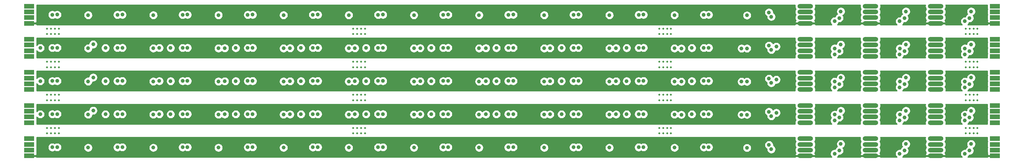
<source format=gbr>
G04 #@! TF.GenerationSoftware,KiCad,Pcbnew,(5.1.0-0)*
G04 #@! TF.CreationDate,2019-04-23T10:55:05-07:00*
G04 #@! TF.ProjectId,TestPanel2,54657374-5061-46e6-956c-322e6b696361,rev?*
G04 #@! TF.SameCoordinates,Original*
G04 #@! TF.FileFunction,Copper,L3,Inr*
G04 #@! TF.FilePolarity,Positive*
%FSLAX46Y46*%
G04 Gerber Fmt 4.6, Leading zero omitted, Abs format (unit mm)*
G04 Created by KiCad (PCBNEW (5.1.0-0)) date 2019-04-23 10:55:05*
%MOMM*%
%LPD*%
G04 APERTURE LIST*
%ADD10C,0.500000*%
%ADD11O,4.000000X1.200000*%
%ADD12R,2.500000X1.200000*%
%ADD13C,1.000000*%
%ADD14C,0.254000*%
G04 APERTURE END LIST*
D10*
X319450592Y-79565091D03*
X320450592Y-79565091D03*
X318450592Y-79565091D03*
X317450592Y-79565091D03*
X317450592Y-105065182D03*
X318450592Y-105065182D03*
X320450592Y-105065182D03*
X319450592Y-105065182D03*
X317450592Y-88065182D03*
X318450592Y-88065182D03*
X320450592Y-88065182D03*
X319450592Y-88065182D03*
X319450592Y-86665182D03*
X320450592Y-86665182D03*
X318450592Y-86665182D03*
X317450592Y-86665182D03*
X319450592Y-103665182D03*
X320450592Y-103665182D03*
X318450592Y-103665182D03*
X317450592Y-103665182D03*
X317450592Y-78165091D03*
X318450592Y-78165091D03*
X320450592Y-78165091D03*
X319450592Y-78165091D03*
X317450592Y-96565182D03*
X318450592Y-96565182D03*
X320450592Y-96565182D03*
X319450592Y-96565182D03*
X319450592Y-95165182D03*
X320450592Y-95165182D03*
X318450592Y-95165182D03*
X317450592Y-95165182D03*
X241050592Y-79565091D03*
X242050592Y-79565091D03*
X240050592Y-79565091D03*
X239050592Y-79565091D03*
X239050592Y-105065182D03*
X240050592Y-105065182D03*
X242050592Y-105065182D03*
X241050592Y-105065182D03*
X239050592Y-88065182D03*
X240050592Y-88065182D03*
X242050592Y-88065182D03*
X241050592Y-88065182D03*
X241050592Y-86665182D03*
X242050592Y-86665182D03*
X240050592Y-86665182D03*
X239050592Y-86665182D03*
X241050592Y-103665182D03*
X242050592Y-103665182D03*
X240050592Y-103665182D03*
X239050592Y-103665182D03*
X239050592Y-78165091D03*
X240050592Y-78165091D03*
X242050592Y-78165091D03*
X241050592Y-78165091D03*
X239050592Y-96565182D03*
X240050592Y-96565182D03*
X242050592Y-96565182D03*
X241050592Y-96565182D03*
X241050592Y-95165182D03*
X242050592Y-95165182D03*
X240050592Y-95165182D03*
X239050592Y-95165182D03*
X162750592Y-79565091D03*
X163750592Y-79565091D03*
X161750592Y-79565091D03*
X160750592Y-79565091D03*
X160750592Y-105065182D03*
X161750592Y-105065182D03*
X163750592Y-105065182D03*
X162750592Y-105065182D03*
X160750592Y-88065182D03*
X161750592Y-88065182D03*
X163750592Y-88065182D03*
X162750592Y-88065182D03*
X162750592Y-86665182D03*
X163750592Y-86665182D03*
X161750592Y-86665182D03*
X160750592Y-86665182D03*
X162750592Y-103665182D03*
X163750592Y-103665182D03*
X161750592Y-103665182D03*
X160750592Y-103665182D03*
X160750592Y-78165091D03*
X161750592Y-78165091D03*
X163750592Y-78165091D03*
X162750592Y-78165091D03*
X160750592Y-96565182D03*
X161750592Y-96565182D03*
X163750592Y-96565182D03*
X162750592Y-96565182D03*
X162750592Y-95165182D03*
X163750592Y-95165182D03*
X161750592Y-95165182D03*
X160750592Y-95165182D03*
X84450592Y-105065091D03*
X85450592Y-105065091D03*
X83450592Y-105065091D03*
X82450592Y-105065091D03*
X82450592Y-103665091D03*
X83450592Y-103665091D03*
X85450592Y-103665091D03*
X84450592Y-103665091D03*
X84450592Y-96565091D03*
X85450592Y-96565091D03*
X83450592Y-96565091D03*
X82450592Y-96565091D03*
X82450592Y-95165091D03*
X83450592Y-95165091D03*
X85450592Y-95165091D03*
X84450592Y-95165091D03*
X84450592Y-88065091D03*
X85450592Y-88065091D03*
X83450592Y-88065091D03*
X82450592Y-88065091D03*
X82450592Y-86665091D03*
X83450592Y-86665091D03*
X85450592Y-86665091D03*
X84450592Y-86665091D03*
X82450592Y-79565000D03*
X83450592Y-79565000D03*
X85450592Y-79565000D03*
X84450592Y-79565000D03*
X84450592Y-78165000D03*
X85450592Y-78165000D03*
X83450592Y-78165000D03*
X82450592Y-78165000D03*
D11*
X309724396Y-106415000D03*
X309724396Y-107881666D03*
X309724396Y-109348332D03*
X309724396Y-110815000D03*
X293057696Y-106415000D03*
X293057696Y-107881666D03*
X293057696Y-109348332D03*
X293057696Y-110815000D03*
D12*
X324891096Y-106415000D03*
X324891096Y-107881666D03*
X324891096Y-109348332D03*
X324891096Y-110815000D03*
X77890596Y-106415000D03*
X77890596Y-107881666D03*
X77890596Y-109348332D03*
X77890596Y-110815000D03*
D11*
X276390996Y-106415000D03*
X276390996Y-107881666D03*
X276390996Y-109348332D03*
X276390996Y-110815000D03*
X309724396Y-72415000D03*
X309724396Y-73881666D03*
X309724396Y-75348332D03*
X309724396Y-76815000D03*
X293057696Y-72415000D03*
X293057696Y-73881666D03*
X293057696Y-75348332D03*
X293057696Y-76815000D03*
D12*
X324891096Y-72415000D03*
X324891096Y-73881666D03*
X324891096Y-75348332D03*
X324891096Y-76815000D03*
X77890596Y-72415000D03*
X77890596Y-73881666D03*
X77890596Y-75348332D03*
X77890596Y-76815000D03*
D11*
X276390996Y-72415000D03*
X276390996Y-73881666D03*
X276390996Y-75348332D03*
X276390996Y-76815000D03*
X309724396Y-97915000D03*
X309724396Y-99381666D03*
X309724396Y-100848332D03*
X309724396Y-102315000D03*
X293057696Y-97915000D03*
X293057696Y-99381666D03*
X293057696Y-100848332D03*
X293057696Y-102315000D03*
D12*
X324891096Y-97915000D03*
X324891096Y-99381666D03*
X324891096Y-100848332D03*
X324891096Y-102315000D03*
X77890596Y-97915000D03*
X77890596Y-99381666D03*
X77890596Y-100848332D03*
X77890596Y-102315000D03*
D11*
X276390996Y-97915000D03*
X276390996Y-99381666D03*
X276390996Y-100848332D03*
X276390996Y-102315000D03*
X309724396Y-89415000D03*
X309724396Y-90881666D03*
X309724396Y-92348332D03*
X309724396Y-93815000D03*
X293057696Y-89415000D03*
X293057696Y-90881666D03*
X293057696Y-92348332D03*
X293057696Y-93815000D03*
D12*
X324891096Y-89415000D03*
X324891096Y-90881666D03*
X324891096Y-92348332D03*
X324891096Y-93815000D03*
X77890596Y-89415000D03*
X77890596Y-90881666D03*
X77890596Y-92348332D03*
X77890596Y-93815000D03*
D11*
X276390996Y-89415000D03*
X276390996Y-90881666D03*
X276390996Y-92348332D03*
X276390996Y-93815000D03*
X309724396Y-80915000D03*
X309724396Y-82381666D03*
X309724396Y-83848332D03*
X309724396Y-85315000D03*
X293057696Y-80915000D03*
X293057696Y-82381666D03*
X293057696Y-83848332D03*
X293057696Y-85315000D03*
D12*
X324891096Y-80915000D03*
X324891096Y-82381666D03*
X324891096Y-83848332D03*
X324891096Y-85315000D03*
X77890596Y-80915000D03*
X77890596Y-82381666D03*
X77890596Y-83848332D03*
X77890596Y-85315000D03*
D11*
X276390996Y-80915000D03*
X276390996Y-82381666D03*
X276390996Y-83848332D03*
X276390996Y-85315000D03*
D13*
X250440948Y-83115000D03*
X233774248Y-83115000D03*
X217107548Y-83115000D03*
X200440848Y-83115000D03*
X183774148Y-83115000D03*
X167107448Y-83115000D03*
X150440748Y-83115000D03*
X133774048Y-83115000D03*
X117107348Y-83115000D03*
X100440648Y-83115000D03*
X83773948Y-83115000D03*
X267100672Y-82512905D03*
X180710792Y-83135000D03*
X317237588Y-83251404D03*
X300570888Y-83251404D03*
X247377592Y-83135000D03*
X230710892Y-83135000D03*
X214044192Y-83135000D03*
X197377492Y-83135000D03*
X164044092Y-83135000D03*
X283904188Y-83251404D03*
X97377292Y-83135000D03*
X127890592Y-83165004D03*
X111140592Y-83114994D03*
X194690592Y-83165002D03*
X80710592Y-83135000D03*
X94240592Y-82190000D03*
X177890592Y-83165000D03*
X161190592Y-83165000D03*
X144590592Y-83165000D03*
X244690592Y-83265000D03*
X211090592Y-83165000D03*
X227990592Y-83165000D03*
X260090592Y-83265000D03*
X147377392Y-83135000D03*
X114043992Y-83135000D03*
X130710692Y-83135000D03*
X268990592Y-82765000D03*
X242948987Y-83214821D03*
X235029010Y-83096954D03*
X300557292Y-84765000D03*
X285090592Y-83965000D03*
X126282087Y-83214821D03*
X118362110Y-83096954D03*
X109615387Y-83214821D03*
X101695410Y-83096954D03*
X142948787Y-83214821D03*
X135028810Y-83096954D03*
X159615487Y-83214821D03*
X151695510Y-83096954D03*
X176282187Y-83214821D03*
X168362210Y-83096954D03*
X192948887Y-83214821D03*
X185028910Y-83096954D03*
X209615587Y-83214821D03*
X201695610Y-83096954D03*
X226282287Y-83214821D03*
X218362310Y-83096954D03*
X251695710Y-83096954D03*
X261490592Y-83265004D03*
X283890592Y-84765000D03*
X267690592Y-83614958D03*
X301757292Y-83965000D03*
X285490592Y-82265000D03*
X317223992Y-84765000D03*
X318423992Y-83965000D03*
X302157292Y-82265000D03*
X318823992Y-82265000D03*
X85028710Y-83096954D03*
X92948687Y-83214821D03*
X250440948Y-91615000D03*
X233774248Y-91615000D03*
X217107548Y-91615000D03*
X200440848Y-91615000D03*
X183774148Y-91615000D03*
X167107448Y-91615000D03*
X150440748Y-91615000D03*
X133774048Y-91615000D03*
X117107348Y-91615000D03*
X100440648Y-91615000D03*
X83773948Y-91615000D03*
X267100672Y-91012905D03*
X180710792Y-91635000D03*
X317237588Y-91751404D03*
X300570888Y-91751404D03*
X247377592Y-91635000D03*
X230710892Y-91635000D03*
X214044192Y-91635000D03*
X197377492Y-91635000D03*
X164044092Y-91635000D03*
X283904188Y-91751404D03*
X97377292Y-91635000D03*
X127890592Y-91665004D03*
X111140592Y-91614994D03*
X194690592Y-91665002D03*
X80710592Y-91635000D03*
X94240592Y-90690000D03*
X177890592Y-91665000D03*
X161190592Y-91665000D03*
X144590592Y-91665000D03*
X244690592Y-91765000D03*
X211090592Y-91665000D03*
X227990592Y-91665000D03*
X260090592Y-91765000D03*
X147377392Y-91635000D03*
X114043992Y-91635000D03*
X130710692Y-91635000D03*
X268990592Y-91265000D03*
X242948987Y-91714821D03*
X235029010Y-91596954D03*
X300557292Y-93265000D03*
X285090592Y-92465000D03*
X126282087Y-91714821D03*
X118362110Y-91596954D03*
X109615387Y-91714821D03*
X101695410Y-91596954D03*
X142948787Y-91714821D03*
X135028810Y-91596954D03*
X159615487Y-91714821D03*
X151695510Y-91596954D03*
X176282187Y-91714821D03*
X168362210Y-91596954D03*
X192948887Y-91714821D03*
X185028910Y-91596954D03*
X209615587Y-91714821D03*
X201695610Y-91596954D03*
X226282287Y-91714821D03*
X218362310Y-91596954D03*
X251695710Y-91596954D03*
X261490592Y-91765004D03*
X283890592Y-93265000D03*
X267690592Y-92114958D03*
X301757292Y-92465000D03*
X285490592Y-90765000D03*
X317223992Y-93265000D03*
X318423992Y-92465000D03*
X302157292Y-90765000D03*
X318823992Y-90765000D03*
X85028710Y-91596954D03*
X92948687Y-91714821D03*
X250440948Y-100115000D03*
X233774248Y-100115000D03*
X217107548Y-100115000D03*
X200440848Y-100115000D03*
X183774148Y-100115000D03*
X167107448Y-100115000D03*
X150440748Y-100115000D03*
X133774048Y-100115000D03*
X117107348Y-100115000D03*
X100440648Y-100115000D03*
X83773948Y-100115000D03*
X267100672Y-99512905D03*
X180710792Y-100135000D03*
X317237588Y-100251404D03*
X300570888Y-100251404D03*
X247377592Y-100135000D03*
X230710892Y-100135000D03*
X214044192Y-100135000D03*
X197377492Y-100135000D03*
X164044092Y-100135000D03*
X283904188Y-100251404D03*
X97377292Y-100135000D03*
X127890592Y-100165004D03*
X111140592Y-100114994D03*
X194690592Y-100165002D03*
X80710592Y-100135000D03*
X94240592Y-99190000D03*
X177890592Y-100165000D03*
X161190592Y-100165000D03*
X144590592Y-100165000D03*
X244690592Y-100265000D03*
X211090592Y-100165000D03*
X227990592Y-100165000D03*
X260090592Y-100265000D03*
X147377392Y-100135000D03*
X114043992Y-100135000D03*
X130710692Y-100135000D03*
X268990592Y-99765000D03*
X242948987Y-100214821D03*
X235029010Y-100096954D03*
X300557292Y-101765000D03*
X285090592Y-100965000D03*
X126282087Y-100214821D03*
X118362110Y-100096954D03*
X109615387Y-100214821D03*
X101695410Y-100096954D03*
X142948787Y-100214821D03*
X135028810Y-100096954D03*
X159615487Y-100214821D03*
X151695510Y-100096954D03*
X176282187Y-100214821D03*
X168362210Y-100096954D03*
X192948887Y-100214821D03*
X185028910Y-100096954D03*
X209615587Y-100214821D03*
X201695610Y-100096954D03*
X226282287Y-100214821D03*
X218362310Y-100096954D03*
X251695710Y-100096954D03*
X261490592Y-100265004D03*
X283890592Y-101765000D03*
X267690592Y-100614958D03*
X301757292Y-100965000D03*
X285490592Y-99265000D03*
X317223992Y-101765000D03*
X318423992Y-100965000D03*
X302157292Y-99265000D03*
X318823992Y-99265000D03*
X85028710Y-100096954D03*
X92948687Y-100214821D03*
X250440948Y-74615000D03*
X233774248Y-74615000D03*
X217107548Y-74615000D03*
X200440848Y-74615000D03*
X183774148Y-74615000D03*
X167107448Y-74615000D03*
X150440748Y-74615000D03*
X133774048Y-74615000D03*
X117107348Y-74615000D03*
X100440648Y-74615000D03*
X83773948Y-74615000D03*
X267100672Y-74012905D03*
X180710792Y-74635000D03*
X317237588Y-74751404D03*
X300570888Y-74751404D03*
X247377592Y-74635000D03*
X230710892Y-74635000D03*
X214044192Y-74635000D03*
X197377492Y-74635000D03*
X164044092Y-74635000D03*
X283904188Y-74751404D03*
X97377292Y-74635000D03*
X127890592Y-74665004D03*
X111140592Y-74614994D03*
X194690592Y-74665002D03*
X80710592Y-74635000D03*
X94240592Y-73690000D03*
X177890592Y-74665000D03*
X161190592Y-74665000D03*
X144590592Y-74665000D03*
X244690592Y-74765000D03*
X211090592Y-74665000D03*
X227990592Y-74665000D03*
X260090592Y-74765000D03*
X147377392Y-74635000D03*
X114043992Y-74635000D03*
X130710692Y-74635000D03*
X268990592Y-74265000D03*
X242948987Y-74714821D03*
X235029010Y-74596954D03*
X300557292Y-76265000D03*
X285090592Y-75465000D03*
X126282087Y-74714821D03*
X118362110Y-74596954D03*
X109615387Y-74714821D03*
X101695410Y-74596954D03*
X142948787Y-74714821D03*
X135028810Y-74596954D03*
X159615487Y-74714821D03*
X151695510Y-74596954D03*
X176282187Y-74714821D03*
X168362210Y-74596954D03*
X192948887Y-74714821D03*
X185028910Y-74596954D03*
X209615587Y-74714821D03*
X201695610Y-74596954D03*
X226282287Y-74714821D03*
X218362310Y-74596954D03*
X251695710Y-74596954D03*
X261490592Y-74765004D03*
X283890592Y-76265000D03*
X267690592Y-75114958D03*
X301757292Y-75465000D03*
X285490592Y-73765000D03*
X317223992Y-76265000D03*
X318423992Y-75465000D03*
X302157292Y-73765000D03*
X318823992Y-73765000D03*
X85028710Y-74596954D03*
X92948687Y-74714821D03*
X250440948Y-108615000D03*
X233774248Y-108615000D03*
X217107548Y-108615000D03*
X200440848Y-108615000D03*
X183774148Y-108615000D03*
X167107448Y-108615000D03*
X150440748Y-108615000D03*
X133774048Y-108615000D03*
X117107348Y-108615000D03*
X100440648Y-108615000D03*
X83773948Y-108615000D03*
X267100672Y-108012905D03*
X180710792Y-108635000D03*
X317237588Y-108751404D03*
X300570888Y-108751404D03*
X247377592Y-108635000D03*
X230710892Y-108635000D03*
X214044192Y-108635000D03*
X197377492Y-108635000D03*
X164044092Y-108635000D03*
X283904188Y-108751404D03*
X97377292Y-108635000D03*
X127890592Y-108665004D03*
X111140592Y-108614994D03*
X194690592Y-108665002D03*
X80710592Y-108635000D03*
X94240592Y-107690000D03*
X177890592Y-108665000D03*
X161190592Y-108665000D03*
X144590592Y-108665000D03*
X244690592Y-108765000D03*
X211090592Y-108665000D03*
X227990592Y-108665000D03*
X260090592Y-108765000D03*
X147377392Y-108635000D03*
X114043992Y-108635000D03*
X130710692Y-108635000D03*
X268990592Y-108265000D03*
X242948987Y-108714821D03*
X235029010Y-108596954D03*
X300557292Y-110265000D03*
X285090592Y-109465000D03*
X126282087Y-108714821D03*
X118362110Y-108596954D03*
X109615387Y-108714821D03*
X101695410Y-108596954D03*
X142948787Y-108714821D03*
X135028810Y-108596954D03*
X159615487Y-108714821D03*
X151695510Y-108596954D03*
X176282187Y-108714821D03*
X168362210Y-108596954D03*
X192948887Y-108714821D03*
X185028910Y-108596954D03*
X209615587Y-108714821D03*
X201695610Y-108596954D03*
X226282287Y-108714821D03*
X218362310Y-108596954D03*
X251695710Y-108596954D03*
X261490592Y-108765004D03*
X283890592Y-110265000D03*
X267690592Y-109114958D03*
X301757292Y-109465000D03*
X285490592Y-107765000D03*
X317223992Y-110265000D03*
X318423992Y-109465000D03*
X302157292Y-107765000D03*
X318823992Y-107765000D03*
X85028710Y-108596954D03*
X92948687Y-108714821D03*
D14*
G36*
X273773866Y-80672898D02*
G01*
X273750021Y-80915000D01*
X273773866Y-81157102D01*
X273844485Y-81389901D01*
X273959163Y-81604449D01*
X273995178Y-81648333D01*
X273959163Y-81692217D01*
X273844485Y-81906765D01*
X273773866Y-82139564D01*
X273750021Y-82381666D01*
X273773866Y-82623768D01*
X273844485Y-82856567D01*
X273959163Y-83071115D01*
X273995178Y-83114999D01*
X273959163Y-83158883D01*
X273844485Y-83373431D01*
X273773866Y-83606230D01*
X273750021Y-83848332D01*
X273773866Y-84090434D01*
X273844485Y-84323233D01*
X273959163Y-84537781D01*
X273995178Y-84581666D01*
X273959163Y-84625551D01*
X273844485Y-84840099D01*
X273773866Y-85072898D01*
X273750021Y-85315000D01*
X273773866Y-85557102D01*
X273803563Y-85655000D01*
X79778668Y-85655000D01*
X79778668Y-84715000D01*
X79766408Y-84590518D01*
X79763723Y-84581666D01*
X79766408Y-84572814D01*
X79778668Y-84448332D01*
X79778668Y-83783223D01*
X79828980Y-83858520D01*
X79987072Y-84016612D01*
X80172968Y-84140824D01*
X80379525Y-84226383D01*
X80598804Y-84270000D01*
X80822380Y-84270000D01*
X81041659Y-84226383D01*
X81248216Y-84140824D01*
X81434112Y-84016612D01*
X81592204Y-83858520D01*
X81716416Y-83672624D01*
X81801975Y-83466067D01*
X81845592Y-83246788D01*
X81845592Y-83023212D01*
X81841614Y-83003212D01*
X82638948Y-83003212D01*
X82638948Y-83226788D01*
X82682565Y-83446067D01*
X82768124Y-83652624D01*
X82892336Y-83838520D01*
X83050428Y-83996612D01*
X83236324Y-84120824D01*
X83442881Y-84206383D01*
X83662160Y-84250000D01*
X83885736Y-84250000D01*
X84105015Y-84206383D01*
X84311572Y-84120824D01*
X84414833Y-84051827D01*
X84491086Y-84102778D01*
X84697643Y-84188337D01*
X84916922Y-84231954D01*
X85140498Y-84231954D01*
X85359777Y-84188337D01*
X85566334Y-84102778D01*
X85752230Y-83978566D01*
X85910322Y-83820474D01*
X86034534Y-83634578D01*
X86120093Y-83428021D01*
X86163710Y-83208742D01*
X86163710Y-83103033D01*
X91813687Y-83103033D01*
X91813687Y-83326609D01*
X91857304Y-83545888D01*
X91942863Y-83752445D01*
X92067075Y-83938341D01*
X92225167Y-84096433D01*
X92411063Y-84220645D01*
X92617620Y-84306204D01*
X92836899Y-84349821D01*
X93060475Y-84349821D01*
X93279754Y-84306204D01*
X93486311Y-84220645D01*
X93672207Y-84096433D01*
X93830299Y-83938341D01*
X93954511Y-83752445D01*
X94040070Y-83545888D01*
X94083687Y-83326609D01*
X94083687Y-83316026D01*
X94128804Y-83325000D01*
X94352380Y-83325000D01*
X94571659Y-83281383D01*
X94778216Y-83195824D01*
X94964112Y-83071612D01*
X95012512Y-83023212D01*
X96242292Y-83023212D01*
X96242292Y-83246788D01*
X96285909Y-83466067D01*
X96371468Y-83672624D01*
X96495680Y-83858520D01*
X96653772Y-84016612D01*
X96839668Y-84140824D01*
X97046225Y-84226383D01*
X97265504Y-84270000D01*
X97489080Y-84270000D01*
X97708359Y-84226383D01*
X97914916Y-84140824D01*
X98100812Y-84016612D01*
X98258904Y-83858520D01*
X98383116Y-83672624D01*
X98468675Y-83466067D01*
X98512292Y-83246788D01*
X98512292Y-83023212D01*
X98508314Y-83003212D01*
X99305648Y-83003212D01*
X99305648Y-83226788D01*
X99349265Y-83446067D01*
X99434824Y-83652624D01*
X99559036Y-83838520D01*
X99717128Y-83996612D01*
X99903024Y-84120824D01*
X100109581Y-84206383D01*
X100328860Y-84250000D01*
X100552436Y-84250000D01*
X100771715Y-84206383D01*
X100978272Y-84120824D01*
X101081533Y-84051827D01*
X101157786Y-84102778D01*
X101364343Y-84188337D01*
X101583622Y-84231954D01*
X101807198Y-84231954D01*
X102026477Y-84188337D01*
X102233034Y-84102778D01*
X102418930Y-83978566D01*
X102577022Y-83820474D01*
X102701234Y-83634578D01*
X102786793Y-83428021D01*
X102830410Y-83208742D01*
X102830410Y-83103033D01*
X108480387Y-83103033D01*
X108480387Y-83326609D01*
X108524004Y-83545888D01*
X108609563Y-83752445D01*
X108733775Y-83938341D01*
X108891867Y-84096433D01*
X109077763Y-84220645D01*
X109284320Y-84306204D01*
X109503599Y-84349821D01*
X109727175Y-84349821D01*
X109946454Y-84306204D01*
X110153011Y-84220645D01*
X110338907Y-84096433D01*
X110430057Y-84005283D01*
X110602968Y-84120818D01*
X110809525Y-84206377D01*
X111028804Y-84249994D01*
X111252380Y-84249994D01*
X111471659Y-84206377D01*
X111678216Y-84120818D01*
X111864112Y-83996606D01*
X112022204Y-83838514D01*
X112146416Y-83652618D01*
X112231975Y-83446061D01*
X112275592Y-83226782D01*
X112275592Y-83023212D01*
X112908992Y-83023212D01*
X112908992Y-83246788D01*
X112952609Y-83466067D01*
X113038168Y-83672624D01*
X113162380Y-83858520D01*
X113320472Y-84016612D01*
X113506368Y-84140824D01*
X113712925Y-84226383D01*
X113932204Y-84270000D01*
X114155780Y-84270000D01*
X114375059Y-84226383D01*
X114581616Y-84140824D01*
X114767512Y-84016612D01*
X114925604Y-83858520D01*
X115049816Y-83672624D01*
X115135375Y-83466067D01*
X115178992Y-83246788D01*
X115178992Y-83023212D01*
X115175014Y-83003212D01*
X115972348Y-83003212D01*
X115972348Y-83226788D01*
X116015965Y-83446067D01*
X116101524Y-83652624D01*
X116225736Y-83838520D01*
X116383828Y-83996612D01*
X116569724Y-84120824D01*
X116776281Y-84206383D01*
X116995560Y-84250000D01*
X117219136Y-84250000D01*
X117438415Y-84206383D01*
X117644972Y-84120824D01*
X117748233Y-84051827D01*
X117824486Y-84102778D01*
X118031043Y-84188337D01*
X118250322Y-84231954D01*
X118473898Y-84231954D01*
X118693177Y-84188337D01*
X118899734Y-84102778D01*
X119085630Y-83978566D01*
X119243722Y-83820474D01*
X119367934Y-83634578D01*
X119453493Y-83428021D01*
X119497110Y-83208742D01*
X119497110Y-83103033D01*
X125147087Y-83103033D01*
X125147087Y-83326609D01*
X125190704Y-83545888D01*
X125276263Y-83752445D01*
X125400475Y-83938341D01*
X125558567Y-84096433D01*
X125744463Y-84220645D01*
X125951020Y-84306204D01*
X126170299Y-84349821D01*
X126393875Y-84349821D01*
X126613154Y-84306204D01*
X126819711Y-84220645D01*
X127005607Y-84096433D01*
X127111248Y-83990792D01*
X127167072Y-84046616D01*
X127352968Y-84170828D01*
X127559525Y-84256387D01*
X127778804Y-84300004D01*
X128002380Y-84300004D01*
X128221659Y-84256387D01*
X128428216Y-84170828D01*
X128614112Y-84046616D01*
X128772204Y-83888524D01*
X128896416Y-83702628D01*
X128981975Y-83496071D01*
X129025592Y-83276792D01*
X129025592Y-83053216D01*
X129019624Y-83023212D01*
X129575692Y-83023212D01*
X129575692Y-83246788D01*
X129619309Y-83466067D01*
X129704868Y-83672624D01*
X129829080Y-83858520D01*
X129987172Y-84016612D01*
X130173068Y-84140824D01*
X130379625Y-84226383D01*
X130598904Y-84270000D01*
X130822480Y-84270000D01*
X131041759Y-84226383D01*
X131248316Y-84140824D01*
X131434212Y-84016612D01*
X131592304Y-83858520D01*
X131716516Y-83672624D01*
X131802075Y-83466067D01*
X131845692Y-83246788D01*
X131845692Y-83023212D01*
X131841714Y-83003212D01*
X132639048Y-83003212D01*
X132639048Y-83226788D01*
X132682665Y-83446067D01*
X132768224Y-83652624D01*
X132892436Y-83838520D01*
X133050528Y-83996612D01*
X133236424Y-84120824D01*
X133442981Y-84206383D01*
X133662260Y-84250000D01*
X133885836Y-84250000D01*
X134105115Y-84206383D01*
X134311672Y-84120824D01*
X134414933Y-84051827D01*
X134491186Y-84102778D01*
X134697743Y-84188337D01*
X134917022Y-84231954D01*
X135140598Y-84231954D01*
X135359877Y-84188337D01*
X135566434Y-84102778D01*
X135752330Y-83978566D01*
X135910422Y-83820474D01*
X136034634Y-83634578D01*
X136120193Y-83428021D01*
X136163810Y-83208742D01*
X136163810Y-83103033D01*
X141813787Y-83103033D01*
X141813787Y-83326609D01*
X141857404Y-83545888D01*
X141942963Y-83752445D01*
X142067175Y-83938341D01*
X142225267Y-84096433D01*
X142411163Y-84220645D01*
X142617720Y-84306204D01*
X142836999Y-84349821D01*
X143060575Y-84349821D01*
X143279854Y-84306204D01*
X143486411Y-84220645D01*
X143672307Y-84096433D01*
X143794600Y-83974140D01*
X143867072Y-84046612D01*
X144052968Y-84170824D01*
X144259525Y-84256383D01*
X144478804Y-84300000D01*
X144702380Y-84300000D01*
X144921659Y-84256383D01*
X145128216Y-84170824D01*
X145314112Y-84046612D01*
X145472204Y-83888520D01*
X145596416Y-83702624D01*
X145681975Y-83496067D01*
X145725592Y-83276788D01*
X145725592Y-83053212D01*
X145719625Y-83023212D01*
X146242392Y-83023212D01*
X146242392Y-83246788D01*
X146286009Y-83466067D01*
X146371568Y-83672624D01*
X146495780Y-83858520D01*
X146653872Y-84016612D01*
X146839768Y-84140824D01*
X147046325Y-84226383D01*
X147265604Y-84270000D01*
X147489180Y-84270000D01*
X147708459Y-84226383D01*
X147915016Y-84140824D01*
X148100912Y-84016612D01*
X148259004Y-83858520D01*
X148383216Y-83672624D01*
X148468775Y-83466067D01*
X148512392Y-83246788D01*
X148512392Y-83023212D01*
X148508414Y-83003212D01*
X149305748Y-83003212D01*
X149305748Y-83226788D01*
X149349365Y-83446067D01*
X149434924Y-83652624D01*
X149559136Y-83838520D01*
X149717228Y-83996612D01*
X149903124Y-84120824D01*
X150109681Y-84206383D01*
X150328960Y-84250000D01*
X150552536Y-84250000D01*
X150771815Y-84206383D01*
X150978372Y-84120824D01*
X151081633Y-84051827D01*
X151157886Y-84102778D01*
X151364443Y-84188337D01*
X151583722Y-84231954D01*
X151807298Y-84231954D01*
X152026577Y-84188337D01*
X152233134Y-84102778D01*
X152419030Y-83978566D01*
X152577122Y-83820474D01*
X152701334Y-83634578D01*
X152786893Y-83428021D01*
X152830510Y-83208742D01*
X152830510Y-83103033D01*
X158480487Y-83103033D01*
X158480487Y-83326609D01*
X158524104Y-83545888D01*
X158609663Y-83752445D01*
X158733875Y-83938341D01*
X158891967Y-84096433D01*
X159077863Y-84220645D01*
X159284420Y-84306204D01*
X159503699Y-84349821D01*
X159727275Y-84349821D01*
X159946554Y-84306204D01*
X160153111Y-84220645D01*
X160339007Y-84096433D01*
X160427950Y-84007490D01*
X160467072Y-84046612D01*
X160652968Y-84170824D01*
X160859525Y-84256383D01*
X161078804Y-84300000D01*
X161302380Y-84300000D01*
X161521659Y-84256383D01*
X161728216Y-84170824D01*
X161914112Y-84046612D01*
X162072204Y-83888520D01*
X162196416Y-83702624D01*
X162281975Y-83496067D01*
X162325592Y-83276788D01*
X162325592Y-83053212D01*
X162319625Y-83023212D01*
X162909092Y-83023212D01*
X162909092Y-83246788D01*
X162952709Y-83466067D01*
X163038268Y-83672624D01*
X163162480Y-83858520D01*
X163320572Y-84016612D01*
X163506468Y-84140824D01*
X163713025Y-84226383D01*
X163932304Y-84270000D01*
X164155880Y-84270000D01*
X164375159Y-84226383D01*
X164581716Y-84140824D01*
X164767612Y-84016612D01*
X164925704Y-83858520D01*
X165049916Y-83672624D01*
X165135475Y-83466067D01*
X165179092Y-83246788D01*
X165179092Y-83023212D01*
X165175114Y-83003212D01*
X165972448Y-83003212D01*
X165972448Y-83226788D01*
X166016065Y-83446067D01*
X166101624Y-83652624D01*
X166225836Y-83838520D01*
X166383928Y-83996612D01*
X166569824Y-84120824D01*
X166776381Y-84206383D01*
X166995660Y-84250000D01*
X167219236Y-84250000D01*
X167438515Y-84206383D01*
X167645072Y-84120824D01*
X167748333Y-84051827D01*
X167824586Y-84102778D01*
X168031143Y-84188337D01*
X168250422Y-84231954D01*
X168473998Y-84231954D01*
X168693277Y-84188337D01*
X168899834Y-84102778D01*
X169085730Y-83978566D01*
X169243822Y-83820474D01*
X169368034Y-83634578D01*
X169453593Y-83428021D01*
X169497210Y-83208742D01*
X169497210Y-83103033D01*
X175147187Y-83103033D01*
X175147187Y-83326609D01*
X175190804Y-83545888D01*
X175276363Y-83752445D01*
X175400575Y-83938341D01*
X175558667Y-84096433D01*
X175744563Y-84220645D01*
X175951120Y-84306204D01*
X176170399Y-84349821D01*
X176393975Y-84349821D01*
X176613254Y-84306204D01*
X176819811Y-84220645D01*
X177005707Y-84096433D01*
X177111300Y-83990840D01*
X177167072Y-84046612D01*
X177352968Y-84170824D01*
X177559525Y-84256383D01*
X177778804Y-84300000D01*
X178002380Y-84300000D01*
X178221659Y-84256383D01*
X178428216Y-84170824D01*
X178614112Y-84046612D01*
X178772204Y-83888520D01*
X178896416Y-83702624D01*
X178981975Y-83496067D01*
X179025592Y-83276788D01*
X179025592Y-83053212D01*
X179019625Y-83023212D01*
X179575792Y-83023212D01*
X179575792Y-83246788D01*
X179619409Y-83466067D01*
X179704968Y-83672624D01*
X179829180Y-83858520D01*
X179987272Y-84016612D01*
X180173168Y-84140824D01*
X180379725Y-84226383D01*
X180599004Y-84270000D01*
X180822580Y-84270000D01*
X181041859Y-84226383D01*
X181248416Y-84140824D01*
X181434312Y-84016612D01*
X181592404Y-83858520D01*
X181716616Y-83672624D01*
X181802175Y-83466067D01*
X181845792Y-83246788D01*
X181845792Y-83023212D01*
X181841814Y-83003212D01*
X182639148Y-83003212D01*
X182639148Y-83226788D01*
X182682765Y-83446067D01*
X182768324Y-83652624D01*
X182892536Y-83838520D01*
X183050628Y-83996612D01*
X183236524Y-84120824D01*
X183443081Y-84206383D01*
X183662360Y-84250000D01*
X183885936Y-84250000D01*
X184105215Y-84206383D01*
X184311772Y-84120824D01*
X184415033Y-84051827D01*
X184491286Y-84102778D01*
X184697843Y-84188337D01*
X184917122Y-84231954D01*
X185140698Y-84231954D01*
X185359977Y-84188337D01*
X185566534Y-84102778D01*
X185752430Y-83978566D01*
X185910522Y-83820474D01*
X186034734Y-83634578D01*
X186120293Y-83428021D01*
X186163910Y-83208742D01*
X186163910Y-83103033D01*
X191813887Y-83103033D01*
X191813887Y-83326609D01*
X191857504Y-83545888D01*
X191943063Y-83752445D01*
X192067275Y-83938341D01*
X192225367Y-84096433D01*
X192411263Y-84220645D01*
X192617820Y-84306204D01*
X192837099Y-84349821D01*
X193060675Y-84349821D01*
X193279954Y-84306204D01*
X193486511Y-84220645D01*
X193672407Y-84096433D01*
X193830499Y-83938341D01*
X193841834Y-83921376D01*
X193967072Y-84046614D01*
X194152968Y-84170826D01*
X194359525Y-84256385D01*
X194578804Y-84300002D01*
X194802380Y-84300002D01*
X195021659Y-84256385D01*
X195228216Y-84170826D01*
X195414112Y-84046614D01*
X195572204Y-83888522D01*
X195696416Y-83702626D01*
X195781975Y-83496069D01*
X195825592Y-83276790D01*
X195825592Y-83053214D01*
X195819625Y-83023212D01*
X196242492Y-83023212D01*
X196242492Y-83246788D01*
X196286109Y-83466067D01*
X196371668Y-83672624D01*
X196495880Y-83858520D01*
X196653972Y-84016612D01*
X196839868Y-84140824D01*
X197046425Y-84226383D01*
X197265704Y-84270000D01*
X197489280Y-84270000D01*
X197708559Y-84226383D01*
X197915116Y-84140824D01*
X198101012Y-84016612D01*
X198259104Y-83858520D01*
X198383316Y-83672624D01*
X198468875Y-83466067D01*
X198512492Y-83246788D01*
X198512492Y-83023212D01*
X198508514Y-83003212D01*
X199305848Y-83003212D01*
X199305848Y-83226788D01*
X199349465Y-83446067D01*
X199435024Y-83652624D01*
X199559236Y-83838520D01*
X199717328Y-83996612D01*
X199903224Y-84120824D01*
X200109781Y-84206383D01*
X200329060Y-84250000D01*
X200552636Y-84250000D01*
X200771915Y-84206383D01*
X200978472Y-84120824D01*
X201081733Y-84051827D01*
X201157986Y-84102778D01*
X201364543Y-84188337D01*
X201583822Y-84231954D01*
X201807398Y-84231954D01*
X202026677Y-84188337D01*
X202233234Y-84102778D01*
X202419130Y-83978566D01*
X202577222Y-83820474D01*
X202701434Y-83634578D01*
X202786993Y-83428021D01*
X202830610Y-83208742D01*
X202830610Y-83103033D01*
X208480587Y-83103033D01*
X208480587Y-83326609D01*
X208524204Y-83545888D01*
X208609763Y-83752445D01*
X208733975Y-83938341D01*
X208892067Y-84096433D01*
X209077963Y-84220645D01*
X209284520Y-84306204D01*
X209503799Y-84349821D01*
X209727375Y-84349821D01*
X209946654Y-84306204D01*
X210153211Y-84220645D01*
X210339107Y-84096433D01*
X210380174Y-84055366D01*
X210552968Y-84170824D01*
X210759525Y-84256383D01*
X210978804Y-84300000D01*
X211202380Y-84300000D01*
X211421659Y-84256383D01*
X211628216Y-84170824D01*
X211814112Y-84046612D01*
X211972204Y-83888520D01*
X212096416Y-83702624D01*
X212181975Y-83496067D01*
X212225592Y-83276788D01*
X212225592Y-83053212D01*
X212219625Y-83023212D01*
X212909192Y-83023212D01*
X212909192Y-83246788D01*
X212952809Y-83466067D01*
X213038368Y-83672624D01*
X213162580Y-83858520D01*
X213320672Y-84016612D01*
X213506568Y-84140824D01*
X213713125Y-84226383D01*
X213932404Y-84270000D01*
X214155980Y-84270000D01*
X214375259Y-84226383D01*
X214581816Y-84140824D01*
X214767712Y-84016612D01*
X214925804Y-83858520D01*
X215050016Y-83672624D01*
X215135575Y-83466067D01*
X215179192Y-83246788D01*
X215179192Y-83023212D01*
X215175214Y-83003212D01*
X215972548Y-83003212D01*
X215972548Y-83226788D01*
X216016165Y-83446067D01*
X216101724Y-83652624D01*
X216225936Y-83838520D01*
X216384028Y-83996612D01*
X216569924Y-84120824D01*
X216776481Y-84206383D01*
X216995760Y-84250000D01*
X217219336Y-84250000D01*
X217438615Y-84206383D01*
X217645172Y-84120824D01*
X217748433Y-84051827D01*
X217824686Y-84102778D01*
X218031243Y-84188337D01*
X218250522Y-84231954D01*
X218474098Y-84231954D01*
X218693377Y-84188337D01*
X218899934Y-84102778D01*
X219085830Y-83978566D01*
X219243922Y-83820474D01*
X219368134Y-83634578D01*
X219453693Y-83428021D01*
X219497310Y-83208742D01*
X219497310Y-83103033D01*
X225147287Y-83103033D01*
X225147287Y-83326609D01*
X225190904Y-83545888D01*
X225276463Y-83752445D01*
X225400675Y-83938341D01*
X225558767Y-84096433D01*
X225744663Y-84220645D01*
X225951220Y-84306204D01*
X226170499Y-84349821D01*
X226394075Y-84349821D01*
X226613354Y-84306204D01*
X226819911Y-84220645D01*
X227005807Y-84096433D01*
X227161350Y-83940890D01*
X227267072Y-84046612D01*
X227452968Y-84170824D01*
X227659525Y-84256383D01*
X227878804Y-84300000D01*
X228102380Y-84300000D01*
X228321659Y-84256383D01*
X228528216Y-84170824D01*
X228714112Y-84046612D01*
X228872204Y-83888520D01*
X228996416Y-83702624D01*
X229081975Y-83496067D01*
X229125592Y-83276788D01*
X229125592Y-83053212D01*
X229119625Y-83023212D01*
X229575892Y-83023212D01*
X229575892Y-83246788D01*
X229619509Y-83466067D01*
X229705068Y-83672624D01*
X229829280Y-83858520D01*
X229987372Y-84016612D01*
X230173268Y-84140824D01*
X230379825Y-84226383D01*
X230599104Y-84270000D01*
X230822680Y-84270000D01*
X231041959Y-84226383D01*
X231248516Y-84140824D01*
X231434412Y-84016612D01*
X231592504Y-83858520D01*
X231716716Y-83672624D01*
X231802275Y-83466067D01*
X231845892Y-83246788D01*
X231845892Y-83023212D01*
X231841914Y-83003212D01*
X232639248Y-83003212D01*
X232639248Y-83226788D01*
X232682865Y-83446067D01*
X232768424Y-83652624D01*
X232892636Y-83838520D01*
X233050728Y-83996612D01*
X233236624Y-84120824D01*
X233443181Y-84206383D01*
X233662460Y-84250000D01*
X233886036Y-84250000D01*
X234105315Y-84206383D01*
X234311872Y-84120824D01*
X234415133Y-84051827D01*
X234491386Y-84102778D01*
X234697943Y-84188337D01*
X234917222Y-84231954D01*
X235140798Y-84231954D01*
X235360077Y-84188337D01*
X235566634Y-84102778D01*
X235752530Y-83978566D01*
X235910622Y-83820474D01*
X236034834Y-83634578D01*
X236120393Y-83428021D01*
X236164010Y-83208742D01*
X236164010Y-83103033D01*
X241813987Y-83103033D01*
X241813987Y-83326609D01*
X241857604Y-83545888D01*
X241943163Y-83752445D01*
X242067375Y-83938341D01*
X242225467Y-84096433D01*
X242411363Y-84220645D01*
X242617920Y-84306204D01*
X242837199Y-84349821D01*
X243060775Y-84349821D01*
X243280054Y-84306204D01*
X243486611Y-84220645D01*
X243672507Y-84096433D01*
X243797540Y-83971400D01*
X243808980Y-83988520D01*
X243967072Y-84146612D01*
X244152968Y-84270824D01*
X244359525Y-84356383D01*
X244578804Y-84400000D01*
X244802380Y-84400000D01*
X245021659Y-84356383D01*
X245228216Y-84270824D01*
X245414112Y-84146612D01*
X245572204Y-83988520D01*
X245696416Y-83802624D01*
X245781975Y-83596067D01*
X245825592Y-83376788D01*
X245825592Y-83153212D01*
X245799734Y-83023212D01*
X246242592Y-83023212D01*
X246242592Y-83246788D01*
X246286209Y-83466067D01*
X246371768Y-83672624D01*
X246495980Y-83858520D01*
X246654072Y-84016612D01*
X246839968Y-84140824D01*
X247046525Y-84226383D01*
X247265804Y-84270000D01*
X247489380Y-84270000D01*
X247708659Y-84226383D01*
X247915216Y-84140824D01*
X248101112Y-84016612D01*
X248259204Y-83858520D01*
X248383416Y-83672624D01*
X248468975Y-83466067D01*
X248512592Y-83246788D01*
X248512592Y-83023212D01*
X248508614Y-83003212D01*
X249305948Y-83003212D01*
X249305948Y-83226788D01*
X249349565Y-83446067D01*
X249435124Y-83652624D01*
X249559336Y-83838520D01*
X249717428Y-83996612D01*
X249903324Y-84120824D01*
X250109881Y-84206383D01*
X250329160Y-84250000D01*
X250552736Y-84250000D01*
X250772015Y-84206383D01*
X250978572Y-84120824D01*
X251081833Y-84051827D01*
X251158086Y-84102778D01*
X251364643Y-84188337D01*
X251583922Y-84231954D01*
X251807498Y-84231954D01*
X252026777Y-84188337D01*
X252233334Y-84102778D01*
X252419230Y-83978566D01*
X252577322Y-83820474D01*
X252701534Y-83634578D01*
X252787093Y-83428021D01*
X252830710Y-83208742D01*
X252830710Y-83153212D01*
X258955592Y-83153212D01*
X258955592Y-83376788D01*
X258999209Y-83596067D01*
X259084768Y-83802624D01*
X259208980Y-83988520D01*
X259367072Y-84146612D01*
X259552968Y-84270824D01*
X259759525Y-84356383D01*
X259978804Y-84400000D01*
X260202380Y-84400000D01*
X260421659Y-84356383D01*
X260628216Y-84270824D01*
X260790589Y-84162330D01*
X260952968Y-84270828D01*
X261159525Y-84356387D01*
X261378804Y-84400004D01*
X261602380Y-84400004D01*
X261821659Y-84356387D01*
X262028216Y-84270828D01*
X262214112Y-84146616D01*
X262372204Y-83988524D01*
X262496416Y-83802628D01*
X262581975Y-83596071D01*
X262625592Y-83376792D01*
X262625592Y-83153216D01*
X262581975Y-82933937D01*
X262496416Y-82727380D01*
X262372204Y-82541484D01*
X262231837Y-82401117D01*
X265965672Y-82401117D01*
X265965672Y-82624693D01*
X266009289Y-82843972D01*
X266094848Y-83050529D01*
X266219060Y-83236425D01*
X266377152Y-83394517D01*
X266555592Y-83513747D01*
X266555592Y-83726746D01*
X266599209Y-83946025D01*
X266684768Y-84152582D01*
X266808980Y-84338478D01*
X266967072Y-84496570D01*
X267152968Y-84620782D01*
X267359525Y-84706341D01*
X267578804Y-84749958D01*
X267802380Y-84749958D01*
X268021659Y-84706341D01*
X268228216Y-84620782D01*
X268414112Y-84496570D01*
X268572204Y-84338478D01*
X268696416Y-84152582D01*
X268781975Y-83946025D01*
X268794467Y-83883224D01*
X268878804Y-83900000D01*
X269102380Y-83900000D01*
X269321659Y-83856383D01*
X269528216Y-83770824D01*
X269714112Y-83646612D01*
X269872204Y-83488520D01*
X269996416Y-83302624D01*
X270081975Y-83096067D01*
X270125592Y-82876788D01*
X270125592Y-82653212D01*
X270081975Y-82433933D01*
X269996416Y-82227376D01*
X269872204Y-82041480D01*
X269714112Y-81883388D01*
X269528216Y-81759176D01*
X269321659Y-81673617D01*
X269102380Y-81630000D01*
X268878804Y-81630000D01*
X268659525Y-81673617D01*
X268452968Y-81759176D01*
X268267072Y-81883388D01*
X268126613Y-82023847D01*
X268106496Y-81975281D01*
X267982284Y-81789385D01*
X267824192Y-81631293D01*
X267638296Y-81507081D01*
X267431739Y-81421522D01*
X267212460Y-81377905D01*
X266988884Y-81377905D01*
X266769605Y-81421522D01*
X266563048Y-81507081D01*
X266377152Y-81631293D01*
X266219060Y-81789385D01*
X266094848Y-81975281D01*
X266009289Y-82181838D01*
X265965672Y-82401117D01*
X262231837Y-82401117D01*
X262214112Y-82383392D01*
X262028216Y-82259180D01*
X261821659Y-82173621D01*
X261602380Y-82130004D01*
X261378804Y-82130004D01*
X261159525Y-82173621D01*
X260952968Y-82259180D01*
X260790595Y-82367674D01*
X260628216Y-82259176D01*
X260421659Y-82173617D01*
X260202380Y-82130000D01*
X259978804Y-82130000D01*
X259759525Y-82173617D01*
X259552968Y-82259176D01*
X259367072Y-82383388D01*
X259208980Y-82541480D01*
X259084768Y-82727376D01*
X258999209Y-82933933D01*
X258955592Y-83153212D01*
X252830710Y-83153212D01*
X252830710Y-82985166D01*
X252787093Y-82765887D01*
X252701534Y-82559330D01*
X252577322Y-82373434D01*
X252419230Y-82215342D01*
X252233334Y-82091130D01*
X252026777Y-82005571D01*
X251807498Y-81961954D01*
X251583922Y-81961954D01*
X251364643Y-82005571D01*
X251158086Y-82091130D01*
X251054825Y-82160127D01*
X250978572Y-82109176D01*
X250772015Y-82023617D01*
X250552736Y-81980000D01*
X250329160Y-81980000D01*
X250109881Y-82023617D01*
X249903324Y-82109176D01*
X249717428Y-82233388D01*
X249559336Y-82391480D01*
X249435124Y-82577376D01*
X249349565Y-82783933D01*
X249305948Y-83003212D01*
X248508614Y-83003212D01*
X248468975Y-82803933D01*
X248383416Y-82597376D01*
X248259204Y-82411480D01*
X248101112Y-82253388D01*
X247915216Y-82129176D01*
X247708659Y-82043617D01*
X247489380Y-82000000D01*
X247265804Y-82000000D01*
X247046525Y-82043617D01*
X246839968Y-82129176D01*
X246654072Y-82253388D01*
X246495980Y-82411480D01*
X246371768Y-82597376D01*
X246286209Y-82803933D01*
X246242592Y-83023212D01*
X245799734Y-83023212D01*
X245781975Y-82933933D01*
X245696416Y-82727376D01*
X245572204Y-82541480D01*
X245414112Y-82383388D01*
X245228216Y-82259176D01*
X245021659Y-82173617D01*
X244802380Y-82130000D01*
X244578804Y-82130000D01*
X244359525Y-82173617D01*
X244152968Y-82259176D01*
X243967072Y-82383388D01*
X243842039Y-82508421D01*
X243830599Y-82491301D01*
X243672507Y-82333209D01*
X243486611Y-82208997D01*
X243280054Y-82123438D01*
X243060775Y-82079821D01*
X242837199Y-82079821D01*
X242617920Y-82123438D01*
X242411363Y-82208997D01*
X242225467Y-82333209D01*
X242067375Y-82491301D01*
X241943163Y-82677197D01*
X241857604Y-82883754D01*
X241813987Y-83103033D01*
X236164010Y-83103033D01*
X236164010Y-82985166D01*
X236120393Y-82765887D01*
X236034834Y-82559330D01*
X235910622Y-82373434D01*
X235752530Y-82215342D01*
X235566634Y-82091130D01*
X235360077Y-82005571D01*
X235140798Y-81961954D01*
X234917222Y-81961954D01*
X234697943Y-82005571D01*
X234491386Y-82091130D01*
X234388125Y-82160127D01*
X234311872Y-82109176D01*
X234105315Y-82023617D01*
X233886036Y-81980000D01*
X233662460Y-81980000D01*
X233443181Y-82023617D01*
X233236624Y-82109176D01*
X233050728Y-82233388D01*
X232892636Y-82391480D01*
X232768424Y-82577376D01*
X232682865Y-82783933D01*
X232639248Y-83003212D01*
X231841914Y-83003212D01*
X231802275Y-82803933D01*
X231716716Y-82597376D01*
X231592504Y-82411480D01*
X231434412Y-82253388D01*
X231248516Y-82129176D01*
X231041959Y-82043617D01*
X230822680Y-82000000D01*
X230599104Y-82000000D01*
X230379825Y-82043617D01*
X230173268Y-82129176D01*
X229987372Y-82253388D01*
X229829280Y-82411480D01*
X229705068Y-82597376D01*
X229619509Y-82803933D01*
X229575892Y-83023212D01*
X229119625Y-83023212D01*
X229081975Y-82833933D01*
X228996416Y-82627376D01*
X228872204Y-82441480D01*
X228714112Y-82283388D01*
X228528216Y-82159176D01*
X228321659Y-82073617D01*
X228102380Y-82030000D01*
X227878804Y-82030000D01*
X227659525Y-82073617D01*
X227452968Y-82159176D01*
X227267072Y-82283388D01*
X227111529Y-82438931D01*
X227005807Y-82333209D01*
X226819911Y-82208997D01*
X226613354Y-82123438D01*
X226394075Y-82079821D01*
X226170499Y-82079821D01*
X225951220Y-82123438D01*
X225744663Y-82208997D01*
X225558767Y-82333209D01*
X225400675Y-82491301D01*
X225276463Y-82677197D01*
X225190904Y-82883754D01*
X225147287Y-83103033D01*
X219497310Y-83103033D01*
X219497310Y-82985166D01*
X219453693Y-82765887D01*
X219368134Y-82559330D01*
X219243922Y-82373434D01*
X219085830Y-82215342D01*
X218899934Y-82091130D01*
X218693377Y-82005571D01*
X218474098Y-81961954D01*
X218250522Y-81961954D01*
X218031243Y-82005571D01*
X217824686Y-82091130D01*
X217721425Y-82160127D01*
X217645172Y-82109176D01*
X217438615Y-82023617D01*
X217219336Y-81980000D01*
X216995760Y-81980000D01*
X216776481Y-82023617D01*
X216569924Y-82109176D01*
X216384028Y-82233388D01*
X216225936Y-82391480D01*
X216101724Y-82577376D01*
X216016165Y-82783933D01*
X215972548Y-83003212D01*
X215175214Y-83003212D01*
X215135575Y-82803933D01*
X215050016Y-82597376D01*
X214925804Y-82411480D01*
X214767712Y-82253388D01*
X214581816Y-82129176D01*
X214375259Y-82043617D01*
X214155980Y-82000000D01*
X213932404Y-82000000D01*
X213713125Y-82043617D01*
X213506568Y-82129176D01*
X213320672Y-82253388D01*
X213162580Y-82411480D01*
X213038368Y-82597376D01*
X212952809Y-82803933D01*
X212909192Y-83023212D01*
X212219625Y-83023212D01*
X212181975Y-82833933D01*
X212096416Y-82627376D01*
X211972204Y-82441480D01*
X211814112Y-82283388D01*
X211628216Y-82159176D01*
X211421659Y-82073617D01*
X211202380Y-82030000D01*
X210978804Y-82030000D01*
X210759525Y-82073617D01*
X210552968Y-82159176D01*
X210367072Y-82283388D01*
X210326005Y-82324455D01*
X210153211Y-82208997D01*
X209946654Y-82123438D01*
X209727375Y-82079821D01*
X209503799Y-82079821D01*
X209284520Y-82123438D01*
X209077963Y-82208997D01*
X208892067Y-82333209D01*
X208733975Y-82491301D01*
X208609763Y-82677197D01*
X208524204Y-82883754D01*
X208480587Y-83103033D01*
X202830610Y-83103033D01*
X202830610Y-82985166D01*
X202786993Y-82765887D01*
X202701434Y-82559330D01*
X202577222Y-82373434D01*
X202419130Y-82215342D01*
X202233234Y-82091130D01*
X202026677Y-82005571D01*
X201807398Y-81961954D01*
X201583822Y-81961954D01*
X201364543Y-82005571D01*
X201157986Y-82091130D01*
X201054725Y-82160127D01*
X200978472Y-82109176D01*
X200771915Y-82023617D01*
X200552636Y-81980000D01*
X200329060Y-81980000D01*
X200109781Y-82023617D01*
X199903224Y-82109176D01*
X199717328Y-82233388D01*
X199559236Y-82391480D01*
X199435024Y-82577376D01*
X199349465Y-82783933D01*
X199305848Y-83003212D01*
X198508514Y-83003212D01*
X198468875Y-82803933D01*
X198383316Y-82597376D01*
X198259104Y-82411480D01*
X198101012Y-82253388D01*
X197915116Y-82129176D01*
X197708559Y-82043617D01*
X197489280Y-82000000D01*
X197265704Y-82000000D01*
X197046425Y-82043617D01*
X196839868Y-82129176D01*
X196653972Y-82253388D01*
X196495880Y-82411480D01*
X196371668Y-82597376D01*
X196286109Y-82803933D01*
X196242492Y-83023212D01*
X195819625Y-83023212D01*
X195781975Y-82833935D01*
X195696416Y-82627378D01*
X195572204Y-82441482D01*
X195414112Y-82283390D01*
X195228216Y-82159178D01*
X195021659Y-82073619D01*
X194802380Y-82030002D01*
X194578804Y-82030002D01*
X194359525Y-82073619D01*
X194152968Y-82159178D01*
X193967072Y-82283390D01*
X193808980Y-82441482D01*
X193797645Y-82458447D01*
X193672407Y-82333209D01*
X193486511Y-82208997D01*
X193279954Y-82123438D01*
X193060675Y-82079821D01*
X192837099Y-82079821D01*
X192617820Y-82123438D01*
X192411263Y-82208997D01*
X192225367Y-82333209D01*
X192067275Y-82491301D01*
X191943063Y-82677197D01*
X191857504Y-82883754D01*
X191813887Y-83103033D01*
X186163910Y-83103033D01*
X186163910Y-82985166D01*
X186120293Y-82765887D01*
X186034734Y-82559330D01*
X185910522Y-82373434D01*
X185752430Y-82215342D01*
X185566534Y-82091130D01*
X185359977Y-82005571D01*
X185140698Y-81961954D01*
X184917122Y-81961954D01*
X184697843Y-82005571D01*
X184491286Y-82091130D01*
X184388025Y-82160127D01*
X184311772Y-82109176D01*
X184105215Y-82023617D01*
X183885936Y-81980000D01*
X183662360Y-81980000D01*
X183443081Y-82023617D01*
X183236524Y-82109176D01*
X183050628Y-82233388D01*
X182892536Y-82391480D01*
X182768324Y-82577376D01*
X182682765Y-82783933D01*
X182639148Y-83003212D01*
X181841814Y-83003212D01*
X181802175Y-82803933D01*
X181716616Y-82597376D01*
X181592404Y-82411480D01*
X181434312Y-82253388D01*
X181248416Y-82129176D01*
X181041859Y-82043617D01*
X180822580Y-82000000D01*
X180599004Y-82000000D01*
X180379725Y-82043617D01*
X180173168Y-82129176D01*
X179987272Y-82253388D01*
X179829180Y-82411480D01*
X179704968Y-82597376D01*
X179619409Y-82803933D01*
X179575792Y-83023212D01*
X179019625Y-83023212D01*
X178981975Y-82833933D01*
X178896416Y-82627376D01*
X178772204Y-82441480D01*
X178614112Y-82283388D01*
X178428216Y-82159176D01*
X178221659Y-82073617D01*
X178002380Y-82030000D01*
X177778804Y-82030000D01*
X177559525Y-82073617D01*
X177352968Y-82159176D01*
X177167072Y-82283388D01*
X177061479Y-82388981D01*
X177005707Y-82333209D01*
X176819811Y-82208997D01*
X176613254Y-82123438D01*
X176393975Y-82079821D01*
X176170399Y-82079821D01*
X175951120Y-82123438D01*
X175744563Y-82208997D01*
X175558667Y-82333209D01*
X175400575Y-82491301D01*
X175276363Y-82677197D01*
X175190804Y-82883754D01*
X175147187Y-83103033D01*
X169497210Y-83103033D01*
X169497210Y-82985166D01*
X169453593Y-82765887D01*
X169368034Y-82559330D01*
X169243822Y-82373434D01*
X169085730Y-82215342D01*
X168899834Y-82091130D01*
X168693277Y-82005571D01*
X168473998Y-81961954D01*
X168250422Y-81961954D01*
X168031143Y-82005571D01*
X167824586Y-82091130D01*
X167721325Y-82160127D01*
X167645072Y-82109176D01*
X167438515Y-82023617D01*
X167219236Y-81980000D01*
X166995660Y-81980000D01*
X166776381Y-82023617D01*
X166569824Y-82109176D01*
X166383928Y-82233388D01*
X166225836Y-82391480D01*
X166101624Y-82577376D01*
X166016065Y-82783933D01*
X165972448Y-83003212D01*
X165175114Y-83003212D01*
X165135475Y-82803933D01*
X165049916Y-82597376D01*
X164925704Y-82411480D01*
X164767612Y-82253388D01*
X164581716Y-82129176D01*
X164375159Y-82043617D01*
X164155880Y-82000000D01*
X163932304Y-82000000D01*
X163713025Y-82043617D01*
X163506468Y-82129176D01*
X163320572Y-82253388D01*
X163162480Y-82411480D01*
X163038268Y-82597376D01*
X162952709Y-82803933D01*
X162909092Y-83023212D01*
X162319625Y-83023212D01*
X162281975Y-82833933D01*
X162196416Y-82627376D01*
X162072204Y-82441480D01*
X161914112Y-82283388D01*
X161728216Y-82159176D01*
X161521659Y-82073617D01*
X161302380Y-82030000D01*
X161078804Y-82030000D01*
X160859525Y-82073617D01*
X160652968Y-82159176D01*
X160467072Y-82283388D01*
X160378129Y-82372331D01*
X160339007Y-82333209D01*
X160153111Y-82208997D01*
X159946554Y-82123438D01*
X159727275Y-82079821D01*
X159503699Y-82079821D01*
X159284420Y-82123438D01*
X159077863Y-82208997D01*
X158891967Y-82333209D01*
X158733875Y-82491301D01*
X158609663Y-82677197D01*
X158524104Y-82883754D01*
X158480487Y-83103033D01*
X152830510Y-83103033D01*
X152830510Y-82985166D01*
X152786893Y-82765887D01*
X152701334Y-82559330D01*
X152577122Y-82373434D01*
X152419030Y-82215342D01*
X152233134Y-82091130D01*
X152026577Y-82005571D01*
X151807298Y-81961954D01*
X151583722Y-81961954D01*
X151364443Y-82005571D01*
X151157886Y-82091130D01*
X151054625Y-82160127D01*
X150978372Y-82109176D01*
X150771815Y-82023617D01*
X150552536Y-81980000D01*
X150328960Y-81980000D01*
X150109681Y-82023617D01*
X149903124Y-82109176D01*
X149717228Y-82233388D01*
X149559136Y-82391480D01*
X149434924Y-82577376D01*
X149349365Y-82783933D01*
X149305748Y-83003212D01*
X148508414Y-83003212D01*
X148468775Y-82803933D01*
X148383216Y-82597376D01*
X148259004Y-82411480D01*
X148100912Y-82253388D01*
X147915016Y-82129176D01*
X147708459Y-82043617D01*
X147489180Y-82000000D01*
X147265604Y-82000000D01*
X147046325Y-82043617D01*
X146839768Y-82129176D01*
X146653872Y-82253388D01*
X146495780Y-82411480D01*
X146371568Y-82597376D01*
X146286009Y-82803933D01*
X146242392Y-83023212D01*
X145719625Y-83023212D01*
X145681975Y-82833933D01*
X145596416Y-82627376D01*
X145472204Y-82441480D01*
X145314112Y-82283388D01*
X145128216Y-82159176D01*
X144921659Y-82073617D01*
X144702380Y-82030000D01*
X144478804Y-82030000D01*
X144259525Y-82073617D01*
X144052968Y-82159176D01*
X143867072Y-82283388D01*
X143744779Y-82405681D01*
X143672307Y-82333209D01*
X143486411Y-82208997D01*
X143279854Y-82123438D01*
X143060575Y-82079821D01*
X142836999Y-82079821D01*
X142617720Y-82123438D01*
X142411163Y-82208997D01*
X142225267Y-82333209D01*
X142067175Y-82491301D01*
X141942963Y-82677197D01*
X141857404Y-82883754D01*
X141813787Y-83103033D01*
X136163810Y-83103033D01*
X136163810Y-82985166D01*
X136120193Y-82765887D01*
X136034634Y-82559330D01*
X135910422Y-82373434D01*
X135752330Y-82215342D01*
X135566434Y-82091130D01*
X135359877Y-82005571D01*
X135140598Y-81961954D01*
X134917022Y-81961954D01*
X134697743Y-82005571D01*
X134491186Y-82091130D01*
X134387925Y-82160127D01*
X134311672Y-82109176D01*
X134105115Y-82023617D01*
X133885836Y-81980000D01*
X133662260Y-81980000D01*
X133442981Y-82023617D01*
X133236424Y-82109176D01*
X133050528Y-82233388D01*
X132892436Y-82391480D01*
X132768224Y-82577376D01*
X132682665Y-82783933D01*
X132639048Y-83003212D01*
X131841714Y-83003212D01*
X131802075Y-82803933D01*
X131716516Y-82597376D01*
X131592304Y-82411480D01*
X131434212Y-82253388D01*
X131248316Y-82129176D01*
X131041759Y-82043617D01*
X130822480Y-82000000D01*
X130598904Y-82000000D01*
X130379625Y-82043617D01*
X130173068Y-82129176D01*
X129987172Y-82253388D01*
X129829080Y-82411480D01*
X129704868Y-82597376D01*
X129619309Y-82803933D01*
X129575692Y-83023212D01*
X129019624Y-83023212D01*
X128981975Y-82833937D01*
X128896416Y-82627380D01*
X128772204Y-82441484D01*
X128614112Y-82283392D01*
X128428216Y-82159180D01*
X128221659Y-82073621D01*
X128002380Y-82030004D01*
X127778804Y-82030004D01*
X127559525Y-82073621D01*
X127352968Y-82159180D01*
X127167072Y-82283392D01*
X127061431Y-82389033D01*
X127005607Y-82333209D01*
X126819711Y-82208997D01*
X126613154Y-82123438D01*
X126393875Y-82079821D01*
X126170299Y-82079821D01*
X125951020Y-82123438D01*
X125744463Y-82208997D01*
X125558567Y-82333209D01*
X125400475Y-82491301D01*
X125276263Y-82677197D01*
X125190704Y-82883754D01*
X125147087Y-83103033D01*
X119497110Y-83103033D01*
X119497110Y-82985166D01*
X119453493Y-82765887D01*
X119367934Y-82559330D01*
X119243722Y-82373434D01*
X119085630Y-82215342D01*
X118899734Y-82091130D01*
X118693177Y-82005571D01*
X118473898Y-81961954D01*
X118250322Y-81961954D01*
X118031043Y-82005571D01*
X117824486Y-82091130D01*
X117721225Y-82160127D01*
X117644972Y-82109176D01*
X117438415Y-82023617D01*
X117219136Y-81980000D01*
X116995560Y-81980000D01*
X116776281Y-82023617D01*
X116569724Y-82109176D01*
X116383828Y-82233388D01*
X116225736Y-82391480D01*
X116101524Y-82577376D01*
X116015965Y-82783933D01*
X115972348Y-83003212D01*
X115175014Y-83003212D01*
X115135375Y-82803933D01*
X115049816Y-82597376D01*
X114925604Y-82411480D01*
X114767512Y-82253388D01*
X114581616Y-82129176D01*
X114375059Y-82043617D01*
X114155780Y-82000000D01*
X113932204Y-82000000D01*
X113712925Y-82043617D01*
X113506368Y-82129176D01*
X113320472Y-82253388D01*
X113162380Y-82411480D01*
X113038168Y-82597376D01*
X112952609Y-82803933D01*
X112908992Y-83023212D01*
X112275592Y-83023212D01*
X112275592Y-83003206D01*
X112231975Y-82783927D01*
X112146416Y-82577370D01*
X112022204Y-82391474D01*
X111864112Y-82233382D01*
X111678216Y-82109170D01*
X111471659Y-82023611D01*
X111252380Y-81979994D01*
X111028804Y-81979994D01*
X110809525Y-82023611D01*
X110602968Y-82109170D01*
X110417072Y-82233382D01*
X110325922Y-82324532D01*
X110153011Y-82208997D01*
X109946454Y-82123438D01*
X109727175Y-82079821D01*
X109503599Y-82079821D01*
X109284320Y-82123438D01*
X109077763Y-82208997D01*
X108891867Y-82333209D01*
X108733775Y-82491301D01*
X108609563Y-82677197D01*
X108524004Y-82883754D01*
X108480387Y-83103033D01*
X102830410Y-83103033D01*
X102830410Y-82985166D01*
X102786793Y-82765887D01*
X102701234Y-82559330D01*
X102577022Y-82373434D01*
X102418930Y-82215342D01*
X102233034Y-82091130D01*
X102026477Y-82005571D01*
X101807198Y-81961954D01*
X101583622Y-81961954D01*
X101364343Y-82005571D01*
X101157786Y-82091130D01*
X101054525Y-82160127D01*
X100978272Y-82109176D01*
X100771715Y-82023617D01*
X100552436Y-81980000D01*
X100328860Y-81980000D01*
X100109581Y-82023617D01*
X99903024Y-82109176D01*
X99717128Y-82233388D01*
X99559036Y-82391480D01*
X99434824Y-82577376D01*
X99349265Y-82783933D01*
X99305648Y-83003212D01*
X98508314Y-83003212D01*
X98468675Y-82803933D01*
X98383116Y-82597376D01*
X98258904Y-82411480D01*
X98100812Y-82253388D01*
X97914916Y-82129176D01*
X97708359Y-82043617D01*
X97489080Y-82000000D01*
X97265504Y-82000000D01*
X97046225Y-82043617D01*
X96839668Y-82129176D01*
X96653772Y-82253388D01*
X96495680Y-82411480D01*
X96371468Y-82597376D01*
X96285909Y-82803933D01*
X96242292Y-83023212D01*
X95012512Y-83023212D01*
X95122204Y-82913520D01*
X95246416Y-82727624D01*
X95331975Y-82521067D01*
X95375592Y-82301788D01*
X95375592Y-82078212D01*
X95331975Y-81858933D01*
X95246416Y-81652376D01*
X95122204Y-81466480D01*
X94964112Y-81308388D01*
X94778216Y-81184176D01*
X94571659Y-81098617D01*
X94352380Y-81055000D01*
X94128804Y-81055000D01*
X93909525Y-81098617D01*
X93702968Y-81184176D01*
X93517072Y-81308388D01*
X93358980Y-81466480D01*
X93234768Y-81652376D01*
X93149209Y-81858933D01*
X93105592Y-82078212D01*
X93105592Y-82088795D01*
X93060475Y-82079821D01*
X92836899Y-82079821D01*
X92617620Y-82123438D01*
X92411063Y-82208997D01*
X92225167Y-82333209D01*
X92067075Y-82491301D01*
X91942863Y-82677197D01*
X91857304Y-82883754D01*
X91813687Y-83103033D01*
X86163710Y-83103033D01*
X86163710Y-82985166D01*
X86120093Y-82765887D01*
X86034534Y-82559330D01*
X85910322Y-82373434D01*
X85752230Y-82215342D01*
X85566334Y-82091130D01*
X85359777Y-82005571D01*
X85140498Y-81961954D01*
X84916922Y-81961954D01*
X84697643Y-82005571D01*
X84491086Y-82091130D01*
X84387825Y-82160127D01*
X84311572Y-82109176D01*
X84105015Y-82023617D01*
X83885736Y-81980000D01*
X83662160Y-81980000D01*
X83442881Y-82023617D01*
X83236324Y-82109176D01*
X83050428Y-82233388D01*
X82892336Y-82391480D01*
X82768124Y-82577376D01*
X82682565Y-82783933D01*
X82638948Y-83003212D01*
X81841614Y-83003212D01*
X81801975Y-82803933D01*
X81716416Y-82597376D01*
X81592204Y-82411480D01*
X81434112Y-82253388D01*
X81248216Y-82129176D01*
X81041659Y-82043617D01*
X80822380Y-82000000D01*
X80598804Y-82000000D01*
X80379525Y-82043617D01*
X80172968Y-82129176D01*
X79987072Y-82253388D01*
X79828980Y-82411480D01*
X79778668Y-82486777D01*
X79778668Y-81781666D01*
X79766408Y-81657184D01*
X79763723Y-81648333D01*
X79766408Y-81639482D01*
X79778668Y-81515000D01*
X79778668Y-80575000D01*
X273803563Y-80575000D01*
X273773866Y-80672898D01*
X273773866Y-80672898D01*
G37*
X273773866Y-80672898D02*
X273750021Y-80915000D01*
X273773866Y-81157102D01*
X273844485Y-81389901D01*
X273959163Y-81604449D01*
X273995178Y-81648333D01*
X273959163Y-81692217D01*
X273844485Y-81906765D01*
X273773866Y-82139564D01*
X273750021Y-82381666D01*
X273773866Y-82623768D01*
X273844485Y-82856567D01*
X273959163Y-83071115D01*
X273995178Y-83114999D01*
X273959163Y-83158883D01*
X273844485Y-83373431D01*
X273773866Y-83606230D01*
X273750021Y-83848332D01*
X273773866Y-84090434D01*
X273844485Y-84323233D01*
X273959163Y-84537781D01*
X273995178Y-84581666D01*
X273959163Y-84625551D01*
X273844485Y-84840099D01*
X273773866Y-85072898D01*
X273750021Y-85315000D01*
X273773866Y-85557102D01*
X273803563Y-85655000D01*
X79778668Y-85655000D01*
X79778668Y-84715000D01*
X79766408Y-84590518D01*
X79763723Y-84581666D01*
X79766408Y-84572814D01*
X79778668Y-84448332D01*
X79778668Y-83783223D01*
X79828980Y-83858520D01*
X79987072Y-84016612D01*
X80172968Y-84140824D01*
X80379525Y-84226383D01*
X80598804Y-84270000D01*
X80822380Y-84270000D01*
X81041659Y-84226383D01*
X81248216Y-84140824D01*
X81434112Y-84016612D01*
X81592204Y-83858520D01*
X81716416Y-83672624D01*
X81801975Y-83466067D01*
X81845592Y-83246788D01*
X81845592Y-83023212D01*
X81841614Y-83003212D01*
X82638948Y-83003212D01*
X82638948Y-83226788D01*
X82682565Y-83446067D01*
X82768124Y-83652624D01*
X82892336Y-83838520D01*
X83050428Y-83996612D01*
X83236324Y-84120824D01*
X83442881Y-84206383D01*
X83662160Y-84250000D01*
X83885736Y-84250000D01*
X84105015Y-84206383D01*
X84311572Y-84120824D01*
X84414833Y-84051827D01*
X84491086Y-84102778D01*
X84697643Y-84188337D01*
X84916922Y-84231954D01*
X85140498Y-84231954D01*
X85359777Y-84188337D01*
X85566334Y-84102778D01*
X85752230Y-83978566D01*
X85910322Y-83820474D01*
X86034534Y-83634578D01*
X86120093Y-83428021D01*
X86163710Y-83208742D01*
X86163710Y-83103033D01*
X91813687Y-83103033D01*
X91813687Y-83326609D01*
X91857304Y-83545888D01*
X91942863Y-83752445D01*
X92067075Y-83938341D01*
X92225167Y-84096433D01*
X92411063Y-84220645D01*
X92617620Y-84306204D01*
X92836899Y-84349821D01*
X93060475Y-84349821D01*
X93279754Y-84306204D01*
X93486311Y-84220645D01*
X93672207Y-84096433D01*
X93830299Y-83938341D01*
X93954511Y-83752445D01*
X94040070Y-83545888D01*
X94083687Y-83326609D01*
X94083687Y-83316026D01*
X94128804Y-83325000D01*
X94352380Y-83325000D01*
X94571659Y-83281383D01*
X94778216Y-83195824D01*
X94964112Y-83071612D01*
X95012512Y-83023212D01*
X96242292Y-83023212D01*
X96242292Y-83246788D01*
X96285909Y-83466067D01*
X96371468Y-83672624D01*
X96495680Y-83858520D01*
X96653772Y-84016612D01*
X96839668Y-84140824D01*
X97046225Y-84226383D01*
X97265504Y-84270000D01*
X97489080Y-84270000D01*
X97708359Y-84226383D01*
X97914916Y-84140824D01*
X98100812Y-84016612D01*
X98258904Y-83858520D01*
X98383116Y-83672624D01*
X98468675Y-83466067D01*
X98512292Y-83246788D01*
X98512292Y-83023212D01*
X98508314Y-83003212D01*
X99305648Y-83003212D01*
X99305648Y-83226788D01*
X99349265Y-83446067D01*
X99434824Y-83652624D01*
X99559036Y-83838520D01*
X99717128Y-83996612D01*
X99903024Y-84120824D01*
X100109581Y-84206383D01*
X100328860Y-84250000D01*
X100552436Y-84250000D01*
X100771715Y-84206383D01*
X100978272Y-84120824D01*
X101081533Y-84051827D01*
X101157786Y-84102778D01*
X101364343Y-84188337D01*
X101583622Y-84231954D01*
X101807198Y-84231954D01*
X102026477Y-84188337D01*
X102233034Y-84102778D01*
X102418930Y-83978566D01*
X102577022Y-83820474D01*
X102701234Y-83634578D01*
X102786793Y-83428021D01*
X102830410Y-83208742D01*
X102830410Y-83103033D01*
X108480387Y-83103033D01*
X108480387Y-83326609D01*
X108524004Y-83545888D01*
X108609563Y-83752445D01*
X108733775Y-83938341D01*
X108891867Y-84096433D01*
X109077763Y-84220645D01*
X109284320Y-84306204D01*
X109503599Y-84349821D01*
X109727175Y-84349821D01*
X109946454Y-84306204D01*
X110153011Y-84220645D01*
X110338907Y-84096433D01*
X110430057Y-84005283D01*
X110602968Y-84120818D01*
X110809525Y-84206377D01*
X111028804Y-84249994D01*
X111252380Y-84249994D01*
X111471659Y-84206377D01*
X111678216Y-84120818D01*
X111864112Y-83996606D01*
X112022204Y-83838514D01*
X112146416Y-83652618D01*
X112231975Y-83446061D01*
X112275592Y-83226782D01*
X112275592Y-83023212D01*
X112908992Y-83023212D01*
X112908992Y-83246788D01*
X112952609Y-83466067D01*
X113038168Y-83672624D01*
X113162380Y-83858520D01*
X113320472Y-84016612D01*
X113506368Y-84140824D01*
X113712925Y-84226383D01*
X113932204Y-84270000D01*
X114155780Y-84270000D01*
X114375059Y-84226383D01*
X114581616Y-84140824D01*
X114767512Y-84016612D01*
X114925604Y-83858520D01*
X115049816Y-83672624D01*
X115135375Y-83466067D01*
X115178992Y-83246788D01*
X115178992Y-83023212D01*
X115175014Y-83003212D01*
X115972348Y-83003212D01*
X115972348Y-83226788D01*
X116015965Y-83446067D01*
X116101524Y-83652624D01*
X116225736Y-83838520D01*
X116383828Y-83996612D01*
X116569724Y-84120824D01*
X116776281Y-84206383D01*
X116995560Y-84250000D01*
X117219136Y-84250000D01*
X117438415Y-84206383D01*
X117644972Y-84120824D01*
X117748233Y-84051827D01*
X117824486Y-84102778D01*
X118031043Y-84188337D01*
X118250322Y-84231954D01*
X118473898Y-84231954D01*
X118693177Y-84188337D01*
X118899734Y-84102778D01*
X119085630Y-83978566D01*
X119243722Y-83820474D01*
X119367934Y-83634578D01*
X119453493Y-83428021D01*
X119497110Y-83208742D01*
X119497110Y-83103033D01*
X125147087Y-83103033D01*
X125147087Y-83326609D01*
X125190704Y-83545888D01*
X125276263Y-83752445D01*
X125400475Y-83938341D01*
X125558567Y-84096433D01*
X125744463Y-84220645D01*
X125951020Y-84306204D01*
X126170299Y-84349821D01*
X126393875Y-84349821D01*
X126613154Y-84306204D01*
X126819711Y-84220645D01*
X127005607Y-84096433D01*
X127111248Y-83990792D01*
X127167072Y-84046616D01*
X127352968Y-84170828D01*
X127559525Y-84256387D01*
X127778804Y-84300004D01*
X128002380Y-84300004D01*
X128221659Y-84256387D01*
X128428216Y-84170828D01*
X128614112Y-84046616D01*
X128772204Y-83888524D01*
X128896416Y-83702628D01*
X128981975Y-83496071D01*
X129025592Y-83276792D01*
X129025592Y-83053216D01*
X129019624Y-83023212D01*
X129575692Y-83023212D01*
X129575692Y-83246788D01*
X129619309Y-83466067D01*
X129704868Y-83672624D01*
X129829080Y-83858520D01*
X129987172Y-84016612D01*
X130173068Y-84140824D01*
X130379625Y-84226383D01*
X130598904Y-84270000D01*
X130822480Y-84270000D01*
X131041759Y-84226383D01*
X131248316Y-84140824D01*
X131434212Y-84016612D01*
X131592304Y-83858520D01*
X131716516Y-83672624D01*
X131802075Y-83466067D01*
X131845692Y-83246788D01*
X131845692Y-83023212D01*
X131841714Y-83003212D01*
X132639048Y-83003212D01*
X132639048Y-83226788D01*
X132682665Y-83446067D01*
X132768224Y-83652624D01*
X132892436Y-83838520D01*
X133050528Y-83996612D01*
X133236424Y-84120824D01*
X133442981Y-84206383D01*
X133662260Y-84250000D01*
X133885836Y-84250000D01*
X134105115Y-84206383D01*
X134311672Y-84120824D01*
X134414933Y-84051827D01*
X134491186Y-84102778D01*
X134697743Y-84188337D01*
X134917022Y-84231954D01*
X135140598Y-84231954D01*
X135359877Y-84188337D01*
X135566434Y-84102778D01*
X135752330Y-83978566D01*
X135910422Y-83820474D01*
X136034634Y-83634578D01*
X136120193Y-83428021D01*
X136163810Y-83208742D01*
X136163810Y-83103033D01*
X141813787Y-83103033D01*
X141813787Y-83326609D01*
X141857404Y-83545888D01*
X141942963Y-83752445D01*
X142067175Y-83938341D01*
X142225267Y-84096433D01*
X142411163Y-84220645D01*
X142617720Y-84306204D01*
X142836999Y-84349821D01*
X143060575Y-84349821D01*
X143279854Y-84306204D01*
X143486411Y-84220645D01*
X143672307Y-84096433D01*
X143794600Y-83974140D01*
X143867072Y-84046612D01*
X144052968Y-84170824D01*
X144259525Y-84256383D01*
X144478804Y-84300000D01*
X144702380Y-84300000D01*
X144921659Y-84256383D01*
X145128216Y-84170824D01*
X145314112Y-84046612D01*
X145472204Y-83888520D01*
X145596416Y-83702624D01*
X145681975Y-83496067D01*
X145725592Y-83276788D01*
X145725592Y-83053212D01*
X145719625Y-83023212D01*
X146242392Y-83023212D01*
X146242392Y-83246788D01*
X146286009Y-83466067D01*
X146371568Y-83672624D01*
X146495780Y-83858520D01*
X146653872Y-84016612D01*
X146839768Y-84140824D01*
X147046325Y-84226383D01*
X147265604Y-84270000D01*
X147489180Y-84270000D01*
X147708459Y-84226383D01*
X147915016Y-84140824D01*
X148100912Y-84016612D01*
X148259004Y-83858520D01*
X148383216Y-83672624D01*
X148468775Y-83466067D01*
X148512392Y-83246788D01*
X148512392Y-83023212D01*
X148508414Y-83003212D01*
X149305748Y-83003212D01*
X149305748Y-83226788D01*
X149349365Y-83446067D01*
X149434924Y-83652624D01*
X149559136Y-83838520D01*
X149717228Y-83996612D01*
X149903124Y-84120824D01*
X150109681Y-84206383D01*
X150328960Y-84250000D01*
X150552536Y-84250000D01*
X150771815Y-84206383D01*
X150978372Y-84120824D01*
X151081633Y-84051827D01*
X151157886Y-84102778D01*
X151364443Y-84188337D01*
X151583722Y-84231954D01*
X151807298Y-84231954D01*
X152026577Y-84188337D01*
X152233134Y-84102778D01*
X152419030Y-83978566D01*
X152577122Y-83820474D01*
X152701334Y-83634578D01*
X152786893Y-83428021D01*
X152830510Y-83208742D01*
X152830510Y-83103033D01*
X158480487Y-83103033D01*
X158480487Y-83326609D01*
X158524104Y-83545888D01*
X158609663Y-83752445D01*
X158733875Y-83938341D01*
X158891967Y-84096433D01*
X159077863Y-84220645D01*
X159284420Y-84306204D01*
X159503699Y-84349821D01*
X159727275Y-84349821D01*
X159946554Y-84306204D01*
X160153111Y-84220645D01*
X160339007Y-84096433D01*
X160427950Y-84007490D01*
X160467072Y-84046612D01*
X160652968Y-84170824D01*
X160859525Y-84256383D01*
X161078804Y-84300000D01*
X161302380Y-84300000D01*
X161521659Y-84256383D01*
X161728216Y-84170824D01*
X161914112Y-84046612D01*
X162072204Y-83888520D01*
X162196416Y-83702624D01*
X162281975Y-83496067D01*
X162325592Y-83276788D01*
X162325592Y-83053212D01*
X162319625Y-83023212D01*
X162909092Y-83023212D01*
X162909092Y-83246788D01*
X162952709Y-83466067D01*
X163038268Y-83672624D01*
X163162480Y-83858520D01*
X163320572Y-84016612D01*
X163506468Y-84140824D01*
X163713025Y-84226383D01*
X163932304Y-84270000D01*
X164155880Y-84270000D01*
X164375159Y-84226383D01*
X164581716Y-84140824D01*
X164767612Y-84016612D01*
X164925704Y-83858520D01*
X165049916Y-83672624D01*
X165135475Y-83466067D01*
X165179092Y-83246788D01*
X165179092Y-83023212D01*
X165175114Y-83003212D01*
X165972448Y-83003212D01*
X165972448Y-83226788D01*
X166016065Y-83446067D01*
X166101624Y-83652624D01*
X166225836Y-83838520D01*
X166383928Y-83996612D01*
X166569824Y-84120824D01*
X166776381Y-84206383D01*
X166995660Y-84250000D01*
X167219236Y-84250000D01*
X167438515Y-84206383D01*
X167645072Y-84120824D01*
X167748333Y-84051827D01*
X167824586Y-84102778D01*
X168031143Y-84188337D01*
X168250422Y-84231954D01*
X168473998Y-84231954D01*
X168693277Y-84188337D01*
X168899834Y-84102778D01*
X169085730Y-83978566D01*
X169243822Y-83820474D01*
X169368034Y-83634578D01*
X169453593Y-83428021D01*
X169497210Y-83208742D01*
X169497210Y-83103033D01*
X175147187Y-83103033D01*
X175147187Y-83326609D01*
X175190804Y-83545888D01*
X175276363Y-83752445D01*
X175400575Y-83938341D01*
X175558667Y-84096433D01*
X175744563Y-84220645D01*
X175951120Y-84306204D01*
X176170399Y-84349821D01*
X176393975Y-84349821D01*
X176613254Y-84306204D01*
X176819811Y-84220645D01*
X177005707Y-84096433D01*
X177111300Y-83990840D01*
X177167072Y-84046612D01*
X177352968Y-84170824D01*
X177559525Y-84256383D01*
X177778804Y-84300000D01*
X178002380Y-84300000D01*
X178221659Y-84256383D01*
X178428216Y-84170824D01*
X178614112Y-84046612D01*
X178772204Y-83888520D01*
X178896416Y-83702624D01*
X178981975Y-83496067D01*
X179025592Y-83276788D01*
X179025592Y-83053212D01*
X179019625Y-83023212D01*
X179575792Y-83023212D01*
X179575792Y-83246788D01*
X179619409Y-83466067D01*
X179704968Y-83672624D01*
X179829180Y-83858520D01*
X179987272Y-84016612D01*
X180173168Y-84140824D01*
X180379725Y-84226383D01*
X180599004Y-84270000D01*
X180822580Y-84270000D01*
X181041859Y-84226383D01*
X181248416Y-84140824D01*
X181434312Y-84016612D01*
X181592404Y-83858520D01*
X181716616Y-83672624D01*
X181802175Y-83466067D01*
X181845792Y-83246788D01*
X181845792Y-83023212D01*
X181841814Y-83003212D01*
X182639148Y-83003212D01*
X182639148Y-83226788D01*
X182682765Y-83446067D01*
X182768324Y-83652624D01*
X182892536Y-83838520D01*
X183050628Y-83996612D01*
X183236524Y-84120824D01*
X183443081Y-84206383D01*
X183662360Y-84250000D01*
X183885936Y-84250000D01*
X184105215Y-84206383D01*
X184311772Y-84120824D01*
X184415033Y-84051827D01*
X184491286Y-84102778D01*
X184697843Y-84188337D01*
X184917122Y-84231954D01*
X185140698Y-84231954D01*
X185359977Y-84188337D01*
X185566534Y-84102778D01*
X185752430Y-83978566D01*
X185910522Y-83820474D01*
X186034734Y-83634578D01*
X186120293Y-83428021D01*
X186163910Y-83208742D01*
X186163910Y-83103033D01*
X191813887Y-83103033D01*
X191813887Y-83326609D01*
X191857504Y-83545888D01*
X191943063Y-83752445D01*
X192067275Y-83938341D01*
X192225367Y-84096433D01*
X192411263Y-84220645D01*
X192617820Y-84306204D01*
X192837099Y-84349821D01*
X193060675Y-84349821D01*
X193279954Y-84306204D01*
X193486511Y-84220645D01*
X193672407Y-84096433D01*
X193830499Y-83938341D01*
X193841834Y-83921376D01*
X193967072Y-84046614D01*
X194152968Y-84170826D01*
X194359525Y-84256385D01*
X194578804Y-84300002D01*
X194802380Y-84300002D01*
X195021659Y-84256385D01*
X195228216Y-84170826D01*
X195414112Y-84046614D01*
X195572204Y-83888522D01*
X195696416Y-83702626D01*
X195781975Y-83496069D01*
X195825592Y-83276790D01*
X195825592Y-83053214D01*
X195819625Y-83023212D01*
X196242492Y-83023212D01*
X196242492Y-83246788D01*
X196286109Y-83466067D01*
X196371668Y-83672624D01*
X196495880Y-83858520D01*
X196653972Y-84016612D01*
X196839868Y-84140824D01*
X197046425Y-84226383D01*
X197265704Y-84270000D01*
X197489280Y-84270000D01*
X197708559Y-84226383D01*
X197915116Y-84140824D01*
X198101012Y-84016612D01*
X198259104Y-83858520D01*
X198383316Y-83672624D01*
X198468875Y-83466067D01*
X198512492Y-83246788D01*
X198512492Y-83023212D01*
X198508514Y-83003212D01*
X199305848Y-83003212D01*
X199305848Y-83226788D01*
X199349465Y-83446067D01*
X199435024Y-83652624D01*
X199559236Y-83838520D01*
X199717328Y-83996612D01*
X199903224Y-84120824D01*
X200109781Y-84206383D01*
X200329060Y-84250000D01*
X200552636Y-84250000D01*
X200771915Y-84206383D01*
X200978472Y-84120824D01*
X201081733Y-84051827D01*
X201157986Y-84102778D01*
X201364543Y-84188337D01*
X201583822Y-84231954D01*
X201807398Y-84231954D01*
X202026677Y-84188337D01*
X202233234Y-84102778D01*
X202419130Y-83978566D01*
X202577222Y-83820474D01*
X202701434Y-83634578D01*
X202786993Y-83428021D01*
X202830610Y-83208742D01*
X202830610Y-83103033D01*
X208480587Y-83103033D01*
X208480587Y-83326609D01*
X208524204Y-83545888D01*
X208609763Y-83752445D01*
X208733975Y-83938341D01*
X208892067Y-84096433D01*
X209077963Y-84220645D01*
X209284520Y-84306204D01*
X209503799Y-84349821D01*
X209727375Y-84349821D01*
X209946654Y-84306204D01*
X210153211Y-84220645D01*
X210339107Y-84096433D01*
X210380174Y-84055366D01*
X210552968Y-84170824D01*
X210759525Y-84256383D01*
X210978804Y-84300000D01*
X211202380Y-84300000D01*
X211421659Y-84256383D01*
X211628216Y-84170824D01*
X211814112Y-84046612D01*
X211972204Y-83888520D01*
X212096416Y-83702624D01*
X212181975Y-83496067D01*
X212225592Y-83276788D01*
X212225592Y-83053212D01*
X212219625Y-83023212D01*
X212909192Y-83023212D01*
X212909192Y-83246788D01*
X212952809Y-83466067D01*
X213038368Y-83672624D01*
X213162580Y-83858520D01*
X213320672Y-84016612D01*
X213506568Y-84140824D01*
X213713125Y-84226383D01*
X213932404Y-84270000D01*
X214155980Y-84270000D01*
X214375259Y-84226383D01*
X214581816Y-84140824D01*
X214767712Y-84016612D01*
X214925804Y-83858520D01*
X215050016Y-83672624D01*
X215135575Y-83466067D01*
X215179192Y-83246788D01*
X215179192Y-83023212D01*
X215175214Y-83003212D01*
X215972548Y-83003212D01*
X215972548Y-83226788D01*
X216016165Y-83446067D01*
X216101724Y-83652624D01*
X216225936Y-83838520D01*
X216384028Y-83996612D01*
X216569924Y-84120824D01*
X216776481Y-84206383D01*
X216995760Y-84250000D01*
X217219336Y-84250000D01*
X217438615Y-84206383D01*
X217645172Y-84120824D01*
X217748433Y-84051827D01*
X217824686Y-84102778D01*
X218031243Y-84188337D01*
X218250522Y-84231954D01*
X218474098Y-84231954D01*
X218693377Y-84188337D01*
X218899934Y-84102778D01*
X219085830Y-83978566D01*
X219243922Y-83820474D01*
X219368134Y-83634578D01*
X219453693Y-83428021D01*
X219497310Y-83208742D01*
X219497310Y-83103033D01*
X225147287Y-83103033D01*
X225147287Y-83326609D01*
X225190904Y-83545888D01*
X225276463Y-83752445D01*
X225400675Y-83938341D01*
X225558767Y-84096433D01*
X225744663Y-84220645D01*
X225951220Y-84306204D01*
X226170499Y-84349821D01*
X226394075Y-84349821D01*
X226613354Y-84306204D01*
X226819911Y-84220645D01*
X227005807Y-84096433D01*
X227161350Y-83940890D01*
X227267072Y-84046612D01*
X227452968Y-84170824D01*
X227659525Y-84256383D01*
X227878804Y-84300000D01*
X228102380Y-84300000D01*
X228321659Y-84256383D01*
X228528216Y-84170824D01*
X228714112Y-84046612D01*
X228872204Y-83888520D01*
X228996416Y-83702624D01*
X229081975Y-83496067D01*
X229125592Y-83276788D01*
X229125592Y-83053212D01*
X229119625Y-83023212D01*
X229575892Y-83023212D01*
X229575892Y-83246788D01*
X229619509Y-83466067D01*
X229705068Y-83672624D01*
X229829280Y-83858520D01*
X229987372Y-84016612D01*
X230173268Y-84140824D01*
X230379825Y-84226383D01*
X230599104Y-84270000D01*
X230822680Y-84270000D01*
X231041959Y-84226383D01*
X231248516Y-84140824D01*
X231434412Y-84016612D01*
X231592504Y-83858520D01*
X231716716Y-83672624D01*
X231802275Y-83466067D01*
X231845892Y-83246788D01*
X231845892Y-83023212D01*
X231841914Y-83003212D01*
X232639248Y-83003212D01*
X232639248Y-83226788D01*
X232682865Y-83446067D01*
X232768424Y-83652624D01*
X232892636Y-83838520D01*
X233050728Y-83996612D01*
X233236624Y-84120824D01*
X233443181Y-84206383D01*
X233662460Y-84250000D01*
X233886036Y-84250000D01*
X234105315Y-84206383D01*
X234311872Y-84120824D01*
X234415133Y-84051827D01*
X234491386Y-84102778D01*
X234697943Y-84188337D01*
X234917222Y-84231954D01*
X235140798Y-84231954D01*
X235360077Y-84188337D01*
X235566634Y-84102778D01*
X235752530Y-83978566D01*
X235910622Y-83820474D01*
X236034834Y-83634578D01*
X236120393Y-83428021D01*
X236164010Y-83208742D01*
X236164010Y-83103033D01*
X241813987Y-83103033D01*
X241813987Y-83326609D01*
X241857604Y-83545888D01*
X241943163Y-83752445D01*
X242067375Y-83938341D01*
X242225467Y-84096433D01*
X242411363Y-84220645D01*
X242617920Y-84306204D01*
X242837199Y-84349821D01*
X243060775Y-84349821D01*
X243280054Y-84306204D01*
X243486611Y-84220645D01*
X243672507Y-84096433D01*
X243797540Y-83971400D01*
X243808980Y-83988520D01*
X243967072Y-84146612D01*
X244152968Y-84270824D01*
X244359525Y-84356383D01*
X244578804Y-84400000D01*
X244802380Y-84400000D01*
X245021659Y-84356383D01*
X245228216Y-84270824D01*
X245414112Y-84146612D01*
X245572204Y-83988520D01*
X245696416Y-83802624D01*
X245781975Y-83596067D01*
X245825592Y-83376788D01*
X245825592Y-83153212D01*
X245799734Y-83023212D01*
X246242592Y-83023212D01*
X246242592Y-83246788D01*
X246286209Y-83466067D01*
X246371768Y-83672624D01*
X246495980Y-83858520D01*
X246654072Y-84016612D01*
X246839968Y-84140824D01*
X247046525Y-84226383D01*
X247265804Y-84270000D01*
X247489380Y-84270000D01*
X247708659Y-84226383D01*
X247915216Y-84140824D01*
X248101112Y-84016612D01*
X248259204Y-83858520D01*
X248383416Y-83672624D01*
X248468975Y-83466067D01*
X248512592Y-83246788D01*
X248512592Y-83023212D01*
X248508614Y-83003212D01*
X249305948Y-83003212D01*
X249305948Y-83226788D01*
X249349565Y-83446067D01*
X249435124Y-83652624D01*
X249559336Y-83838520D01*
X249717428Y-83996612D01*
X249903324Y-84120824D01*
X250109881Y-84206383D01*
X250329160Y-84250000D01*
X250552736Y-84250000D01*
X250772015Y-84206383D01*
X250978572Y-84120824D01*
X251081833Y-84051827D01*
X251158086Y-84102778D01*
X251364643Y-84188337D01*
X251583922Y-84231954D01*
X251807498Y-84231954D01*
X252026777Y-84188337D01*
X252233334Y-84102778D01*
X252419230Y-83978566D01*
X252577322Y-83820474D01*
X252701534Y-83634578D01*
X252787093Y-83428021D01*
X252830710Y-83208742D01*
X252830710Y-83153212D01*
X258955592Y-83153212D01*
X258955592Y-83376788D01*
X258999209Y-83596067D01*
X259084768Y-83802624D01*
X259208980Y-83988520D01*
X259367072Y-84146612D01*
X259552968Y-84270824D01*
X259759525Y-84356383D01*
X259978804Y-84400000D01*
X260202380Y-84400000D01*
X260421659Y-84356383D01*
X260628216Y-84270824D01*
X260790589Y-84162330D01*
X260952968Y-84270828D01*
X261159525Y-84356387D01*
X261378804Y-84400004D01*
X261602380Y-84400004D01*
X261821659Y-84356387D01*
X262028216Y-84270828D01*
X262214112Y-84146616D01*
X262372204Y-83988524D01*
X262496416Y-83802628D01*
X262581975Y-83596071D01*
X262625592Y-83376792D01*
X262625592Y-83153216D01*
X262581975Y-82933937D01*
X262496416Y-82727380D01*
X262372204Y-82541484D01*
X262231837Y-82401117D01*
X265965672Y-82401117D01*
X265965672Y-82624693D01*
X266009289Y-82843972D01*
X266094848Y-83050529D01*
X266219060Y-83236425D01*
X266377152Y-83394517D01*
X266555592Y-83513747D01*
X266555592Y-83726746D01*
X266599209Y-83946025D01*
X266684768Y-84152582D01*
X266808980Y-84338478D01*
X266967072Y-84496570D01*
X267152968Y-84620782D01*
X267359525Y-84706341D01*
X267578804Y-84749958D01*
X267802380Y-84749958D01*
X268021659Y-84706341D01*
X268228216Y-84620782D01*
X268414112Y-84496570D01*
X268572204Y-84338478D01*
X268696416Y-84152582D01*
X268781975Y-83946025D01*
X268794467Y-83883224D01*
X268878804Y-83900000D01*
X269102380Y-83900000D01*
X269321659Y-83856383D01*
X269528216Y-83770824D01*
X269714112Y-83646612D01*
X269872204Y-83488520D01*
X269996416Y-83302624D01*
X270081975Y-83096067D01*
X270125592Y-82876788D01*
X270125592Y-82653212D01*
X270081975Y-82433933D01*
X269996416Y-82227376D01*
X269872204Y-82041480D01*
X269714112Y-81883388D01*
X269528216Y-81759176D01*
X269321659Y-81673617D01*
X269102380Y-81630000D01*
X268878804Y-81630000D01*
X268659525Y-81673617D01*
X268452968Y-81759176D01*
X268267072Y-81883388D01*
X268126613Y-82023847D01*
X268106496Y-81975281D01*
X267982284Y-81789385D01*
X267824192Y-81631293D01*
X267638296Y-81507081D01*
X267431739Y-81421522D01*
X267212460Y-81377905D01*
X266988884Y-81377905D01*
X266769605Y-81421522D01*
X266563048Y-81507081D01*
X266377152Y-81631293D01*
X266219060Y-81789385D01*
X266094848Y-81975281D01*
X266009289Y-82181838D01*
X265965672Y-82401117D01*
X262231837Y-82401117D01*
X262214112Y-82383392D01*
X262028216Y-82259180D01*
X261821659Y-82173621D01*
X261602380Y-82130004D01*
X261378804Y-82130004D01*
X261159525Y-82173621D01*
X260952968Y-82259180D01*
X260790595Y-82367674D01*
X260628216Y-82259176D01*
X260421659Y-82173617D01*
X260202380Y-82130000D01*
X259978804Y-82130000D01*
X259759525Y-82173617D01*
X259552968Y-82259176D01*
X259367072Y-82383388D01*
X259208980Y-82541480D01*
X259084768Y-82727376D01*
X258999209Y-82933933D01*
X258955592Y-83153212D01*
X252830710Y-83153212D01*
X252830710Y-82985166D01*
X252787093Y-82765887D01*
X252701534Y-82559330D01*
X252577322Y-82373434D01*
X252419230Y-82215342D01*
X252233334Y-82091130D01*
X252026777Y-82005571D01*
X251807498Y-81961954D01*
X251583922Y-81961954D01*
X251364643Y-82005571D01*
X251158086Y-82091130D01*
X251054825Y-82160127D01*
X250978572Y-82109176D01*
X250772015Y-82023617D01*
X250552736Y-81980000D01*
X250329160Y-81980000D01*
X250109881Y-82023617D01*
X249903324Y-82109176D01*
X249717428Y-82233388D01*
X249559336Y-82391480D01*
X249435124Y-82577376D01*
X249349565Y-82783933D01*
X249305948Y-83003212D01*
X248508614Y-83003212D01*
X248468975Y-82803933D01*
X248383416Y-82597376D01*
X248259204Y-82411480D01*
X248101112Y-82253388D01*
X247915216Y-82129176D01*
X247708659Y-82043617D01*
X247489380Y-82000000D01*
X247265804Y-82000000D01*
X247046525Y-82043617D01*
X246839968Y-82129176D01*
X246654072Y-82253388D01*
X246495980Y-82411480D01*
X246371768Y-82597376D01*
X246286209Y-82803933D01*
X246242592Y-83023212D01*
X245799734Y-83023212D01*
X245781975Y-82933933D01*
X245696416Y-82727376D01*
X245572204Y-82541480D01*
X245414112Y-82383388D01*
X245228216Y-82259176D01*
X245021659Y-82173617D01*
X244802380Y-82130000D01*
X244578804Y-82130000D01*
X244359525Y-82173617D01*
X244152968Y-82259176D01*
X243967072Y-82383388D01*
X243842039Y-82508421D01*
X243830599Y-82491301D01*
X243672507Y-82333209D01*
X243486611Y-82208997D01*
X243280054Y-82123438D01*
X243060775Y-82079821D01*
X242837199Y-82079821D01*
X242617920Y-82123438D01*
X242411363Y-82208997D01*
X242225467Y-82333209D01*
X242067375Y-82491301D01*
X241943163Y-82677197D01*
X241857604Y-82883754D01*
X241813987Y-83103033D01*
X236164010Y-83103033D01*
X236164010Y-82985166D01*
X236120393Y-82765887D01*
X236034834Y-82559330D01*
X235910622Y-82373434D01*
X235752530Y-82215342D01*
X235566634Y-82091130D01*
X235360077Y-82005571D01*
X235140798Y-81961954D01*
X234917222Y-81961954D01*
X234697943Y-82005571D01*
X234491386Y-82091130D01*
X234388125Y-82160127D01*
X234311872Y-82109176D01*
X234105315Y-82023617D01*
X233886036Y-81980000D01*
X233662460Y-81980000D01*
X233443181Y-82023617D01*
X233236624Y-82109176D01*
X233050728Y-82233388D01*
X232892636Y-82391480D01*
X232768424Y-82577376D01*
X232682865Y-82783933D01*
X232639248Y-83003212D01*
X231841914Y-83003212D01*
X231802275Y-82803933D01*
X231716716Y-82597376D01*
X231592504Y-82411480D01*
X231434412Y-82253388D01*
X231248516Y-82129176D01*
X231041959Y-82043617D01*
X230822680Y-82000000D01*
X230599104Y-82000000D01*
X230379825Y-82043617D01*
X230173268Y-82129176D01*
X229987372Y-82253388D01*
X229829280Y-82411480D01*
X229705068Y-82597376D01*
X229619509Y-82803933D01*
X229575892Y-83023212D01*
X229119625Y-83023212D01*
X229081975Y-82833933D01*
X228996416Y-82627376D01*
X228872204Y-82441480D01*
X228714112Y-82283388D01*
X228528216Y-82159176D01*
X228321659Y-82073617D01*
X228102380Y-82030000D01*
X227878804Y-82030000D01*
X227659525Y-82073617D01*
X227452968Y-82159176D01*
X227267072Y-82283388D01*
X227111529Y-82438931D01*
X227005807Y-82333209D01*
X226819911Y-82208997D01*
X226613354Y-82123438D01*
X226394075Y-82079821D01*
X226170499Y-82079821D01*
X225951220Y-82123438D01*
X225744663Y-82208997D01*
X225558767Y-82333209D01*
X225400675Y-82491301D01*
X225276463Y-82677197D01*
X225190904Y-82883754D01*
X225147287Y-83103033D01*
X219497310Y-83103033D01*
X219497310Y-82985166D01*
X219453693Y-82765887D01*
X219368134Y-82559330D01*
X219243922Y-82373434D01*
X219085830Y-82215342D01*
X218899934Y-82091130D01*
X218693377Y-82005571D01*
X218474098Y-81961954D01*
X218250522Y-81961954D01*
X218031243Y-82005571D01*
X217824686Y-82091130D01*
X217721425Y-82160127D01*
X217645172Y-82109176D01*
X217438615Y-82023617D01*
X217219336Y-81980000D01*
X216995760Y-81980000D01*
X216776481Y-82023617D01*
X216569924Y-82109176D01*
X216384028Y-82233388D01*
X216225936Y-82391480D01*
X216101724Y-82577376D01*
X216016165Y-82783933D01*
X215972548Y-83003212D01*
X215175214Y-83003212D01*
X215135575Y-82803933D01*
X215050016Y-82597376D01*
X214925804Y-82411480D01*
X214767712Y-82253388D01*
X214581816Y-82129176D01*
X214375259Y-82043617D01*
X214155980Y-82000000D01*
X213932404Y-82000000D01*
X213713125Y-82043617D01*
X213506568Y-82129176D01*
X213320672Y-82253388D01*
X213162580Y-82411480D01*
X213038368Y-82597376D01*
X212952809Y-82803933D01*
X212909192Y-83023212D01*
X212219625Y-83023212D01*
X212181975Y-82833933D01*
X212096416Y-82627376D01*
X211972204Y-82441480D01*
X211814112Y-82283388D01*
X211628216Y-82159176D01*
X211421659Y-82073617D01*
X211202380Y-82030000D01*
X210978804Y-82030000D01*
X210759525Y-82073617D01*
X210552968Y-82159176D01*
X210367072Y-82283388D01*
X210326005Y-82324455D01*
X210153211Y-82208997D01*
X209946654Y-82123438D01*
X209727375Y-82079821D01*
X209503799Y-82079821D01*
X209284520Y-82123438D01*
X209077963Y-82208997D01*
X208892067Y-82333209D01*
X208733975Y-82491301D01*
X208609763Y-82677197D01*
X208524204Y-82883754D01*
X208480587Y-83103033D01*
X202830610Y-83103033D01*
X202830610Y-82985166D01*
X202786993Y-82765887D01*
X202701434Y-82559330D01*
X202577222Y-82373434D01*
X202419130Y-82215342D01*
X202233234Y-82091130D01*
X202026677Y-82005571D01*
X201807398Y-81961954D01*
X201583822Y-81961954D01*
X201364543Y-82005571D01*
X201157986Y-82091130D01*
X201054725Y-82160127D01*
X200978472Y-82109176D01*
X200771915Y-82023617D01*
X200552636Y-81980000D01*
X200329060Y-81980000D01*
X200109781Y-82023617D01*
X199903224Y-82109176D01*
X199717328Y-82233388D01*
X199559236Y-82391480D01*
X199435024Y-82577376D01*
X199349465Y-82783933D01*
X199305848Y-83003212D01*
X198508514Y-83003212D01*
X198468875Y-82803933D01*
X198383316Y-82597376D01*
X198259104Y-82411480D01*
X198101012Y-82253388D01*
X197915116Y-82129176D01*
X197708559Y-82043617D01*
X197489280Y-82000000D01*
X197265704Y-82000000D01*
X197046425Y-82043617D01*
X196839868Y-82129176D01*
X196653972Y-82253388D01*
X196495880Y-82411480D01*
X196371668Y-82597376D01*
X196286109Y-82803933D01*
X196242492Y-83023212D01*
X195819625Y-83023212D01*
X195781975Y-82833935D01*
X195696416Y-82627378D01*
X195572204Y-82441482D01*
X195414112Y-82283390D01*
X195228216Y-82159178D01*
X195021659Y-82073619D01*
X194802380Y-82030002D01*
X194578804Y-82030002D01*
X194359525Y-82073619D01*
X194152968Y-82159178D01*
X193967072Y-82283390D01*
X193808980Y-82441482D01*
X193797645Y-82458447D01*
X193672407Y-82333209D01*
X193486511Y-82208997D01*
X193279954Y-82123438D01*
X193060675Y-82079821D01*
X192837099Y-82079821D01*
X192617820Y-82123438D01*
X192411263Y-82208997D01*
X192225367Y-82333209D01*
X192067275Y-82491301D01*
X191943063Y-82677197D01*
X191857504Y-82883754D01*
X191813887Y-83103033D01*
X186163910Y-83103033D01*
X186163910Y-82985166D01*
X186120293Y-82765887D01*
X186034734Y-82559330D01*
X185910522Y-82373434D01*
X185752430Y-82215342D01*
X185566534Y-82091130D01*
X185359977Y-82005571D01*
X185140698Y-81961954D01*
X184917122Y-81961954D01*
X184697843Y-82005571D01*
X184491286Y-82091130D01*
X184388025Y-82160127D01*
X184311772Y-82109176D01*
X184105215Y-82023617D01*
X183885936Y-81980000D01*
X183662360Y-81980000D01*
X183443081Y-82023617D01*
X183236524Y-82109176D01*
X183050628Y-82233388D01*
X182892536Y-82391480D01*
X182768324Y-82577376D01*
X182682765Y-82783933D01*
X182639148Y-83003212D01*
X181841814Y-83003212D01*
X181802175Y-82803933D01*
X181716616Y-82597376D01*
X181592404Y-82411480D01*
X181434312Y-82253388D01*
X181248416Y-82129176D01*
X181041859Y-82043617D01*
X180822580Y-82000000D01*
X180599004Y-82000000D01*
X180379725Y-82043617D01*
X180173168Y-82129176D01*
X179987272Y-82253388D01*
X179829180Y-82411480D01*
X179704968Y-82597376D01*
X179619409Y-82803933D01*
X179575792Y-83023212D01*
X179019625Y-83023212D01*
X178981975Y-82833933D01*
X178896416Y-82627376D01*
X178772204Y-82441480D01*
X178614112Y-82283388D01*
X178428216Y-82159176D01*
X178221659Y-82073617D01*
X178002380Y-82030000D01*
X177778804Y-82030000D01*
X177559525Y-82073617D01*
X177352968Y-82159176D01*
X177167072Y-82283388D01*
X177061479Y-82388981D01*
X177005707Y-82333209D01*
X176819811Y-82208997D01*
X176613254Y-82123438D01*
X176393975Y-82079821D01*
X176170399Y-82079821D01*
X175951120Y-82123438D01*
X175744563Y-82208997D01*
X175558667Y-82333209D01*
X175400575Y-82491301D01*
X175276363Y-82677197D01*
X175190804Y-82883754D01*
X175147187Y-83103033D01*
X169497210Y-83103033D01*
X169497210Y-82985166D01*
X169453593Y-82765887D01*
X169368034Y-82559330D01*
X169243822Y-82373434D01*
X169085730Y-82215342D01*
X168899834Y-82091130D01*
X168693277Y-82005571D01*
X168473998Y-81961954D01*
X168250422Y-81961954D01*
X168031143Y-82005571D01*
X167824586Y-82091130D01*
X167721325Y-82160127D01*
X167645072Y-82109176D01*
X167438515Y-82023617D01*
X167219236Y-81980000D01*
X166995660Y-81980000D01*
X166776381Y-82023617D01*
X166569824Y-82109176D01*
X166383928Y-82233388D01*
X166225836Y-82391480D01*
X166101624Y-82577376D01*
X166016065Y-82783933D01*
X165972448Y-83003212D01*
X165175114Y-83003212D01*
X165135475Y-82803933D01*
X165049916Y-82597376D01*
X164925704Y-82411480D01*
X164767612Y-82253388D01*
X164581716Y-82129176D01*
X164375159Y-82043617D01*
X164155880Y-82000000D01*
X163932304Y-82000000D01*
X163713025Y-82043617D01*
X163506468Y-82129176D01*
X163320572Y-82253388D01*
X163162480Y-82411480D01*
X163038268Y-82597376D01*
X162952709Y-82803933D01*
X162909092Y-83023212D01*
X162319625Y-83023212D01*
X162281975Y-82833933D01*
X162196416Y-82627376D01*
X162072204Y-82441480D01*
X161914112Y-82283388D01*
X161728216Y-82159176D01*
X161521659Y-82073617D01*
X161302380Y-82030000D01*
X161078804Y-82030000D01*
X160859525Y-82073617D01*
X160652968Y-82159176D01*
X160467072Y-82283388D01*
X160378129Y-82372331D01*
X160339007Y-82333209D01*
X160153111Y-82208997D01*
X159946554Y-82123438D01*
X159727275Y-82079821D01*
X159503699Y-82079821D01*
X159284420Y-82123438D01*
X159077863Y-82208997D01*
X158891967Y-82333209D01*
X158733875Y-82491301D01*
X158609663Y-82677197D01*
X158524104Y-82883754D01*
X158480487Y-83103033D01*
X152830510Y-83103033D01*
X152830510Y-82985166D01*
X152786893Y-82765887D01*
X152701334Y-82559330D01*
X152577122Y-82373434D01*
X152419030Y-82215342D01*
X152233134Y-82091130D01*
X152026577Y-82005571D01*
X151807298Y-81961954D01*
X151583722Y-81961954D01*
X151364443Y-82005571D01*
X151157886Y-82091130D01*
X151054625Y-82160127D01*
X150978372Y-82109176D01*
X150771815Y-82023617D01*
X150552536Y-81980000D01*
X150328960Y-81980000D01*
X150109681Y-82023617D01*
X149903124Y-82109176D01*
X149717228Y-82233388D01*
X149559136Y-82391480D01*
X149434924Y-82577376D01*
X149349365Y-82783933D01*
X149305748Y-83003212D01*
X148508414Y-83003212D01*
X148468775Y-82803933D01*
X148383216Y-82597376D01*
X148259004Y-82411480D01*
X148100912Y-82253388D01*
X147915016Y-82129176D01*
X147708459Y-82043617D01*
X147489180Y-82000000D01*
X147265604Y-82000000D01*
X147046325Y-82043617D01*
X146839768Y-82129176D01*
X146653872Y-82253388D01*
X146495780Y-82411480D01*
X146371568Y-82597376D01*
X146286009Y-82803933D01*
X146242392Y-83023212D01*
X145719625Y-83023212D01*
X145681975Y-82833933D01*
X145596416Y-82627376D01*
X145472204Y-82441480D01*
X145314112Y-82283388D01*
X145128216Y-82159176D01*
X144921659Y-82073617D01*
X144702380Y-82030000D01*
X144478804Y-82030000D01*
X144259525Y-82073617D01*
X144052968Y-82159176D01*
X143867072Y-82283388D01*
X143744779Y-82405681D01*
X143672307Y-82333209D01*
X143486411Y-82208997D01*
X143279854Y-82123438D01*
X143060575Y-82079821D01*
X142836999Y-82079821D01*
X142617720Y-82123438D01*
X142411163Y-82208997D01*
X142225267Y-82333209D01*
X142067175Y-82491301D01*
X141942963Y-82677197D01*
X141857404Y-82883754D01*
X141813787Y-83103033D01*
X136163810Y-83103033D01*
X136163810Y-82985166D01*
X136120193Y-82765887D01*
X136034634Y-82559330D01*
X135910422Y-82373434D01*
X135752330Y-82215342D01*
X135566434Y-82091130D01*
X135359877Y-82005571D01*
X135140598Y-81961954D01*
X134917022Y-81961954D01*
X134697743Y-82005571D01*
X134491186Y-82091130D01*
X134387925Y-82160127D01*
X134311672Y-82109176D01*
X134105115Y-82023617D01*
X133885836Y-81980000D01*
X133662260Y-81980000D01*
X133442981Y-82023617D01*
X133236424Y-82109176D01*
X133050528Y-82233388D01*
X132892436Y-82391480D01*
X132768224Y-82577376D01*
X132682665Y-82783933D01*
X132639048Y-83003212D01*
X131841714Y-83003212D01*
X131802075Y-82803933D01*
X131716516Y-82597376D01*
X131592304Y-82411480D01*
X131434212Y-82253388D01*
X131248316Y-82129176D01*
X131041759Y-82043617D01*
X130822480Y-82000000D01*
X130598904Y-82000000D01*
X130379625Y-82043617D01*
X130173068Y-82129176D01*
X129987172Y-82253388D01*
X129829080Y-82411480D01*
X129704868Y-82597376D01*
X129619309Y-82803933D01*
X129575692Y-83023212D01*
X129019624Y-83023212D01*
X128981975Y-82833937D01*
X128896416Y-82627380D01*
X128772204Y-82441484D01*
X128614112Y-82283392D01*
X128428216Y-82159180D01*
X128221659Y-82073621D01*
X128002380Y-82030004D01*
X127778804Y-82030004D01*
X127559525Y-82073621D01*
X127352968Y-82159180D01*
X127167072Y-82283392D01*
X127061431Y-82389033D01*
X127005607Y-82333209D01*
X126819711Y-82208997D01*
X126613154Y-82123438D01*
X126393875Y-82079821D01*
X126170299Y-82079821D01*
X125951020Y-82123438D01*
X125744463Y-82208997D01*
X125558567Y-82333209D01*
X125400475Y-82491301D01*
X125276263Y-82677197D01*
X125190704Y-82883754D01*
X125147087Y-83103033D01*
X119497110Y-83103033D01*
X119497110Y-82985166D01*
X119453493Y-82765887D01*
X119367934Y-82559330D01*
X119243722Y-82373434D01*
X119085630Y-82215342D01*
X118899734Y-82091130D01*
X118693177Y-82005571D01*
X118473898Y-81961954D01*
X118250322Y-81961954D01*
X118031043Y-82005571D01*
X117824486Y-82091130D01*
X117721225Y-82160127D01*
X117644972Y-82109176D01*
X117438415Y-82023617D01*
X117219136Y-81980000D01*
X116995560Y-81980000D01*
X116776281Y-82023617D01*
X116569724Y-82109176D01*
X116383828Y-82233388D01*
X116225736Y-82391480D01*
X116101524Y-82577376D01*
X116015965Y-82783933D01*
X115972348Y-83003212D01*
X115175014Y-83003212D01*
X115135375Y-82803933D01*
X115049816Y-82597376D01*
X114925604Y-82411480D01*
X114767512Y-82253388D01*
X114581616Y-82129176D01*
X114375059Y-82043617D01*
X114155780Y-82000000D01*
X113932204Y-82000000D01*
X113712925Y-82043617D01*
X113506368Y-82129176D01*
X113320472Y-82253388D01*
X113162380Y-82411480D01*
X113038168Y-82597376D01*
X112952609Y-82803933D01*
X112908992Y-83023212D01*
X112275592Y-83023212D01*
X112275592Y-83003206D01*
X112231975Y-82783927D01*
X112146416Y-82577370D01*
X112022204Y-82391474D01*
X111864112Y-82233382D01*
X111678216Y-82109170D01*
X111471659Y-82023611D01*
X111252380Y-81979994D01*
X111028804Y-81979994D01*
X110809525Y-82023611D01*
X110602968Y-82109170D01*
X110417072Y-82233382D01*
X110325922Y-82324532D01*
X110153011Y-82208997D01*
X109946454Y-82123438D01*
X109727175Y-82079821D01*
X109503599Y-82079821D01*
X109284320Y-82123438D01*
X109077763Y-82208997D01*
X108891867Y-82333209D01*
X108733775Y-82491301D01*
X108609563Y-82677197D01*
X108524004Y-82883754D01*
X108480387Y-83103033D01*
X102830410Y-83103033D01*
X102830410Y-82985166D01*
X102786793Y-82765887D01*
X102701234Y-82559330D01*
X102577022Y-82373434D01*
X102418930Y-82215342D01*
X102233034Y-82091130D01*
X102026477Y-82005571D01*
X101807198Y-81961954D01*
X101583622Y-81961954D01*
X101364343Y-82005571D01*
X101157786Y-82091130D01*
X101054525Y-82160127D01*
X100978272Y-82109176D01*
X100771715Y-82023617D01*
X100552436Y-81980000D01*
X100328860Y-81980000D01*
X100109581Y-82023617D01*
X99903024Y-82109176D01*
X99717128Y-82233388D01*
X99559036Y-82391480D01*
X99434824Y-82577376D01*
X99349265Y-82783933D01*
X99305648Y-83003212D01*
X98508314Y-83003212D01*
X98468675Y-82803933D01*
X98383116Y-82597376D01*
X98258904Y-82411480D01*
X98100812Y-82253388D01*
X97914916Y-82129176D01*
X97708359Y-82043617D01*
X97489080Y-82000000D01*
X97265504Y-82000000D01*
X97046225Y-82043617D01*
X96839668Y-82129176D01*
X96653772Y-82253388D01*
X96495680Y-82411480D01*
X96371468Y-82597376D01*
X96285909Y-82803933D01*
X96242292Y-83023212D01*
X95012512Y-83023212D01*
X95122204Y-82913520D01*
X95246416Y-82727624D01*
X95331975Y-82521067D01*
X95375592Y-82301788D01*
X95375592Y-82078212D01*
X95331975Y-81858933D01*
X95246416Y-81652376D01*
X95122204Y-81466480D01*
X94964112Y-81308388D01*
X94778216Y-81184176D01*
X94571659Y-81098617D01*
X94352380Y-81055000D01*
X94128804Y-81055000D01*
X93909525Y-81098617D01*
X93702968Y-81184176D01*
X93517072Y-81308388D01*
X93358980Y-81466480D01*
X93234768Y-81652376D01*
X93149209Y-81858933D01*
X93105592Y-82078212D01*
X93105592Y-82088795D01*
X93060475Y-82079821D01*
X92836899Y-82079821D01*
X92617620Y-82123438D01*
X92411063Y-82208997D01*
X92225167Y-82333209D01*
X92067075Y-82491301D01*
X91942863Y-82677197D01*
X91857304Y-82883754D01*
X91813687Y-83103033D01*
X86163710Y-83103033D01*
X86163710Y-82985166D01*
X86120093Y-82765887D01*
X86034534Y-82559330D01*
X85910322Y-82373434D01*
X85752230Y-82215342D01*
X85566334Y-82091130D01*
X85359777Y-82005571D01*
X85140498Y-81961954D01*
X84916922Y-81961954D01*
X84697643Y-82005571D01*
X84491086Y-82091130D01*
X84387825Y-82160127D01*
X84311572Y-82109176D01*
X84105015Y-82023617D01*
X83885736Y-81980000D01*
X83662160Y-81980000D01*
X83442881Y-82023617D01*
X83236324Y-82109176D01*
X83050428Y-82233388D01*
X82892336Y-82391480D01*
X82768124Y-82577376D01*
X82682565Y-82783933D01*
X82638948Y-83003212D01*
X81841614Y-83003212D01*
X81801975Y-82803933D01*
X81716416Y-82597376D01*
X81592204Y-82411480D01*
X81434112Y-82253388D01*
X81248216Y-82129176D01*
X81041659Y-82043617D01*
X80822380Y-82000000D01*
X80598804Y-82000000D01*
X80379525Y-82043617D01*
X80172968Y-82129176D01*
X79987072Y-82253388D01*
X79828980Y-82411480D01*
X79778668Y-82486777D01*
X79778668Y-81781666D01*
X79766408Y-81657184D01*
X79763723Y-81648333D01*
X79766408Y-81639482D01*
X79778668Y-81515000D01*
X79778668Y-80575000D01*
X273803563Y-80575000D01*
X273773866Y-80672898D01*
G36*
X323003024Y-81515000D02*
G01*
X323015284Y-81639482D01*
X323017969Y-81648333D01*
X323015284Y-81657184D01*
X323003024Y-81781666D01*
X323003024Y-82981666D01*
X323015284Y-83106148D01*
X323017969Y-83114999D01*
X323015284Y-83123850D01*
X323003024Y-83248332D01*
X323003024Y-84448332D01*
X323015284Y-84572814D01*
X323017969Y-84581666D01*
X323015284Y-84590518D01*
X323003024Y-84715000D01*
X323003024Y-85655000D01*
X317934958Y-85655000D01*
X317947512Y-85646612D01*
X318105604Y-85488520D01*
X318229816Y-85302624D01*
X318313746Y-85100000D01*
X318535780Y-85100000D01*
X318755059Y-85056383D01*
X318961616Y-84970824D01*
X319147512Y-84846612D01*
X319305604Y-84688520D01*
X319429816Y-84502624D01*
X319515375Y-84296067D01*
X319558992Y-84076788D01*
X319558992Y-83853212D01*
X319515375Y-83633933D01*
X319429816Y-83427376D01*
X319333103Y-83282635D01*
X319361616Y-83270824D01*
X319547512Y-83146612D01*
X319705604Y-82988520D01*
X319829816Y-82802624D01*
X319915375Y-82596067D01*
X319958992Y-82376788D01*
X319958992Y-82153212D01*
X319915375Y-81933933D01*
X319829816Y-81727376D01*
X319705604Y-81541480D01*
X319547512Y-81383388D01*
X319361616Y-81259176D01*
X319155059Y-81173617D01*
X318935780Y-81130000D01*
X318712204Y-81130000D01*
X318492925Y-81173617D01*
X318286368Y-81259176D01*
X318100472Y-81383388D01*
X317942380Y-81541480D01*
X317818168Y-81727376D01*
X317732609Y-81933933D01*
X317688992Y-82153212D01*
X317688992Y-82209866D01*
X317568655Y-82160021D01*
X317349376Y-82116404D01*
X317125800Y-82116404D01*
X316906521Y-82160021D01*
X316699964Y-82245580D01*
X316514068Y-82369792D01*
X316355976Y-82527884D01*
X316231764Y-82713780D01*
X316146205Y-82920337D01*
X316102588Y-83139616D01*
X316102588Y-83363192D01*
X316146205Y-83582471D01*
X316231764Y-83789028D01*
X316355976Y-83974924D01*
X316382456Y-84001404D01*
X316342380Y-84041480D01*
X316218168Y-84227376D01*
X316132609Y-84433933D01*
X316088992Y-84653212D01*
X316088992Y-84876788D01*
X316132609Y-85096067D01*
X316218168Y-85302624D01*
X316342380Y-85488520D01*
X316500472Y-85646612D01*
X316513026Y-85655000D01*
X312311829Y-85655000D01*
X312341526Y-85557102D01*
X312365371Y-85315000D01*
X312341526Y-85072898D01*
X312270907Y-84840099D01*
X312156229Y-84625551D01*
X312120214Y-84581666D01*
X312156229Y-84537781D01*
X312270907Y-84323233D01*
X312341526Y-84090434D01*
X312365371Y-83848332D01*
X312341526Y-83606230D01*
X312270907Y-83373431D01*
X312156229Y-83158883D01*
X312120214Y-83114999D01*
X312156229Y-83071115D01*
X312270907Y-82856567D01*
X312341526Y-82623768D01*
X312365371Y-82381666D01*
X312341526Y-82139564D01*
X312270907Y-81906765D01*
X312156229Y-81692217D01*
X312120214Y-81648333D01*
X312156229Y-81604449D01*
X312270907Y-81389901D01*
X312341526Y-81157102D01*
X312365371Y-80915000D01*
X312341526Y-80672898D01*
X312311829Y-80575000D01*
X323003024Y-80575000D01*
X323003024Y-81515000D01*
X323003024Y-81515000D01*
G37*
X323003024Y-81515000D02*
X323015284Y-81639482D01*
X323017969Y-81648333D01*
X323015284Y-81657184D01*
X323003024Y-81781666D01*
X323003024Y-82981666D01*
X323015284Y-83106148D01*
X323017969Y-83114999D01*
X323015284Y-83123850D01*
X323003024Y-83248332D01*
X323003024Y-84448332D01*
X323015284Y-84572814D01*
X323017969Y-84581666D01*
X323015284Y-84590518D01*
X323003024Y-84715000D01*
X323003024Y-85655000D01*
X317934958Y-85655000D01*
X317947512Y-85646612D01*
X318105604Y-85488520D01*
X318229816Y-85302624D01*
X318313746Y-85100000D01*
X318535780Y-85100000D01*
X318755059Y-85056383D01*
X318961616Y-84970824D01*
X319147512Y-84846612D01*
X319305604Y-84688520D01*
X319429816Y-84502624D01*
X319515375Y-84296067D01*
X319558992Y-84076788D01*
X319558992Y-83853212D01*
X319515375Y-83633933D01*
X319429816Y-83427376D01*
X319333103Y-83282635D01*
X319361616Y-83270824D01*
X319547512Y-83146612D01*
X319705604Y-82988520D01*
X319829816Y-82802624D01*
X319915375Y-82596067D01*
X319958992Y-82376788D01*
X319958992Y-82153212D01*
X319915375Y-81933933D01*
X319829816Y-81727376D01*
X319705604Y-81541480D01*
X319547512Y-81383388D01*
X319361616Y-81259176D01*
X319155059Y-81173617D01*
X318935780Y-81130000D01*
X318712204Y-81130000D01*
X318492925Y-81173617D01*
X318286368Y-81259176D01*
X318100472Y-81383388D01*
X317942380Y-81541480D01*
X317818168Y-81727376D01*
X317732609Y-81933933D01*
X317688992Y-82153212D01*
X317688992Y-82209866D01*
X317568655Y-82160021D01*
X317349376Y-82116404D01*
X317125800Y-82116404D01*
X316906521Y-82160021D01*
X316699964Y-82245580D01*
X316514068Y-82369792D01*
X316355976Y-82527884D01*
X316231764Y-82713780D01*
X316146205Y-82920337D01*
X316102588Y-83139616D01*
X316102588Y-83363192D01*
X316146205Y-83582471D01*
X316231764Y-83789028D01*
X316355976Y-83974924D01*
X316382456Y-84001404D01*
X316342380Y-84041480D01*
X316218168Y-84227376D01*
X316132609Y-84433933D01*
X316088992Y-84653212D01*
X316088992Y-84876788D01*
X316132609Y-85096067D01*
X316218168Y-85302624D01*
X316342380Y-85488520D01*
X316500472Y-85646612D01*
X316513026Y-85655000D01*
X312311829Y-85655000D01*
X312341526Y-85557102D01*
X312365371Y-85315000D01*
X312341526Y-85072898D01*
X312270907Y-84840099D01*
X312156229Y-84625551D01*
X312120214Y-84581666D01*
X312156229Y-84537781D01*
X312270907Y-84323233D01*
X312341526Y-84090434D01*
X312365371Y-83848332D01*
X312341526Y-83606230D01*
X312270907Y-83373431D01*
X312156229Y-83158883D01*
X312120214Y-83114999D01*
X312156229Y-83071115D01*
X312270907Y-82856567D01*
X312341526Y-82623768D01*
X312365371Y-82381666D01*
X312341526Y-82139564D01*
X312270907Y-81906765D01*
X312156229Y-81692217D01*
X312120214Y-81648333D01*
X312156229Y-81604449D01*
X312270907Y-81389901D01*
X312341526Y-81157102D01*
X312365371Y-80915000D01*
X312341526Y-80672898D01*
X312311829Y-80575000D01*
X323003024Y-80575000D01*
X323003024Y-81515000D01*
G36*
X307107266Y-80672898D02*
G01*
X307083421Y-80915000D01*
X307107266Y-81157102D01*
X307177885Y-81389901D01*
X307292563Y-81604449D01*
X307328578Y-81648333D01*
X307292563Y-81692217D01*
X307177885Y-81906765D01*
X307107266Y-82139564D01*
X307083421Y-82381666D01*
X307107266Y-82623768D01*
X307177885Y-82856567D01*
X307292563Y-83071115D01*
X307328578Y-83114999D01*
X307292563Y-83158883D01*
X307177885Y-83373431D01*
X307107266Y-83606230D01*
X307083421Y-83848332D01*
X307107266Y-84090434D01*
X307177885Y-84323233D01*
X307292563Y-84537781D01*
X307328578Y-84581666D01*
X307292563Y-84625551D01*
X307177885Y-84840099D01*
X307107266Y-85072898D01*
X307083421Y-85315000D01*
X307107266Y-85557102D01*
X307136963Y-85655000D01*
X301268258Y-85655000D01*
X301280812Y-85646612D01*
X301438904Y-85488520D01*
X301563116Y-85302624D01*
X301647046Y-85100000D01*
X301869080Y-85100000D01*
X302088359Y-85056383D01*
X302294916Y-84970824D01*
X302480812Y-84846612D01*
X302638904Y-84688520D01*
X302763116Y-84502624D01*
X302848675Y-84296067D01*
X302892292Y-84076788D01*
X302892292Y-83853212D01*
X302848675Y-83633933D01*
X302763116Y-83427376D01*
X302666403Y-83282635D01*
X302694916Y-83270824D01*
X302880812Y-83146612D01*
X303038904Y-82988520D01*
X303163116Y-82802624D01*
X303248675Y-82596067D01*
X303292292Y-82376788D01*
X303292292Y-82153212D01*
X303248675Y-81933933D01*
X303163116Y-81727376D01*
X303038904Y-81541480D01*
X302880812Y-81383388D01*
X302694916Y-81259176D01*
X302488359Y-81173617D01*
X302269080Y-81130000D01*
X302045504Y-81130000D01*
X301826225Y-81173617D01*
X301619668Y-81259176D01*
X301433772Y-81383388D01*
X301275680Y-81541480D01*
X301151468Y-81727376D01*
X301065909Y-81933933D01*
X301022292Y-82153212D01*
X301022292Y-82209866D01*
X300901955Y-82160021D01*
X300682676Y-82116404D01*
X300459100Y-82116404D01*
X300239821Y-82160021D01*
X300033264Y-82245580D01*
X299847368Y-82369792D01*
X299689276Y-82527884D01*
X299565064Y-82713780D01*
X299479505Y-82920337D01*
X299435888Y-83139616D01*
X299435888Y-83363192D01*
X299479505Y-83582471D01*
X299565064Y-83789028D01*
X299689276Y-83974924D01*
X299715756Y-84001404D01*
X299675680Y-84041480D01*
X299551468Y-84227376D01*
X299465909Y-84433933D01*
X299422292Y-84653212D01*
X299422292Y-84876788D01*
X299465909Y-85096067D01*
X299551468Y-85302624D01*
X299675680Y-85488520D01*
X299833772Y-85646612D01*
X299846326Y-85655000D01*
X295645129Y-85655000D01*
X295674826Y-85557102D01*
X295698671Y-85315000D01*
X295674826Y-85072898D01*
X295604207Y-84840099D01*
X295489529Y-84625551D01*
X295453514Y-84581666D01*
X295489529Y-84537781D01*
X295604207Y-84323233D01*
X295674826Y-84090434D01*
X295698671Y-83848332D01*
X295674826Y-83606230D01*
X295604207Y-83373431D01*
X295489529Y-83158883D01*
X295453514Y-83114999D01*
X295489529Y-83071115D01*
X295604207Y-82856567D01*
X295674826Y-82623768D01*
X295698671Y-82381666D01*
X295674826Y-82139564D01*
X295604207Y-81906765D01*
X295489529Y-81692217D01*
X295453514Y-81648333D01*
X295489529Y-81604449D01*
X295604207Y-81389901D01*
X295674826Y-81157102D01*
X295698671Y-80915000D01*
X295674826Y-80672898D01*
X295645129Y-80575000D01*
X307136963Y-80575000D01*
X307107266Y-80672898D01*
X307107266Y-80672898D01*
G37*
X307107266Y-80672898D02*
X307083421Y-80915000D01*
X307107266Y-81157102D01*
X307177885Y-81389901D01*
X307292563Y-81604449D01*
X307328578Y-81648333D01*
X307292563Y-81692217D01*
X307177885Y-81906765D01*
X307107266Y-82139564D01*
X307083421Y-82381666D01*
X307107266Y-82623768D01*
X307177885Y-82856567D01*
X307292563Y-83071115D01*
X307328578Y-83114999D01*
X307292563Y-83158883D01*
X307177885Y-83373431D01*
X307107266Y-83606230D01*
X307083421Y-83848332D01*
X307107266Y-84090434D01*
X307177885Y-84323233D01*
X307292563Y-84537781D01*
X307328578Y-84581666D01*
X307292563Y-84625551D01*
X307177885Y-84840099D01*
X307107266Y-85072898D01*
X307083421Y-85315000D01*
X307107266Y-85557102D01*
X307136963Y-85655000D01*
X301268258Y-85655000D01*
X301280812Y-85646612D01*
X301438904Y-85488520D01*
X301563116Y-85302624D01*
X301647046Y-85100000D01*
X301869080Y-85100000D01*
X302088359Y-85056383D01*
X302294916Y-84970824D01*
X302480812Y-84846612D01*
X302638904Y-84688520D01*
X302763116Y-84502624D01*
X302848675Y-84296067D01*
X302892292Y-84076788D01*
X302892292Y-83853212D01*
X302848675Y-83633933D01*
X302763116Y-83427376D01*
X302666403Y-83282635D01*
X302694916Y-83270824D01*
X302880812Y-83146612D01*
X303038904Y-82988520D01*
X303163116Y-82802624D01*
X303248675Y-82596067D01*
X303292292Y-82376788D01*
X303292292Y-82153212D01*
X303248675Y-81933933D01*
X303163116Y-81727376D01*
X303038904Y-81541480D01*
X302880812Y-81383388D01*
X302694916Y-81259176D01*
X302488359Y-81173617D01*
X302269080Y-81130000D01*
X302045504Y-81130000D01*
X301826225Y-81173617D01*
X301619668Y-81259176D01*
X301433772Y-81383388D01*
X301275680Y-81541480D01*
X301151468Y-81727376D01*
X301065909Y-81933933D01*
X301022292Y-82153212D01*
X301022292Y-82209866D01*
X300901955Y-82160021D01*
X300682676Y-82116404D01*
X300459100Y-82116404D01*
X300239821Y-82160021D01*
X300033264Y-82245580D01*
X299847368Y-82369792D01*
X299689276Y-82527884D01*
X299565064Y-82713780D01*
X299479505Y-82920337D01*
X299435888Y-83139616D01*
X299435888Y-83363192D01*
X299479505Y-83582471D01*
X299565064Y-83789028D01*
X299689276Y-83974924D01*
X299715756Y-84001404D01*
X299675680Y-84041480D01*
X299551468Y-84227376D01*
X299465909Y-84433933D01*
X299422292Y-84653212D01*
X299422292Y-84876788D01*
X299465909Y-85096067D01*
X299551468Y-85302624D01*
X299675680Y-85488520D01*
X299833772Y-85646612D01*
X299846326Y-85655000D01*
X295645129Y-85655000D01*
X295674826Y-85557102D01*
X295698671Y-85315000D01*
X295674826Y-85072898D01*
X295604207Y-84840099D01*
X295489529Y-84625551D01*
X295453514Y-84581666D01*
X295489529Y-84537781D01*
X295604207Y-84323233D01*
X295674826Y-84090434D01*
X295698671Y-83848332D01*
X295674826Y-83606230D01*
X295604207Y-83373431D01*
X295489529Y-83158883D01*
X295453514Y-83114999D01*
X295489529Y-83071115D01*
X295604207Y-82856567D01*
X295674826Y-82623768D01*
X295698671Y-82381666D01*
X295674826Y-82139564D01*
X295604207Y-81906765D01*
X295489529Y-81692217D01*
X295453514Y-81648333D01*
X295489529Y-81604449D01*
X295604207Y-81389901D01*
X295674826Y-81157102D01*
X295698671Y-80915000D01*
X295674826Y-80672898D01*
X295645129Y-80575000D01*
X307136963Y-80575000D01*
X307107266Y-80672898D01*
G36*
X290440566Y-80672898D02*
G01*
X290416721Y-80915000D01*
X290440566Y-81157102D01*
X290511185Y-81389901D01*
X290625863Y-81604449D01*
X290661878Y-81648333D01*
X290625863Y-81692217D01*
X290511185Y-81906765D01*
X290440566Y-82139564D01*
X290416721Y-82381666D01*
X290440566Y-82623768D01*
X290511185Y-82856567D01*
X290625863Y-83071115D01*
X290661878Y-83114999D01*
X290625863Y-83158883D01*
X290511185Y-83373431D01*
X290440566Y-83606230D01*
X290416721Y-83848332D01*
X290440566Y-84090434D01*
X290511185Y-84323233D01*
X290625863Y-84537781D01*
X290661878Y-84581666D01*
X290625863Y-84625551D01*
X290511185Y-84840099D01*
X290440566Y-85072898D01*
X290416721Y-85315000D01*
X290440566Y-85557102D01*
X290470263Y-85655000D01*
X284601558Y-85655000D01*
X284614112Y-85646612D01*
X284772204Y-85488520D01*
X284896416Y-85302624D01*
X284980346Y-85100000D01*
X285202380Y-85100000D01*
X285421659Y-85056383D01*
X285628216Y-84970824D01*
X285814112Y-84846612D01*
X285972204Y-84688520D01*
X286096416Y-84502624D01*
X286181975Y-84296067D01*
X286225592Y-84076788D01*
X286225592Y-83853212D01*
X286181975Y-83633933D01*
X286096416Y-83427376D01*
X285999703Y-83282635D01*
X286028216Y-83270824D01*
X286214112Y-83146612D01*
X286372204Y-82988520D01*
X286496416Y-82802624D01*
X286581975Y-82596067D01*
X286625592Y-82376788D01*
X286625592Y-82153212D01*
X286581975Y-81933933D01*
X286496416Y-81727376D01*
X286372204Y-81541480D01*
X286214112Y-81383388D01*
X286028216Y-81259176D01*
X285821659Y-81173617D01*
X285602380Y-81130000D01*
X285378804Y-81130000D01*
X285159525Y-81173617D01*
X284952968Y-81259176D01*
X284767072Y-81383388D01*
X284608980Y-81541480D01*
X284484768Y-81727376D01*
X284399209Y-81933933D01*
X284355592Y-82153212D01*
X284355592Y-82209866D01*
X284235255Y-82160021D01*
X284015976Y-82116404D01*
X283792400Y-82116404D01*
X283573121Y-82160021D01*
X283366564Y-82245580D01*
X283180668Y-82369792D01*
X283022576Y-82527884D01*
X282898364Y-82713780D01*
X282812805Y-82920337D01*
X282769188Y-83139616D01*
X282769188Y-83363192D01*
X282812805Y-83582471D01*
X282898364Y-83789028D01*
X283022576Y-83974924D01*
X283049056Y-84001404D01*
X283008980Y-84041480D01*
X282884768Y-84227376D01*
X282799209Y-84433933D01*
X282755592Y-84653212D01*
X282755592Y-84876788D01*
X282799209Y-85096067D01*
X282884768Y-85302624D01*
X283008980Y-85488520D01*
X283167072Y-85646612D01*
X283179626Y-85655000D01*
X278978429Y-85655000D01*
X279008126Y-85557102D01*
X279031971Y-85315000D01*
X279008126Y-85072898D01*
X278937507Y-84840099D01*
X278822829Y-84625551D01*
X278786814Y-84581666D01*
X278822829Y-84537781D01*
X278937507Y-84323233D01*
X279008126Y-84090434D01*
X279031971Y-83848332D01*
X279008126Y-83606230D01*
X278937507Y-83373431D01*
X278822829Y-83158883D01*
X278786814Y-83114999D01*
X278822829Y-83071115D01*
X278937507Y-82856567D01*
X279008126Y-82623768D01*
X279031971Y-82381666D01*
X279008126Y-82139564D01*
X278937507Y-81906765D01*
X278822829Y-81692217D01*
X278786814Y-81648333D01*
X278822829Y-81604449D01*
X278937507Y-81389901D01*
X279008126Y-81157102D01*
X279031971Y-80915000D01*
X279008126Y-80672898D01*
X278978429Y-80575000D01*
X290470263Y-80575000D01*
X290440566Y-80672898D01*
X290440566Y-80672898D01*
G37*
X290440566Y-80672898D02*
X290416721Y-80915000D01*
X290440566Y-81157102D01*
X290511185Y-81389901D01*
X290625863Y-81604449D01*
X290661878Y-81648333D01*
X290625863Y-81692217D01*
X290511185Y-81906765D01*
X290440566Y-82139564D01*
X290416721Y-82381666D01*
X290440566Y-82623768D01*
X290511185Y-82856567D01*
X290625863Y-83071115D01*
X290661878Y-83114999D01*
X290625863Y-83158883D01*
X290511185Y-83373431D01*
X290440566Y-83606230D01*
X290416721Y-83848332D01*
X290440566Y-84090434D01*
X290511185Y-84323233D01*
X290625863Y-84537781D01*
X290661878Y-84581666D01*
X290625863Y-84625551D01*
X290511185Y-84840099D01*
X290440566Y-85072898D01*
X290416721Y-85315000D01*
X290440566Y-85557102D01*
X290470263Y-85655000D01*
X284601558Y-85655000D01*
X284614112Y-85646612D01*
X284772204Y-85488520D01*
X284896416Y-85302624D01*
X284980346Y-85100000D01*
X285202380Y-85100000D01*
X285421659Y-85056383D01*
X285628216Y-84970824D01*
X285814112Y-84846612D01*
X285972204Y-84688520D01*
X286096416Y-84502624D01*
X286181975Y-84296067D01*
X286225592Y-84076788D01*
X286225592Y-83853212D01*
X286181975Y-83633933D01*
X286096416Y-83427376D01*
X285999703Y-83282635D01*
X286028216Y-83270824D01*
X286214112Y-83146612D01*
X286372204Y-82988520D01*
X286496416Y-82802624D01*
X286581975Y-82596067D01*
X286625592Y-82376788D01*
X286625592Y-82153212D01*
X286581975Y-81933933D01*
X286496416Y-81727376D01*
X286372204Y-81541480D01*
X286214112Y-81383388D01*
X286028216Y-81259176D01*
X285821659Y-81173617D01*
X285602380Y-81130000D01*
X285378804Y-81130000D01*
X285159525Y-81173617D01*
X284952968Y-81259176D01*
X284767072Y-81383388D01*
X284608980Y-81541480D01*
X284484768Y-81727376D01*
X284399209Y-81933933D01*
X284355592Y-82153212D01*
X284355592Y-82209866D01*
X284235255Y-82160021D01*
X284015976Y-82116404D01*
X283792400Y-82116404D01*
X283573121Y-82160021D01*
X283366564Y-82245580D01*
X283180668Y-82369792D01*
X283022576Y-82527884D01*
X282898364Y-82713780D01*
X282812805Y-82920337D01*
X282769188Y-83139616D01*
X282769188Y-83363192D01*
X282812805Y-83582471D01*
X282898364Y-83789028D01*
X283022576Y-83974924D01*
X283049056Y-84001404D01*
X283008980Y-84041480D01*
X282884768Y-84227376D01*
X282799209Y-84433933D01*
X282755592Y-84653212D01*
X282755592Y-84876788D01*
X282799209Y-85096067D01*
X282884768Y-85302624D01*
X283008980Y-85488520D01*
X283167072Y-85646612D01*
X283179626Y-85655000D01*
X278978429Y-85655000D01*
X279008126Y-85557102D01*
X279031971Y-85315000D01*
X279008126Y-85072898D01*
X278937507Y-84840099D01*
X278822829Y-84625551D01*
X278786814Y-84581666D01*
X278822829Y-84537781D01*
X278937507Y-84323233D01*
X279008126Y-84090434D01*
X279031971Y-83848332D01*
X279008126Y-83606230D01*
X278937507Y-83373431D01*
X278822829Y-83158883D01*
X278786814Y-83114999D01*
X278822829Y-83071115D01*
X278937507Y-82856567D01*
X279008126Y-82623768D01*
X279031971Y-82381666D01*
X279008126Y-82139564D01*
X278937507Y-81906765D01*
X278822829Y-81692217D01*
X278786814Y-81648333D01*
X278822829Y-81604449D01*
X278937507Y-81389901D01*
X279008126Y-81157102D01*
X279031971Y-80915000D01*
X279008126Y-80672898D01*
X278978429Y-80575000D01*
X290470263Y-80575000D01*
X290440566Y-80672898D01*
G36*
X273773866Y-89172898D02*
G01*
X273750021Y-89415000D01*
X273773866Y-89657102D01*
X273844485Y-89889901D01*
X273959163Y-90104449D01*
X273995178Y-90148333D01*
X273959163Y-90192217D01*
X273844485Y-90406765D01*
X273773866Y-90639564D01*
X273750021Y-90881666D01*
X273773866Y-91123768D01*
X273844485Y-91356567D01*
X273959163Y-91571115D01*
X273995178Y-91614999D01*
X273959163Y-91658883D01*
X273844485Y-91873431D01*
X273773866Y-92106230D01*
X273750021Y-92348332D01*
X273773866Y-92590434D01*
X273844485Y-92823233D01*
X273959163Y-93037781D01*
X273995178Y-93081666D01*
X273959163Y-93125551D01*
X273844485Y-93340099D01*
X273773866Y-93572898D01*
X273750021Y-93815000D01*
X273773866Y-94057102D01*
X273803563Y-94155000D01*
X79778668Y-94155000D01*
X79778668Y-93215000D01*
X79766408Y-93090518D01*
X79763723Y-93081666D01*
X79766408Y-93072814D01*
X79778668Y-92948332D01*
X79778668Y-92283223D01*
X79828980Y-92358520D01*
X79987072Y-92516612D01*
X80172968Y-92640824D01*
X80379525Y-92726383D01*
X80598804Y-92770000D01*
X80822380Y-92770000D01*
X81041659Y-92726383D01*
X81248216Y-92640824D01*
X81434112Y-92516612D01*
X81592204Y-92358520D01*
X81716416Y-92172624D01*
X81801975Y-91966067D01*
X81845592Y-91746788D01*
X81845592Y-91523212D01*
X81841614Y-91503212D01*
X82638948Y-91503212D01*
X82638948Y-91726788D01*
X82682565Y-91946067D01*
X82768124Y-92152624D01*
X82892336Y-92338520D01*
X83050428Y-92496612D01*
X83236324Y-92620824D01*
X83442881Y-92706383D01*
X83662160Y-92750000D01*
X83885736Y-92750000D01*
X84105015Y-92706383D01*
X84311572Y-92620824D01*
X84414833Y-92551827D01*
X84491086Y-92602778D01*
X84697643Y-92688337D01*
X84916922Y-92731954D01*
X85140498Y-92731954D01*
X85359777Y-92688337D01*
X85566334Y-92602778D01*
X85752230Y-92478566D01*
X85910322Y-92320474D01*
X86034534Y-92134578D01*
X86120093Y-91928021D01*
X86163710Y-91708742D01*
X86163710Y-91603033D01*
X91813687Y-91603033D01*
X91813687Y-91826609D01*
X91857304Y-92045888D01*
X91942863Y-92252445D01*
X92067075Y-92438341D01*
X92225167Y-92596433D01*
X92411063Y-92720645D01*
X92617620Y-92806204D01*
X92836899Y-92849821D01*
X93060475Y-92849821D01*
X93279754Y-92806204D01*
X93486311Y-92720645D01*
X93672207Y-92596433D01*
X93830299Y-92438341D01*
X93954511Y-92252445D01*
X94040070Y-92045888D01*
X94083687Y-91826609D01*
X94083687Y-91816026D01*
X94128804Y-91825000D01*
X94352380Y-91825000D01*
X94571659Y-91781383D01*
X94778216Y-91695824D01*
X94964112Y-91571612D01*
X95012512Y-91523212D01*
X96242292Y-91523212D01*
X96242292Y-91746788D01*
X96285909Y-91966067D01*
X96371468Y-92172624D01*
X96495680Y-92358520D01*
X96653772Y-92516612D01*
X96839668Y-92640824D01*
X97046225Y-92726383D01*
X97265504Y-92770000D01*
X97489080Y-92770000D01*
X97708359Y-92726383D01*
X97914916Y-92640824D01*
X98100812Y-92516612D01*
X98258904Y-92358520D01*
X98383116Y-92172624D01*
X98468675Y-91966067D01*
X98512292Y-91746788D01*
X98512292Y-91523212D01*
X98508314Y-91503212D01*
X99305648Y-91503212D01*
X99305648Y-91726788D01*
X99349265Y-91946067D01*
X99434824Y-92152624D01*
X99559036Y-92338520D01*
X99717128Y-92496612D01*
X99903024Y-92620824D01*
X100109581Y-92706383D01*
X100328860Y-92750000D01*
X100552436Y-92750000D01*
X100771715Y-92706383D01*
X100978272Y-92620824D01*
X101081533Y-92551827D01*
X101157786Y-92602778D01*
X101364343Y-92688337D01*
X101583622Y-92731954D01*
X101807198Y-92731954D01*
X102026477Y-92688337D01*
X102233034Y-92602778D01*
X102418930Y-92478566D01*
X102577022Y-92320474D01*
X102701234Y-92134578D01*
X102786793Y-91928021D01*
X102830410Y-91708742D01*
X102830410Y-91603033D01*
X108480387Y-91603033D01*
X108480387Y-91826609D01*
X108524004Y-92045888D01*
X108609563Y-92252445D01*
X108733775Y-92438341D01*
X108891867Y-92596433D01*
X109077763Y-92720645D01*
X109284320Y-92806204D01*
X109503599Y-92849821D01*
X109727175Y-92849821D01*
X109946454Y-92806204D01*
X110153011Y-92720645D01*
X110338907Y-92596433D01*
X110430057Y-92505283D01*
X110602968Y-92620818D01*
X110809525Y-92706377D01*
X111028804Y-92749994D01*
X111252380Y-92749994D01*
X111471659Y-92706377D01*
X111678216Y-92620818D01*
X111864112Y-92496606D01*
X112022204Y-92338514D01*
X112146416Y-92152618D01*
X112231975Y-91946061D01*
X112275592Y-91726782D01*
X112275592Y-91523212D01*
X112908992Y-91523212D01*
X112908992Y-91746788D01*
X112952609Y-91966067D01*
X113038168Y-92172624D01*
X113162380Y-92358520D01*
X113320472Y-92516612D01*
X113506368Y-92640824D01*
X113712925Y-92726383D01*
X113932204Y-92770000D01*
X114155780Y-92770000D01*
X114375059Y-92726383D01*
X114581616Y-92640824D01*
X114767512Y-92516612D01*
X114925604Y-92358520D01*
X115049816Y-92172624D01*
X115135375Y-91966067D01*
X115178992Y-91746788D01*
X115178992Y-91523212D01*
X115175014Y-91503212D01*
X115972348Y-91503212D01*
X115972348Y-91726788D01*
X116015965Y-91946067D01*
X116101524Y-92152624D01*
X116225736Y-92338520D01*
X116383828Y-92496612D01*
X116569724Y-92620824D01*
X116776281Y-92706383D01*
X116995560Y-92750000D01*
X117219136Y-92750000D01*
X117438415Y-92706383D01*
X117644972Y-92620824D01*
X117748233Y-92551827D01*
X117824486Y-92602778D01*
X118031043Y-92688337D01*
X118250322Y-92731954D01*
X118473898Y-92731954D01*
X118693177Y-92688337D01*
X118899734Y-92602778D01*
X119085630Y-92478566D01*
X119243722Y-92320474D01*
X119367934Y-92134578D01*
X119453493Y-91928021D01*
X119497110Y-91708742D01*
X119497110Y-91603033D01*
X125147087Y-91603033D01*
X125147087Y-91826609D01*
X125190704Y-92045888D01*
X125276263Y-92252445D01*
X125400475Y-92438341D01*
X125558567Y-92596433D01*
X125744463Y-92720645D01*
X125951020Y-92806204D01*
X126170299Y-92849821D01*
X126393875Y-92849821D01*
X126613154Y-92806204D01*
X126819711Y-92720645D01*
X127005607Y-92596433D01*
X127111248Y-92490792D01*
X127167072Y-92546616D01*
X127352968Y-92670828D01*
X127559525Y-92756387D01*
X127778804Y-92800004D01*
X128002380Y-92800004D01*
X128221659Y-92756387D01*
X128428216Y-92670828D01*
X128614112Y-92546616D01*
X128772204Y-92388524D01*
X128896416Y-92202628D01*
X128981975Y-91996071D01*
X129025592Y-91776792D01*
X129025592Y-91553216D01*
X129019624Y-91523212D01*
X129575692Y-91523212D01*
X129575692Y-91746788D01*
X129619309Y-91966067D01*
X129704868Y-92172624D01*
X129829080Y-92358520D01*
X129987172Y-92516612D01*
X130173068Y-92640824D01*
X130379625Y-92726383D01*
X130598904Y-92770000D01*
X130822480Y-92770000D01*
X131041759Y-92726383D01*
X131248316Y-92640824D01*
X131434212Y-92516612D01*
X131592304Y-92358520D01*
X131716516Y-92172624D01*
X131802075Y-91966067D01*
X131845692Y-91746788D01*
X131845692Y-91523212D01*
X131841714Y-91503212D01*
X132639048Y-91503212D01*
X132639048Y-91726788D01*
X132682665Y-91946067D01*
X132768224Y-92152624D01*
X132892436Y-92338520D01*
X133050528Y-92496612D01*
X133236424Y-92620824D01*
X133442981Y-92706383D01*
X133662260Y-92750000D01*
X133885836Y-92750000D01*
X134105115Y-92706383D01*
X134311672Y-92620824D01*
X134414933Y-92551827D01*
X134491186Y-92602778D01*
X134697743Y-92688337D01*
X134917022Y-92731954D01*
X135140598Y-92731954D01*
X135359877Y-92688337D01*
X135566434Y-92602778D01*
X135752330Y-92478566D01*
X135910422Y-92320474D01*
X136034634Y-92134578D01*
X136120193Y-91928021D01*
X136163810Y-91708742D01*
X136163810Y-91603033D01*
X141813787Y-91603033D01*
X141813787Y-91826609D01*
X141857404Y-92045888D01*
X141942963Y-92252445D01*
X142067175Y-92438341D01*
X142225267Y-92596433D01*
X142411163Y-92720645D01*
X142617720Y-92806204D01*
X142836999Y-92849821D01*
X143060575Y-92849821D01*
X143279854Y-92806204D01*
X143486411Y-92720645D01*
X143672307Y-92596433D01*
X143794600Y-92474140D01*
X143867072Y-92546612D01*
X144052968Y-92670824D01*
X144259525Y-92756383D01*
X144478804Y-92800000D01*
X144702380Y-92800000D01*
X144921659Y-92756383D01*
X145128216Y-92670824D01*
X145314112Y-92546612D01*
X145472204Y-92388520D01*
X145596416Y-92202624D01*
X145681975Y-91996067D01*
X145725592Y-91776788D01*
X145725592Y-91553212D01*
X145719625Y-91523212D01*
X146242392Y-91523212D01*
X146242392Y-91746788D01*
X146286009Y-91966067D01*
X146371568Y-92172624D01*
X146495780Y-92358520D01*
X146653872Y-92516612D01*
X146839768Y-92640824D01*
X147046325Y-92726383D01*
X147265604Y-92770000D01*
X147489180Y-92770000D01*
X147708459Y-92726383D01*
X147915016Y-92640824D01*
X148100912Y-92516612D01*
X148259004Y-92358520D01*
X148383216Y-92172624D01*
X148468775Y-91966067D01*
X148512392Y-91746788D01*
X148512392Y-91523212D01*
X148508414Y-91503212D01*
X149305748Y-91503212D01*
X149305748Y-91726788D01*
X149349365Y-91946067D01*
X149434924Y-92152624D01*
X149559136Y-92338520D01*
X149717228Y-92496612D01*
X149903124Y-92620824D01*
X150109681Y-92706383D01*
X150328960Y-92750000D01*
X150552536Y-92750000D01*
X150771815Y-92706383D01*
X150978372Y-92620824D01*
X151081633Y-92551827D01*
X151157886Y-92602778D01*
X151364443Y-92688337D01*
X151583722Y-92731954D01*
X151807298Y-92731954D01*
X152026577Y-92688337D01*
X152233134Y-92602778D01*
X152419030Y-92478566D01*
X152577122Y-92320474D01*
X152701334Y-92134578D01*
X152786893Y-91928021D01*
X152830510Y-91708742D01*
X152830510Y-91603033D01*
X158480487Y-91603033D01*
X158480487Y-91826609D01*
X158524104Y-92045888D01*
X158609663Y-92252445D01*
X158733875Y-92438341D01*
X158891967Y-92596433D01*
X159077863Y-92720645D01*
X159284420Y-92806204D01*
X159503699Y-92849821D01*
X159727275Y-92849821D01*
X159946554Y-92806204D01*
X160153111Y-92720645D01*
X160339007Y-92596433D01*
X160427950Y-92507490D01*
X160467072Y-92546612D01*
X160652968Y-92670824D01*
X160859525Y-92756383D01*
X161078804Y-92800000D01*
X161302380Y-92800000D01*
X161521659Y-92756383D01*
X161728216Y-92670824D01*
X161914112Y-92546612D01*
X162072204Y-92388520D01*
X162196416Y-92202624D01*
X162281975Y-91996067D01*
X162325592Y-91776788D01*
X162325592Y-91553212D01*
X162319625Y-91523212D01*
X162909092Y-91523212D01*
X162909092Y-91746788D01*
X162952709Y-91966067D01*
X163038268Y-92172624D01*
X163162480Y-92358520D01*
X163320572Y-92516612D01*
X163506468Y-92640824D01*
X163713025Y-92726383D01*
X163932304Y-92770000D01*
X164155880Y-92770000D01*
X164375159Y-92726383D01*
X164581716Y-92640824D01*
X164767612Y-92516612D01*
X164925704Y-92358520D01*
X165049916Y-92172624D01*
X165135475Y-91966067D01*
X165179092Y-91746788D01*
X165179092Y-91523212D01*
X165175114Y-91503212D01*
X165972448Y-91503212D01*
X165972448Y-91726788D01*
X166016065Y-91946067D01*
X166101624Y-92152624D01*
X166225836Y-92338520D01*
X166383928Y-92496612D01*
X166569824Y-92620824D01*
X166776381Y-92706383D01*
X166995660Y-92750000D01*
X167219236Y-92750000D01*
X167438515Y-92706383D01*
X167645072Y-92620824D01*
X167748333Y-92551827D01*
X167824586Y-92602778D01*
X168031143Y-92688337D01*
X168250422Y-92731954D01*
X168473998Y-92731954D01*
X168693277Y-92688337D01*
X168899834Y-92602778D01*
X169085730Y-92478566D01*
X169243822Y-92320474D01*
X169368034Y-92134578D01*
X169453593Y-91928021D01*
X169497210Y-91708742D01*
X169497210Y-91603033D01*
X175147187Y-91603033D01*
X175147187Y-91826609D01*
X175190804Y-92045888D01*
X175276363Y-92252445D01*
X175400575Y-92438341D01*
X175558667Y-92596433D01*
X175744563Y-92720645D01*
X175951120Y-92806204D01*
X176170399Y-92849821D01*
X176393975Y-92849821D01*
X176613254Y-92806204D01*
X176819811Y-92720645D01*
X177005707Y-92596433D01*
X177111300Y-92490840D01*
X177167072Y-92546612D01*
X177352968Y-92670824D01*
X177559525Y-92756383D01*
X177778804Y-92800000D01*
X178002380Y-92800000D01*
X178221659Y-92756383D01*
X178428216Y-92670824D01*
X178614112Y-92546612D01*
X178772204Y-92388520D01*
X178896416Y-92202624D01*
X178981975Y-91996067D01*
X179025592Y-91776788D01*
X179025592Y-91553212D01*
X179019625Y-91523212D01*
X179575792Y-91523212D01*
X179575792Y-91746788D01*
X179619409Y-91966067D01*
X179704968Y-92172624D01*
X179829180Y-92358520D01*
X179987272Y-92516612D01*
X180173168Y-92640824D01*
X180379725Y-92726383D01*
X180599004Y-92770000D01*
X180822580Y-92770000D01*
X181041859Y-92726383D01*
X181248416Y-92640824D01*
X181434312Y-92516612D01*
X181592404Y-92358520D01*
X181716616Y-92172624D01*
X181802175Y-91966067D01*
X181845792Y-91746788D01*
X181845792Y-91523212D01*
X181841814Y-91503212D01*
X182639148Y-91503212D01*
X182639148Y-91726788D01*
X182682765Y-91946067D01*
X182768324Y-92152624D01*
X182892536Y-92338520D01*
X183050628Y-92496612D01*
X183236524Y-92620824D01*
X183443081Y-92706383D01*
X183662360Y-92750000D01*
X183885936Y-92750000D01*
X184105215Y-92706383D01*
X184311772Y-92620824D01*
X184415033Y-92551827D01*
X184491286Y-92602778D01*
X184697843Y-92688337D01*
X184917122Y-92731954D01*
X185140698Y-92731954D01*
X185359977Y-92688337D01*
X185566534Y-92602778D01*
X185752430Y-92478566D01*
X185910522Y-92320474D01*
X186034734Y-92134578D01*
X186120293Y-91928021D01*
X186163910Y-91708742D01*
X186163910Y-91603033D01*
X191813887Y-91603033D01*
X191813887Y-91826609D01*
X191857504Y-92045888D01*
X191943063Y-92252445D01*
X192067275Y-92438341D01*
X192225367Y-92596433D01*
X192411263Y-92720645D01*
X192617820Y-92806204D01*
X192837099Y-92849821D01*
X193060675Y-92849821D01*
X193279954Y-92806204D01*
X193486511Y-92720645D01*
X193672407Y-92596433D01*
X193830499Y-92438341D01*
X193841834Y-92421376D01*
X193967072Y-92546614D01*
X194152968Y-92670826D01*
X194359525Y-92756385D01*
X194578804Y-92800002D01*
X194802380Y-92800002D01*
X195021659Y-92756385D01*
X195228216Y-92670826D01*
X195414112Y-92546614D01*
X195572204Y-92388522D01*
X195696416Y-92202626D01*
X195781975Y-91996069D01*
X195825592Y-91776790D01*
X195825592Y-91553214D01*
X195819625Y-91523212D01*
X196242492Y-91523212D01*
X196242492Y-91746788D01*
X196286109Y-91966067D01*
X196371668Y-92172624D01*
X196495880Y-92358520D01*
X196653972Y-92516612D01*
X196839868Y-92640824D01*
X197046425Y-92726383D01*
X197265704Y-92770000D01*
X197489280Y-92770000D01*
X197708559Y-92726383D01*
X197915116Y-92640824D01*
X198101012Y-92516612D01*
X198259104Y-92358520D01*
X198383316Y-92172624D01*
X198468875Y-91966067D01*
X198512492Y-91746788D01*
X198512492Y-91523212D01*
X198508514Y-91503212D01*
X199305848Y-91503212D01*
X199305848Y-91726788D01*
X199349465Y-91946067D01*
X199435024Y-92152624D01*
X199559236Y-92338520D01*
X199717328Y-92496612D01*
X199903224Y-92620824D01*
X200109781Y-92706383D01*
X200329060Y-92750000D01*
X200552636Y-92750000D01*
X200771915Y-92706383D01*
X200978472Y-92620824D01*
X201081733Y-92551827D01*
X201157986Y-92602778D01*
X201364543Y-92688337D01*
X201583822Y-92731954D01*
X201807398Y-92731954D01*
X202026677Y-92688337D01*
X202233234Y-92602778D01*
X202419130Y-92478566D01*
X202577222Y-92320474D01*
X202701434Y-92134578D01*
X202786993Y-91928021D01*
X202830610Y-91708742D01*
X202830610Y-91603033D01*
X208480587Y-91603033D01*
X208480587Y-91826609D01*
X208524204Y-92045888D01*
X208609763Y-92252445D01*
X208733975Y-92438341D01*
X208892067Y-92596433D01*
X209077963Y-92720645D01*
X209284520Y-92806204D01*
X209503799Y-92849821D01*
X209727375Y-92849821D01*
X209946654Y-92806204D01*
X210153211Y-92720645D01*
X210339107Y-92596433D01*
X210380174Y-92555366D01*
X210552968Y-92670824D01*
X210759525Y-92756383D01*
X210978804Y-92800000D01*
X211202380Y-92800000D01*
X211421659Y-92756383D01*
X211628216Y-92670824D01*
X211814112Y-92546612D01*
X211972204Y-92388520D01*
X212096416Y-92202624D01*
X212181975Y-91996067D01*
X212225592Y-91776788D01*
X212225592Y-91553212D01*
X212219625Y-91523212D01*
X212909192Y-91523212D01*
X212909192Y-91746788D01*
X212952809Y-91966067D01*
X213038368Y-92172624D01*
X213162580Y-92358520D01*
X213320672Y-92516612D01*
X213506568Y-92640824D01*
X213713125Y-92726383D01*
X213932404Y-92770000D01*
X214155980Y-92770000D01*
X214375259Y-92726383D01*
X214581816Y-92640824D01*
X214767712Y-92516612D01*
X214925804Y-92358520D01*
X215050016Y-92172624D01*
X215135575Y-91966067D01*
X215179192Y-91746788D01*
X215179192Y-91523212D01*
X215175214Y-91503212D01*
X215972548Y-91503212D01*
X215972548Y-91726788D01*
X216016165Y-91946067D01*
X216101724Y-92152624D01*
X216225936Y-92338520D01*
X216384028Y-92496612D01*
X216569924Y-92620824D01*
X216776481Y-92706383D01*
X216995760Y-92750000D01*
X217219336Y-92750000D01*
X217438615Y-92706383D01*
X217645172Y-92620824D01*
X217748433Y-92551827D01*
X217824686Y-92602778D01*
X218031243Y-92688337D01*
X218250522Y-92731954D01*
X218474098Y-92731954D01*
X218693377Y-92688337D01*
X218899934Y-92602778D01*
X219085830Y-92478566D01*
X219243922Y-92320474D01*
X219368134Y-92134578D01*
X219453693Y-91928021D01*
X219497310Y-91708742D01*
X219497310Y-91603033D01*
X225147287Y-91603033D01*
X225147287Y-91826609D01*
X225190904Y-92045888D01*
X225276463Y-92252445D01*
X225400675Y-92438341D01*
X225558767Y-92596433D01*
X225744663Y-92720645D01*
X225951220Y-92806204D01*
X226170499Y-92849821D01*
X226394075Y-92849821D01*
X226613354Y-92806204D01*
X226819911Y-92720645D01*
X227005807Y-92596433D01*
X227161350Y-92440890D01*
X227267072Y-92546612D01*
X227452968Y-92670824D01*
X227659525Y-92756383D01*
X227878804Y-92800000D01*
X228102380Y-92800000D01*
X228321659Y-92756383D01*
X228528216Y-92670824D01*
X228714112Y-92546612D01*
X228872204Y-92388520D01*
X228996416Y-92202624D01*
X229081975Y-91996067D01*
X229125592Y-91776788D01*
X229125592Y-91553212D01*
X229119625Y-91523212D01*
X229575892Y-91523212D01*
X229575892Y-91746788D01*
X229619509Y-91966067D01*
X229705068Y-92172624D01*
X229829280Y-92358520D01*
X229987372Y-92516612D01*
X230173268Y-92640824D01*
X230379825Y-92726383D01*
X230599104Y-92770000D01*
X230822680Y-92770000D01*
X231041959Y-92726383D01*
X231248516Y-92640824D01*
X231434412Y-92516612D01*
X231592504Y-92358520D01*
X231716716Y-92172624D01*
X231802275Y-91966067D01*
X231845892Y-91746788D01*
X231845892Y-91523212D01*
X231841914Y-91503212D01*
X232639248Y-91503212D01*
X232639248Y-91726788D01*
X232682865Y-91946067D01*
X232768424Y-92152624D01*
X232892636Y-92338520D01*
X233050728Y-92496612D01*
X233236624Y-92620824D01*
X233443181Y-92706383D01*
X233662460Y-92750000D01*
X233886036Y-92750000D01*
X234105315Y-92706383D01*
X234311872Y-92620824D01*
X234415133Y-92551827D01*
X234491386Y-92602778D01*
X234697943Y-92688337D01*
X234917222Y-92731954D01*
X235140798Y-92731954D01*
X235360077Y-92688337D01*
X235566634Y-92602778D01*
X235752530Y-92478566D01*
X235910622Y-92320474D01*
X236034834Y-92134578D01*
X236120393Y-91928021D01*
X236164010Y-91708742D01*
X236164010Y-91603033D01*
X241813987Y-91603033D01*
X241813987Y-91826609D01*
X241857604Y-92045888D01*
X241943163Y-92252445D01*
X242067375Y-92438341D01*
X242225467Y-92596433D01*
X242411363Y-92720645D01*
X242617920Y-92806204D01*
X242837199Y-92849821D01*
X243060775Y-92849821D01*
X243280054Y-92806204D01*
X243486611Y-92720645D01*
X243672507Y-92596433D01*
X243797540Y-92471400D01*
X243808980Y-92488520D01*
X243967072Y-92646612D01*
X244152968Y-92770824D01*
X244359525Y-92856383D01*
X244578804Y-92900000D01*
X244802380Y-92900000D01*
X245021659Y-92856383D01*
X245228216Y-92770824D01*
X245414112Y-92646612D01*
X245572204Y-92488520D01*
X245696416Y-92302624D01*
X245781975Y-92096067D01*
X245825592Y-91876788D01*
X245825592Y-91653212D01*
X245799734Y-91523212D01*
X246242592Y-91523212D01*
X246242592Y-91746788D01*
X246286209Y-91966067D01*
X246371768Y-92172624D01*
X246495980Y-92358520D01*
X246654072Y-92516612D01*
X246839968Y-92640824D01*
X247046525Y-92726383D01*
X247265804Y-92770000D01*
X247489380Y-92770000D01*
X247708659Y-92726383D01*
X247915216Y-92640824D01*
X248101112Y-92516612D01*
X248259204Y-92358520D01*
X248383416Y-92172624D01*
X248468975Y-91966067D01*
X248512592Y-91746788D01*
X248512592Y-91523212D01*
X248508614Y-91503212D01*
X249305948Y-91503212D01*
X249305948Y-91726788D01*
X249349565Y-91946067D01*
X249435124Y-92152624D01*
X249559336Y-92338520D01*
X249717428Y-92496612D01*
X249903324Y-92620824D01*
X250109881Y-92706383D01*
X250329160Y-92750000D01*
X250552736Y-92750000D01*
X250772015Y-92706383D01*
X250978572Y-92620824D01*
X251081833Y-92551827D01*
X251158086Y-92602778D01*
X251364643Y-92688337D01*
X251583922Y-92731954D01*
X251807498Y-92731954D01*
X252026777Y-92688337D01*
X252233334Y-92602778D01*
X252419230Y-92478566D01*
X252577322Y-92320474D01*
X252701534Y-92134578D01*
X252787093Y-91928021D01*
X252830710Y-91708742D01*
X252830710Y-91653212D01*
X258955592Y-91653212D01*
X258955592Y-91876788D01*
X258999209Y-92096067D01*
X259084768Y-92302624D01*
X259208980Y-92488520D01*
X259367072Y-92646612D01*
X259552968Y-92770824D01*
X259759525Y-92856383D01*
X259978804Y-92900000D01*
X260202380Y-92900000D01*
X260421659Y-92856383D01*
X260628216Y-92770824D01*
X260790589Y-92662330D01*
X260952968Y-92770828D01*
X261159525Y-92856387D01*
X261378804Y-92900004D01*
X261602380Y-92900004D01*
X261821659Y-92856387D01*
X262028216Y-92770828D01*
X262214112Y-92646616D01*
X262372204Y-92488524D01*
X262496416Y-92302628D01*
X262581975Y-92096071D01*
X262625592Y-91876792D01*
X262625592Y-91653216D01*
X262581975Y-91433937D01*
X262496416Y-91227380D01*
X262372204Y-91041484D01*
X262231837Y-90901117D01*
X265965672Y-90901117D01*
X265965672Y-91124693D01*
X266009289Y-91343972D01*
X266094848Y-91550529D01*
X266219060Y-91736425D01*
X266377152Y-91894517D01*
X266555592Y-92013747D01*
X266555592Y-92226746D01*
X266599209Y-92446025D01*
X266684768Y-92652582D01*
X266808980Y-92838478D01*
X266967072Y-92996570D01*
X267152968Y-93120782D01*
X267359525Y-93206341D01*
X267578804Y-93249958D01*
X267802380Y-93249958D01*
X268021659Y-93206341D01*
X268228216Y-93120782D01*
X268414112Y-92996570D01*
X268572204Y-92838478D01*
X268696416Y-92652582D01*
X268781975Y-92446025D01*
X268794467Y-92383224D01*
X268878804Y-92400000D01*
X269102380Y-92400000D01*
X269321659Y-92356383D01*
X269528216Y-92270824D01*
X269714112Y-92146612D01*
X269872204Y-91988520D01*
X269996416Y-91802624D01*
X270081975Y-91596067D01*
X270125592Y-91376788D01*
X270125592Y-91153212D01*
X270081975Y-90933933D01*
X269996416Y-90727376D01*
X269872204Y-90541480D01*
X269714112Y-90383388D01*
X269528216Y-90259176D01*
X269321659Y-90173617D01*
X269102380Y-90130000D01*
X268878804Y-90130000D01*
X268659525Y-90173617D01*
X268452968Y-90259176D01*
X268267072Y-90383388D01*
X268126613Y-90523847D01*
X268106496Y-90475281D01*
X267982284Y-90289385D01*
X267824192Y-90131293D01*
X267638296Y-90007081D01*
X267431739Y-89921522D01*
X267212460Y-89877905D01*
X266988884Y-89877905D01*
X266769605Y-89921522D01*
X266563048Y-90007081D01*
X266377152Y-90131293D01*
X266219060Y-90289385D01*
X266094848Y-90475281D01*
X266009289Y-90681838D01*
X265965672Y-90901117D01*
X262231837Y-90901117D01*
X262214112Y-90883392D01*
X262028216Y-90759180D01*
X261821659Y-90673621D01*
X261602380Y-90630004D01*
X261378804Y-90630004D01*
X261159525Y-90673621D01*
X260952968Y-90759180D01*
X260790595Y-90867674D01*
X260628216Y-90759176D01*
X260421659Y-90673617D01*
X260202380Y-90630000D01*
X259978804Y-90630000D01*
X259759525Y-90673617D01*
X259552968Y-90759176D01*
X259367072Y-90883388D01*
X259208980Y-91041480D01*
X259084768Y-91227376D01*
X258999209Y-91433933D01*
X258955592Y-91653212D01*
X252830710Y-91653212D01*
X252830710Y-91485166D01*
X252787093Y-91265887D01*
X252701534Y-91059330D01*
X252577322Y-90873434D01*
X252419230Y-90715342D01*
X252233334Y-90591130D01*
X252026777Y-90505571D01*
X251807498Y-90461954D01*
X251583922Y-90461954D01*
X251364643Y-90505571D01*
X251158086Y-90591130D01*
X251054825Y-90660127D01*
X250978572Y-90609176D01*
X250772015Y-90523617D01*
X250552736Y-90480000D01*
X250329160Y-90480000D01*
X250109881Y-90523617D01*
X249903324Y-90609176D01*
X249717428Y-90733388D01*
X249559336Y-90891480D01*
X249435124Y-91077376D01*
X249349565Y-91283933D01*
X249305948Y-91503212D01*
X248508614Y-91503212D01*
X248468975Y-91303933D01*
X248383416Y-91097376D01*
X248259204Y-90911480D01*
X248101112Y-90753388D01*
X247915216Y-90629176D01*
X247708659Y-90543617D01*
X247489380Y-90500000D01*
X247265804Y-90500000D01*
X247046525Y-90543617D01*
X246839968Y-90629176D01*
X246654072Y-90753388D01*
X246495980Y-90911480D01*
X246371768Y-91097376D01*
X246286209Y-91303933D01*
X246242592Y-91523212D01*
X245799734Y-91523212D01*
X245781975Y-91433933D01*
X245696416Y-91227376D01*
X245572204Y-91041480D01*
X245414112Y-90883388D01*
X245228216Y-90759176D01*
X245021659Y-90673617D01*
X244802380Y-90630000D01*
X244578804Y-90630000D01*
X244359525Y-90673617D01*
X244152968Y-90759176D01*
X243967072Y-90883388D01*
X243842039Y-91008421D01*
X243830599Y-90991301D01*
X243672507Y-90833209D01*
X243486611Y-90708997D01*
X243280054Y-90623438D01*
X243060775Y-90579821D01*
X242837199Y-90579821D01*
X242617920Y-90623438D01*
X242411363Y-90708997D01*
X242225467Y-90833209D01*
X242067375Y-90991301D01*
X241943163Y-91177197D01*
X241857604Y-91383754D01*
X241813987Y-91603033D01*
X236164010Y-91603033D01*
X236164010Y-91485166D01*
X236120393Y-91265887D01*
X236034834Y-91059330D01*
X235910622Y-90873434D01*
X235752530Y-90715342D01*
X235566634Y-90591130D01*
X235360077Y-90505571D01*
X235140798Y-90461954D01*
X234917222Y-90461954D01*
X234697943Y-90505571D01*
X234491386Y-90591130D01*
X234388125Y-90660127D01*
X234311872Y-90609176D01*
X234105315Y-90523617D01*
X233886036Y-90480000D01*
X233662460Y-90480000D01*
X233443181Y-90523617D01*
X233236624Y-90609176D01*
X233050728Y-90733388D01*
X232892636Y-90891480D01*
X232768424Y-91077376D01*
X232682865Y-91283933D01*
X232639248Y-91503212D01*
X231841914Y-91503212D01*
X231802275Y-91303933D01*
X231716716Y-91097376D01*
X231592504Y-90911480D01*
X231434412Y-90753388D01*
X231248516Y-90629176D01*
X231041959Y-90543617D01*
X230822680Y-90500000D01*
X230599104Y-90500000D01*
X230379825Y-90543617D01*
X230173268Y-90629176D01*
X229987372Y-90753388D01*
X229829280Y-90911480D01*
X229705068Y-91097376D01*
X229619509Y-91303933D01*
X229575892Y-91523212D01*
X229119625Y-91523212D01*
X229081975Y-91333933D01*
X228996416Y-91127376D01*
X228872204Y-90941480D01*
X228714112Y-90783388D01*
X228528216Y-90659176D01*
X228321659Y-90573617D01*
X228102380Y-90530000D01*
X227878804Y-90530000D01*
X227659525Y-90573617D01*
X227452968Y-90659176D01*
X227267072Y-90783388D01*
X227111529Y-90938931D01*
X227005807Y-90833209D01*
X226819911Y-90708997D01*
X226613354Y-90623438D01*
X226394075Y-90579821D01*
X226170499Y-90579821D01*
X225951220Y-90623438D01*
X225744663Y-90708997D01*
X225558767Y-90833209D01*
X225400675Y-90991301D01*
X225276463Y-91177197D01*
X225190904Y-91383754D01*
X225147287Y-91603033D01*
X219497310Y-91603033D01*
X219497310Y-91485166D01*
X219453693Y-91265887D01*
X219368134Y-91059330D01*
X219243922Y-90873434D01*
X219085830Y-90715342D01*
X218899934Y-90591130D01*
X218693377Y-90505571D01*
X218474098Y-90461954D01*
X218250522Y-90461954D01*
X218031243Y-90505571D01*
X217824686Y-90591130D01*
X217721425Y-90660127D01*
X217645172Y-90609176D01*
X217438615Y-90523617D01*
X217219336Y-90480000D01*
X216995760Y-90480000D01*
X216776481Y-90523617D01*
X216569924Y-90609176D01*
X216384028Y-90733388D01*
X216225936Y-90891480D01*
X216101724Y-91077376D01*
X216016165Y-91283933D01*
X215972548Y-91503212D01*
X215175214Y-91503212D01*
X215135575Y-91303933D01*
X215050016Y-91097376D01*
X214925804Y-90911480D01*
X214767712Y-90753388D01*
X214581816Y-90629176D01*
X214375259Y-90543617D01*
X214155980Y-90500000D01*
X213932404Y-90500000D01*
X213713125Y-90543617D01*
X213506568Y-90629176D01*
X213320672Y-90753388D01*
X213162580Y-90911480D01*
X213038368Y-91097376D01*
X212952809Y-91303933D01*
X212909192Y-91523212D01*
X212219625Y-91523212D01*
X212181975Y-91333933D01*
X212096416Y-91127376D01*
X211972204Y-90941480D01*
X211814112Y-90783388D01*
X211628216Y-90659176D01*
X211421659Y-90573617D01*
X211202380Y-90530000D01*
X210978804Y-90530000D01*
X210759525Y-90573617D01*
X210552968Y-90659176D01*
X210367072Y-90783388D01*
X210326005Y-90824455D01*
X210153211Y-90708997D01*
X209946654Y-90623438D01*
X209727375Y-90579821D01*
X209503799Y-90579821D01*
X209284520Y-90623438D01*
X209077963Y-90708997D01*
X208892067Y-90833209D01*
X208733975Y-90991301D01*
X208609763Y-91177197D01*
X208524204Y-91383754D01*
X208480587Y-91603033D01*
X202830610Y-91603033D01*
X202830610Y-91485166D01*
X202786993Y-91265887D01*
X202701434Y-91059330D01*
X202577222Y-90873434D01*
X202419130Y-90715342D01*
X202233234Y-90591130D01*
X202026677Y-90505571D01*
X201807398Y-90461954D01*
X201583822Y-90461954D01*
X201364543Y-90505571D01*
X201157986Y-90591130D01*
X201054725Y-90660127D01*
X200978472Y-90609176D01*
X200771915Y-90523617D01*
X200552636Y-90480000D01*
X200329060Y-90480000D01*
X200109781Y-90523617D01*
X199903224Y-90609176D01*
X199717328Y-90733388D01*
X199559236Y-90891480D01*
X199435024Y-91077376D01*
X199349465Y-91283933D01*
X199305848Y-91503212D01*
X198508514Y-91503212D01*
X198468875Y-91303933D01*
X198383316Y-91097376D01*
X198259104Y-90911480D01*
X198101012Y-90753388D01*
X197915116Y-90629176D01*
X197708559Y-90543617D01*
X197489280Y-90500000D01*
X197265704Y-90500000D01*
X197046425Y-90543617D01*
X196839868Y-90629176D01*
X196653972Y-90753388D01*
X196495880Y-90911480D01*
X196371668Y-91097376D01*
X196286109Y-91303933D01*
X196242492Y-91523212D01*
X195819625Y-91523212D01*
X195781975Y-91333935D01*
X195696416Y-91127378D01*
X195572204Y-90941482D01*
X195414112Y-90783390D01*
X195228216Y-90659178D01*
X195021659Y-90573619D01*
X194802380Y-90530002D01*
X194578804Y-90530002D01*
X194359525Y-90573619D01*
X194152968Y-90659178D01*
X193967072Y-90783390D01*
X193808980Y-90941482D01*
X193797645Y-90958447D01*
X193672407Y-90833209D01*
X193486511Y-90708997D01*
X193279954Y-90623438D01*
X193060675Y-90579821D01*
X192837099Y-90579821D01*
X192617820Y-90623438D01*
X192411263Y-90708997D01*
X192225367Y-90833209D01*
X192067275Y-90991301D01*
X191943063Y-91177197D01*
X191857504Y-91383754D01*
X191813887Y-91603033D01*
X186163910Y-91603033D01*
X186163910Y-91485166D01*
X186120293Y-91265887D01*
X186034734Y-91059330D01*
X185910522Y-90873434D01*
X185752430Y-90715342D01*
X185566534Y-90591130D01*
X185359977Y-90505571D01*
X185140698Y-90461954D01*
X184917122Y-90461954D01*
X184697843Y-90505571D01*
X184491286Y-90591130D01*
X184388025Y-90660127D01*
X184311772Y-90609176D01*
X184105215Y-90523617D01*
X183885936Y-90480000D01*
X183662360Y-90480000D01*
X183443081Y-90523617D01*
X183236524Y-90609176D01*
X183050628Y-90733388D01*
X182892536Y-90891480D01*
X182768324Y-91077376D01*
X182682765Y-91283933D01*
X182639148Y-91503212D01*
X181841814Y-91503212D01*
X181802175Y-91303933D01*
X181716616Y-91097376D01*
X181592404Y-90911480D01*
X181434312Y-90753388D01*
X181248416Y-90629176D01*
X181041859Y-90543617D01*
X180822580Y-90500000D01*
X180599004Y-90500000D01*
X180379725Y-90543617D01*
X180173168Y-90629176D01*
X179987272Y-90753388D01*
X179829180Y-90911480D01*
X179704968Y-91097376D01*
X179619409Y-91303933D01*
X179575792Y-91523212D01*
X179019625Y-91523212D01*
X178981975Y-91333933D01*
X178896416Y-91127376D01*
X178772204Y-90941480D01*
X178614112Y-90783388D01*
X178428216Y-90659176D01*
X178221659Y-90573617D01*
X178002380Y-90530000D01*
X177778804Y-90530000D01*
X177559525Y-90573617D01*
X177352968Y-90659176D01*
X177167072Y-90783388D01*
X177061479Y-90888981D01*
X177005707Y-90833209D01*
X176819811Y-90708997D01*
X176613254Y-90623438D01*
X176393975Y-90579821D01*
X176170399Y-90579821D01*
X175951120Y-90623438D01*
X175744563Y-90708997D01*
X175558667Y-90833209D01*
X175400575Y-90991301D01*
X175276363Y-91177197D01*
X175190804Y-91383754D01*
X175147187Y-91603033D01*
X169497210Y-91603033D01*
X169497210Y-91485166D01*
X169453593Y-91265887D01*
X169368034Y-91059330D01*
X169243822Y-90873434D01*
X169085730Y-90715342D01*
X168899834Y-90591130D01*
X168693277Y-90505571D01*
X168473998Y-90461954D01*
X168250422Y-90461954D01*
X168031143Y-90505571D01*
X167824586Y-90591130D01*
X167721325Y-90660127D01*
X167645072Y-90609176D01*
X167438515Y-90523617D01*
X167219236Y-90480000D01*
X166995660Y-90480000D01*
X166776381Y-90523617D01*
X166569824Y-90609176D01*
X166383928Y-90733388D01*
X166225836Y-90891480D01*
X166101624Y-91077376D01*
X166016065Y-91283933D01*
X165972448Y-91503212D01*
X165175114Y-91503212D01*
X165135475Y-91303933D01*
X165049916Y-91097376D01*
X164925704Y-90911480D01*
X164767612Y-90753388D01*
X164581716Y-90629176D01*
X164375159Y-90543617D01*
X164155880Y-90500000D01*
X163932304Y-90500000D01*
X163713025Y-90543617D01*
X163506468Y-90629176D01*
X163320572Y-90753388D01*
X163162480Y-90911480D01*
X163038268Y-91097376D01*
X162952709Y-91303933D01*
X162909092Y-91523212D01*
X162319625Y-91523212D01*
X162281975Y-91333933D01*
X162196416Y-91127376D01*
X162072204Y-90941480D01*
X161914112Y-90783388D01*
X161728216Y-90659176D01*
X161521659Y-90573617D01*
X161302380Y-90530000D01*
X161078804Y-90530000D01*
X160859525Y-90573617D01*
X160652968Y-90659176D01*
X160467072Y-90783388D01*
X160378129Y-90872331D01*
X160339007Y-90833209D01*
X160153111Y-90708997D01*
X159946554Y-90623438D01*
X159727275Y-90579821D01*
X159503699Y-90579821D01*
X159284420Y-90623438D01*
X159077863Y-90708997D01*
X158891967Y-90833209D01*
X158733875Y-90991301D01*
X158609663Y-91177197D01*
X158524104Y-91383754D01*
X158480487Y-91603033D01*
X152830510Y-91603033D01*
X152830510Y-91485166D01*
X152786893Y-91265887D01*
X152701334Y-91059330D01*
X152577122Y-90873434D01*
X152419030Y-90715342D01*
X152233134Y-90591130D01*
X152026577Y-90505571D01*
X151807298Y-90461954D01*
X151583722Y-90461954D01*
X151364443Y-90505571D01*
X151157886Y-90591130D01*
X151054625Y-90660127D01*
X150978372Y-90609176D01*
X150771815Y-90523617D01*
X150552536Y-90480000D01*
X150328960Y-90480000D01*
X150109681Y-90523617D01*
X149903124Y-90609176D01*
X149717228Y-90733388D01*
X149559136Y-90891480D01*
X149434924Y-91077376D01*
X149349365Y-91283933D01*
X149305748Y-91503212D01*
X148508414Y-91503212D01*
X148468775Y-91303933D01*
X148383216Y-91097376D01*
X148259004Y-90911480D01*
X148100912Y-90753388D01*
X147915016Y-90629176D01*
X147708459Y-90543617D01*
X147489180Y-90500000D01*
X147265604Y-90500000D01*
X147046325Y-90543617D01*
X146839768Y-90629176D01*
X146653872Y-90753388D01*
X146495780Y-90911480D01*
X146371568Y-91097376D01*
X146286009Y-91303933D01*
X146242392Y-91523212D01*
X145719625Y-91523212D01*
X145681975Y-91333933D01*
X145596416Y-91127376D01*
X145472204Y-90941480D01*
X145314112Y-90783388D01*
X145128216Y-90659176D01*
X144921659Y-90573617D01*
X144702380Y-90530000D01*
X144478804Y-90530000D01*
X144259525Y-90573617D01*
X144052968Y-90659176D01*
X143867072Y-90783388D01*
X143744779Y-90905681D01*
X143672307Y-90833209D01*
X143486411Y-90708997D01*
X143279854Y-90623438D01*
X143060575Y-90579821D01*
X142836999Y-90579821D01*
X142617720Y-90623438D01*
X142411163Y-90708997D01*
X142225267Y-90833209D01*
X142067175Y-90991301D01*
X141942963Y-91177197D01*
X141857404Y-91383754D01*
X141813787Y-91603033D01*
X136163810Y-91603033D01*
X136163810Y-91485166D01*
X136120193Y-91265887D01*
X136034634Y-91059330D01*
X135910422Y-90873434D01*
X135752330Y-90715342D01*
X135566434Y-90591130D01*
X135359877Y-90505571D01*
X135140598Y-90461954D01*
X134917022Y-90461954D01*
X134697743Y-90505571D01*
X134491186Y-90591130D01*
X134387925Y-90660127D01*
X134311672Y-90609176D01*
X134105115Y-90523617D01*
X133885836Y-90480000D01*
X133662260Y-90480000D01*
X133442981Y-90523617D01*
X133236424Y-90609176D01*
X133050528Y-90733388D01*
X132892436Y-90891480D01*
X132768224Y-91077376D01*
X132682665Y-91283933D01*
X132639048Y-91503212D01*
X131841714Y-91503212D01*
X131802075Y-91303933D01*
X131716516Y-91097376D01*
X131592304Y-90911480D01*
X131434212Y-90753388D01*
X131248316Y-90629176D01*
X131041759Y-90543617D01*
X130822480Y-90500000D01*
X130598904Y-90500000D01*
X130379625Y-90543617D01*
X130173068Y-90629176D01*
X129987172Y-90753388D01*
X129829080Y-90911480D01*
X129704868Y-91097376D01*
X129619309Y-91303933D01*
X129575692Y-91523212D01*
X129019624Y-91523212D01*
X128981975Y-91333937D01*
X128896416Y-91127380D01*
X128772204Y-90941484D01*
X128614112Y-90783392D01*
X128428216Y-90659180D01*
X128221659Y-90573621D01*
X128002380Y-90530004D01*
X127778804Y-90530004D01*
X127559525Y-90573621D01*
X127352968Y-90659180D01*
X127167072Y-90783392D01*
X127061431Y-90889033D01*
X127005607Y-90833209D01*
X126819711Y-90708997D01*
X126613154Y-90623438D01*
X126393875Y-90579821D01*
X126170299Y-90579821D01*
X125951020Y-90623438D01*
X125744463Y-90708997D01*
X125558567Y-90833209D01*
X125400475Y-90991301D01*
X125276263Y-91177197D01*
X125190704Y-91383754D01*
X125147087Y-91603033D01*
X119497110Y-91603033D01*
X119497110Y-91485166D01*
X119453493Y-91265887D01*
X119367934Y-91059330D01*
X119243722Y-90873434D01*
X119085630Y-90715342D01*
X118899734Y-90591130D01*
X118693177Y-90505571D01*
X118473898Y-90461954D01*
X118250322Y-90461954D01*
X118031043Y-90505571D01*
X117824486Y-90591130D01*
X117721225Y-90660127D01*
X117644972Y-90609176D01*
X117438415Y-90523617D01*
X117219136Y-90480000D01*
X116995560Y-90480000D01*
X116776281Y-90523617D01*
X116569724Y-90609176D01*
X116383828Y-90733388D01*
X116225736Y-90891480D01*
X116101524Y-91077376D01*
X116015965Y-91283933D01*
X115972348Y-91503212D01*
X115175014Y-91503212D01*
X115135375Y-91303933D01*
X115049816Y-91097376D01*
X114925604Y-90911480D01*
X114767512Y-90753388D01*
X114581616Y-90629176D01*
X114375059Y-90543617D01*
X114155780Y-90500000D01*
X113932204Y-90500000D01*
X113712925Y-90543617D01*
X113506368Y-90629176D01*
X113320472Y-90753388D01*
X113162380Y-90911480D01*
X113038168Y-91097376D01*
X112952609Y-91303933D01*
X112908992Y-91523212D01*
X112275592Y-91523212D01*
X112275592Y-91503206D01*
X112231975Y-91283927D01*
X112146416Y-91077370D01*
X112022204Y-90891474D01*
X111864112Y-90733382D01*
X111678216Y-90609170D01*
X111471659Y-90523611D01*
X111252380Y-90479994D01*
X111028804Y-90479994D01*
X110809525Y-90523611D01*
X110602968Y-90609170D01*
X110417072Y-90733382D01*
X110325922Y-90824532D01*
X110153011Y-90708997D01*
X109946454Y-90623438D01*
X109727175Y-90579821D01*
X109503599Y-90579821D01*
X109284320Y-90623438D01*
X109077763Y-90708997D01*
X108891867Y-90833209D01*
X108733775Y-90991301D01*
X108609563Y-91177197D01*
X108524004Y-91383754D01*
X108480387Y-91603033D01*
X102830410Y-91603033D01*
X102830410Y-91485166D01*
X102786793Y-91265887D01*
X102701234Y-91059330D01*
X102577022Y-90873434D01*
X102418930Y-90715342D01*
X102233034Y-90591130D01*
X102026477Y-90505571D01*
X101807198Y-90461954D01*
X101583622Y-90461954D01*
X101364343Y-90505571D01*
X101157786Y-90591130D01*
X101054525Y-90660127D01*
X100978272Y-90609176D01*
X100771715Y-90523617D01*
X100552436Y-90480000D01*
X100328860Y-90480000D01*
X100109581Y-90523617D01*
X99903024Y-90609176D01*
X99717128Y-90733388D01*
X99559036Y-90891480D01*
X99434824Y-91077376D01*
X99349265Y-91283933D01*
X99305648Y-91503212D01*
X98508314Y-91503212D01*
X98468675Y-91303933D01*
X98383116Y-91097376D01*
X98258904Y-90911480D01*
X98100812Y-90753388D01*
X97914916Y-90629176D01*
X97708359Y-90543617D01*
X97489080Y-90500000D01*
X97265504Y-90500000D01*
X97046225Y-90543617D01*
X96839668Y-90629176D01*
X96653772Y-90753388D01*
X96495680Y-90911480D01*
X96371468Y-91097376D01*
X96285909Y-91303933D01*
X96242292Y-91523212D01*
X95012512Y-91523212D01*
X95122204Y-91413520D01*
X95246416Y-91227624D01*
X95331975Y-91021067D01*
X95375592Y-90801788D01*
X95375592Y-90578212D01*
X95331975Y-90358933D01*
X95246416Y-90152376D01*
X95122204Y-89966480D01*
X94964112Y-89808388D01*
X94778216Y-89684176D01*
X94571659Y-89598617D01*
X94352380Y-89555000D01*
X94128804Y-89555000D01*
X93909525Y-89598617D01*
X93702968Y-89684176D01*
X93517072Y-89808388D01*
X93358980Y-89966480D01*
X93234768Y-90152376D01*
X93149209Y-90358933D01*
X93105592Y-90578212D01*
X93105592Y-90588795D01*
X93060475Y-90579821D01*
X92836899Y-90579821D01*
X92617620Y-90623438D01*
X92411063Y-90708997D01*
X92225167Y-90833209D01*
X92067075Y-90991301D01*
X91942863Y-91177197D01*
X91857304Y-91383754D01*
X91813687Y-91603033D01*
X86163710Y-91603033D01*
X86163710Y-91485166D01*
X86120093Y-91265887D01*
X86034534Y-91059330D01*
X85910322Y-90873434D01*
X85752230Y-90715342D01*
X85566334Y-90591130D01*
X85359777Y-90505571D01*
X85140498Y-90461954D01*
X84916922Y-90461954D01*
X84697643Y-90505571D01*
X84491086Y-90591130D01*
X84387825Y-90660127D01*
X84311572Y-90609176D01*
X84105015Y-90523617D01*
X83885736Y-90480000D01*
X83662160Y-90480000D01*
X83442881Y-90523617D01*
X83236324Y-90609176D01*
X83050428Y-90733388D01*
X82892336Y-90891480D01*
X82768124Y-91077376D01*
X82682565Y-91283933D01*
X82638948Y-91503212D01*
X81841614Y-91503212D01*
X81801975Y-91303933D01*
X81716416Y-91097376D01*
X81592204Y-90911480D01*
X81434112Y-90753388D01*
X81248216Y-90629176D01*
X81041659Y-90543617D01*
X80822380Y-90500000D01*
X80598804Y-90500000D01*
X80379525Y-90543617D01*
X80172968Y-90629176D01*
X79987072Y-90753388D01*
X79828980Y-90911480D01*
X79778668Y-90986777D01*
X79778668Y-90281666D01*
X79766408Y-90157184D01*
X79763723Y-90148333D01*
X79766408Y-90139482D01*
X79778668Y-90015000D01*
X79778668Y-89075000D01*
X273803563Y-89075000D01*
X273773866Y-89172898D01*
X273773866Y-89172898D01*
G37*
X273773866Y-89172898D02*
X273750021Y-89415000D01*
X273773866Y-89657102D01*
X273844485Y-89889901D01*
X273959163Y-90104449D01*
X273995178Y-90148333D01*
X273959163Y-90192217D01*
X273844485Y-90406765D01*
X273773866Y-90639564D01*
X273750021Y-90881666D01*
X273773866Y-91123768D01*
X273844485Y-91356567D01*
X273959163Y-91571115D01*
X273995178Y-91614999D01*
X273959163Y-91658883D01*
X273844485Y-91873431D01*
X273773866Y-92106230D01*
X273750021Y-92348332D01*
X273773866Y-92590434D01*
X273844485Y-92823233D01*
X273959163Y-93037781D01*
X273995178Y-93081666D01*
X273959163Y-93125551D01*
X273844485Y-93340099D01*
X273773866Y-93572898D01*
X273750021Y-93815000D01*
X273773866Y-94057102D01*
X273803563Y-94155000D01*
X79778668Y-94155000D01*
X79778668Y-93215000D01*
X79766408Y-93090518D01*
X79763723Y-93081666D01*
X79766408Y-93072814D01*
X79778668Y-92948332D01*
X79778668Y-92283223D01*
X79828980Y-92358520D01*
X79987072Y-92516612D01*
X80172968Y-92640824D01*
X80379525Y-92726383D01*
X80598804Y-92770000D01*
X80822380Y-92770000D01*
X81041659Y-92726383D01*
X81248216Y-92640824D01*
X81434112Y-92516612D01*
X81592204Y-92358520D01*
X81716416Y-92172624D01*
X81801975Y-91966067D01*
X81845592Y-91746788D01*
X81845592Y-91523212D01*
X81841614Y-91503212D01*
X82638948Y-91503212D01*
X82638948Y-91726788D01*
X82682565Y-91946067D01*
X82768124Y-92152624D01*
X82892336Y-92338520D01*
X83050428Y-92496612D01*
X83236324Y-92620824D01*
X83442881Y-92706383D01*
X83662160Y-92750000D01*
X83885736Y-92750000D01*
X84105015Y-92706383D01*
X84311572Y-92620824D01*
X84414833Y-92551827D01*
X84491086Y-92602778D01*
X84697643Y-92688337D01*
X84916922Y-92731954D01*
X85140498Y-92731954D01*
X85359777Y-92688337D01*
X85566334Y-92602778D01*
X85752230Y-92478566D01*
X85910322Y-92320474D01*
X86034534Y-92134578D01*
X86120093Y-91928021D01*
X86163710Y-91708742D01*
X86163710Y-91603033D01*
X91813687Y-91603033D01*
X91813687Y-91826609D01*
X91857304Y-92045888D01*
X91942863Y-92252445D01*
X92067075Y-92438341D01*
X92225167Y-92596433D01*
X92411063Y-92720645D01*
X92617620Y-92806204D01*
X92836899Y-92849821D01*
X93060475Y-92849821D01*
X93279754Y-92806204D01*
X93486311Y-92720645D01*
X93672207Y-92596433D01*
X93830299Y-92438341D01*
X93954511Y-92252445D01*
X94040070Y-92045888D01*
X94083687Y-91826609D01*
X94083687Y-91816026D01*
X94128804Y-91825000D01*
X94352380Y-91825000D01*
X94571659Y-91781383D01*
X94778216Y-91695824D01*
X94964112Y-91571612D01*
X95012512Y-91523212D01*
X96242292Y-91523212D01*
X96242292Y-91746788D01*
X96285909Y-91966067D01*
X96371468Y-92172624D01*
X96495680Y-92358520D01*
X96653772Y-92516612D01*
X96839668Y-92640824D01*
X97046225Y-92726383D01*
X97265504Y-92770000D01*
X97489080Y-92770000D01*
X97708359Y-92726383D01*
X97914916Y-92640824D01*
X98100812Y-92516612D01*
X98258904Y-92358520D01*
X98383116Y-92172624D01*
X98468675Y-91966067D01*
X98512292Y-91746788D01*
X98512292Y-91523212D01*
X98508314Y-91503212D01*
X99305648Y-91503212D01*
X99305648Y-91726788D01*
X99349265Y-91946067D01*
X99434824Y-92152624D01*
X99559036Y-92338520D01*
X99717128Y-92496612D01*
X99903024Y-92620824D01*
X100109581Y-92706383D01*
X100328860Y-92750000D01*
X100552436Y-92750000D01*
X100771715Y-92706383D01*
X100978272Y-92620824D01*
X101081533Y-92551827D01*
X101157786Y-92602778D01*
X101364343Y-92688337D01*
X101583622Y-92731954D01*
X101807198Y-92731954D01*
X102026477Y-92688337D01*
X102233034Y-92602778D01*
X102418930Y-92478566D01*
X102577022Y-92320474D01*
X102701234Y-92134578D01*
X102786793Y-91928021D01*
X102830410Y-91708742D01*
X102830410Y-91603033D01*
X108480387Y-91603033D01*
X108480387Y-91826609D01*
X108524004Y-92045888D01*
X108609563Y-92252445D01*
X108733775Y-92438341D01*
X108891867Y-92596433D01*
X109077763Y-92720645D01*
X109284320Y-92806204D01*
X109503599Y-92849821D01*
X109727175Y-92849821D01*
X109946454Y-92806204D01*
X110153011Y-92720645D01*
X110338907Y-92596433D01*
X110430057Y-92505283D01*
X110602968Y-92620818D01*
X110809525Y-92706377D01*
X111028804Y-92749994D01*
X111252380Y-92749994D01*
X111471659Y-92706377D01*
X111678216Y-92620818D01*
X111864112Y-92496606D01*
X112022204Y-92338514D01*
X112146416Y-92152618D01*
X112231975Y-91946061D01*
X112275592Y-91726782D01*
X112275592Y-91523212D01*
X112908992Y-91523212D01*
X112908992Y-91746788D01*
X112952609Y-91966067D01*
X113038168Y-92172624D01*
X113162380Y-92358520D01*
X113320472Y-92516612D01*
X113506368Y-92640824D01*
X113712925Y-92726383D01*
X113932204Y-92770000D01*
X114155780Y-92770000D01*
X114375059Y-92726383D01*
X114581616Y-92640824D01*
X114767512Y-92516612D01*
X114925604Y-92358520D01*
X115049816Y-92172624D01*
X115135375Y-91966067D01*
X115178992Y-91746788D01*
X115178992Y-91523212D01*
X115175014Y-91503212D01*
X115972348Y-91503212D01*
X115972348Y-91726788D01*
X116015965Y-91946067D01*
X116101524Y-92152624D01*
X116225736Y-92338520D01*
X116383828Y-92496612D01*
X116569724Y-92620824D01*
X116776281Y-92706383D01*
X116995560Y-92750000D01*
X117219136Y-92750000D01*
X117438415Y-92706383D01*
X117644972Y-92620824D01*
X117748233Y-92551827D01*
X117824486Y-92602778D01*
X118031043Y-92688337D01*
X118250322Y-92731954D01*
X118473898Y-92731954D01*
X118693177Y-92688337D01*
X118899734Y-92602778D01*
X119085630Y-92478566D01*
X119243722Y-92320474D01*
X119367934Y-92134578D01*
X119453493Y-91928021D01*
X119497110Y-91708742D01*
X119497110Y-91603033D01*
X125147087Y-91603033D01*
X125147087Y-91826609D01*
X125190704Y-92045888D01*
X125276263Y-92252445D01*
X125400475Y-92438341D01*
X125558567Y-92596433D01*
X125744463Y-92720645D01*
X125951020Y-92806204D01*
X126170299Y-92849821D01*
X126393875Y-92849821D01*
X126613154Y-92806204D01*
X126819711Y-92720645D01*
X127005607Y-92596433D01*
X127111248Y-92490792D01*
X127167072Y-92546616D01*
X127352968Y-92670828D01*
X127559525Y-92756387D01*
X127778804Y-92800004D01*
X128002380Y-92800004D01*
X128221659Y-92756387D01*
X128428216Y-92670828D01*
X128614112Y-92546616D01*
X128772204Y-92388524D01*
X128896416Y-92202628D01*
X128981975Y-91996071D01*
X129025592Y-91776792D01*
X129025592Y-91553216D01*
X129019624Y-91523212D01*
X129575692Y-91523212D01*
X129575692Y-91746788D01*
X129619309Y-91966067D01*
X129704868Y-92172624D01*
X129829080Y-92358520D01*
X129987172Y-92516612D01*
X130173068Y-92640824D01*
X130379625Y-92726383D01*
X130598904Y-92770000D01*
X130822480Y-92770000D01*
X131041759Y-92726383D01*
X131248316Y-92640824D01*
X131434212Y-92516612D01*
X131592304Y-92358520D01*
X131716516Y-92172624D01*
X131802075Y-91966067D01*
X131845692Y-91746788D01*
X131845692Y-91523212D01*
X131841714Y-91503212D01*
X132639048Y-91503212D01*
X132639048Y-91726788D01*
X132682665Y-91946067D01*
X132768224Y-92152624D01*
X132892436Y-92338520D01*
X133050528Y-92496612D01*
X133236424Y-92620824D01*
X133442981Y-92706383D01*
X133662260Y-92750000D01*
X133885836Y-92750000D01*
X134105115Y-92706383D01*
X134311672Y-92620824D01*
X134414933Y-92551827D01*
X134491186Y-92602778D01*
X134697743Y-92688337D01*
X134917022Y-92731954D01*
X135140598Y-92731954D01*
X135359877Y-92688337D01*
X135566434Y-92602778D01*
X135752330Y-92478566D01*
X135910422Y-92320474D01*
X136034634Y-92134578D01*
X136120193Y-91928021D01*
X136163810Y-91708742D01*
X136163810Y-91603033D01*
X141813787Y-91603033D01*
X141813787Y-91826609D01*
X141857404Y-92045888D01*
X141942963Y-92252445D01*
X142067175Y-92438341D01*
X142225267Y-92596433D01*
X142411163Y-92720645D01*
X142617720Y-92806204D01*
X142836999Y-92849821D01*
X143060575Y-92849821D01*
X143279854Y-92806204D01*
X143486411Y-92720645D01*
X143672307Y-92596433D01*
X143794600Y-92474140D01*
X143867072Y-92546612D01*
X144052968Y-92670824D01*
X144259525Y-92756383D01*
X144478804Y-92800000D01*
X144702380Y-92800000D01*
X144921659Y-92756383D01*
X145128216Y-92670824D01*
X145314112Y-92546612D01*
X145472204Y-92388520D01*
X145596416Y-92202624D01*
X145681975Y-91996067D01*
X145725592Y-91776788D01*
X145725592Y-91553212D01*
X145719625Y-91523212D01*
X146242392Y-91523212D01*
X146242392Y-91746788D01*
X146286009Y-91966067D01*
X146371568Y-92172624D01*
X146495780Y-92358520D01*
X146653872Y-92516612D01*
X146839768Y-92640824D01*
X147046325Y-92726383D01*
X147265604Y-92770000D01*
X147489180Y-92770000D01*
X147708459Y-92726383D01*
X147915016Y-92640824D01*
X148100912Y-92516612D01*
X148259004Y-92358520D01*
X148383216Y-92172624D01*
X148468775Y-91966067D01*
X148512392Y-91746788D01*
X148512392Y-91523212D01*
X148508414Y-91503212D01*
X149305748Y-91503212D01*
X149305748Y-91726788D01*
X149349365Y-91946067D01*
X149434924Y-92152624D01*
X149559136Y-92338520D01*
X149717228Y-92496612D01*
X149903124Y-92620824D01*
X150109681Y-92706383D01*
X150328960Y-92750000D01*
X150552536Y-92750000D01*
X150771815Y-92706383D01*
X150978372Y-92620824D01*
X151081633Y-92551827D01*
X151157886Y-92602778D01*
X151364443Y-92688337D01*
X151583722Y-92731954D01*
X151807298Y-92731954D01*
X152026577Y-92688337D01*
X152233134Y-92602778D01*
X152419030Y-92478566D01*
X152577122Y-92320474D01*
X152701334Y-92134578D01*
X152786893Y-91928021D01*
X152830510Y-91708742D01*
X152830510Y-91603033D01*
X158480487Y-91603033D01*
X158480487Y-91826609D01*
X158524104Y-92045888D01*
X158609663Y-92252445D01*
X158733875Y-92438341D01*
X158891967Y-92596433D01*
X159077863Y-92720645D01*
X159284420Y-92806204D01*
X159503699Y-92849821D01*
X159727275Y-92849821D01*
X159946554Y-92806204D01*
X160153111Y-92720645D01*
X160339007Y-92596433D01*
X160427950Y-92507490D01*
X160467072Y-92546612D01*
X160652968Y-92670824D01*
X160859525Y-92756383D01*
X161078804Y-92800000D01*
X161302380Y-92800000D01*
X161521659Y-92756383D01*
X161728216Y-92670824D01*
X161914112Y-92546612D01*
X162072204Y-92388520D01*
X162196416Y-92202624D01*
X162281975Y-91996067D01*
X162325592Y-91776788D01*
X162325592Y-91553212D01*
X162319625Y-91523212D01*
X162909092Y-91523212D01*
X162909092Y-91746788D01*
X162952709Y-91966067D01*
X163038268Y-92172624D01*
X163162480Y-92358520D01*
X163320572Y-92516612D01*
X163506468Y-92640824D01*
X163713025Y-92726383D01*
X163932304Y-92770000D01*
X164155880Y-92770000D01*
X164375159Y-92726383D01*
X164581716Y-92640824D01*
X164767612Y-92516612D01*
X164925704Y-92358520D01*
X165049916Y-92172624D01*
X165135475Y-91966067D01*
X165179092Y-91746788D01*
X165179092Y-91523212D01*
X165175114Y-91503212D01*
X165972448Y-91503212D01*
X165972448Y-91726788D01*
X166016065Y-91946067D01*
X166101624Y-92152624D01*
X166225836Y-92338520D01*
X166383928Y-92496612D01*
X166569824Y-92620824D01*
X166776381Y-92706383D01*
X166995660Y-92750000D01*
X167219236Y-92750000D01*
X167438515Y-92706383D01*
X167645072Y-92620824D01*
X167748333Y-92551827D01*
X167824586Y-92602778D01*
X168031143Y-92688337D01*
X168250422Y-92731954D01*
X168473998Y-92731954D01*
X168693277Y-92688337D01*
X168899834Y-92602778D01*
X169085730Y-92478566D01*
X169243822Y-92320474D01*
X169368034Y-92134578D01*
X169453593Y-91928021D01*
X169497210Y-91708742D01*
X169497210Y-91603033D01*
X175147187Y-91603033D01*
X175147187Y-91826609D01*
X175190804Y-92045888D01*
X175276363Y-92252445D01*
X175400575Y-92438341D01*
X175558667Y-92596433D01*
X175744563Y-92720645D01*
X175951120Y-92806204D01*
X176170399Y-92849821D01*
X176393975Y-92849821D01*
X176613254Y-92806204D01*
X176819811Y-92720645D01*
X177005707Y-92596433D01*
X177111300Y-92490840D01*
X177167072Y-92546612D01*
X177352968Y-92670824D01*
X177559525Y-92756383D01*
X177778804Y-92800000D01*
X178002380Y-92800000D01*
X178221659Y-92756383D01*
X178428216Y-92670824D01*
X178614112Y-92546612D01*
X178772204Y-92388520D01*
X178896416Y-92202624D01*
X178981975Y-91996067D01*
X179025592Y-91776788D01*
X179025592Y-91553212D01*
X179019625Y-91523212D01*
X179575792Y-91523212D01*
X179575792Y-91746788D01*
X179619409Y-91966067D01*
X179704968Y-92172624D01*
X179829180Y-92358520D01*
X179987272Y-92516612D01*
X180173168Y-92640824D01*
X180379725Y-92726383D01*
X180599004Y-92770000D01*
X180822580Y-92770000D01*
X181041859Y-92726383D01*
X181248416Y-92640824D01*
X181434312Y-92516612D01*
X181592404Y-92358520D01*
X181716616Y-92172624D01*
X181802175Y-91966067D01*
X181845792Y-91746788D01*
X181845792Y-91523212D01*
X181841814Y-91503212D01*
X182639148Y-91503212D01*
X182639148Y-91726788D01*
X182682765Y-91946067D01*
X182768324Y-92152624D01*
X182892536Y-92338520D01*
X183050628Y-92496612D01*
X183236524Y-92620824D01*
X183443081Y-92706383D01*
X183662360Y-92750000D01*
X183885936Y-92750000D01*
X184105215Y-92706383D01*
X184311772Y-92620824D01*
X184415033Y-92551827D01*
X184491286Y-92602778D01*
X184697843Y-92688337D01*
X184917122Y-92731954D01*
X185140698Y-92731954D01*
X185359977Y-92688337D01*
X185566534Y-92602778D01*
X185752430Y-92478566D01*
X185910522Y-92320474D01*
X186034734Y-92134578D01*
X186120293Y-91928021D01*
X186163910Y-91708742D01*
X186163910Y-91603033D01*
X191813887Y-91603033D01*
X191813887Y-91826609D01*
X191857504Y-92045888D01*
X191943063Y-92252445D01*
X192067275Y-92438341D01*
X192225367Y-92596433D01*
X192411263Y-92720645D01*
X192617820Y-92806204D01*
X192837099Y-92849821D01*
X193060675Y-92849821D01*
X193279954Y-92806204D01*
X193486511Y-92720645D01*
X193672407Y-92596433D01*
X193830499Y-92438341D01*
X193841834Y-92421376D01*
X193967072Y-92546614D01*
X194152968Y-92670826D01*
X194359525Y-92756385D01*
X194578804Y-92800002D01*
X194802380Y-92800002D01*
X195021659Y-92756385D01*
X195228216Y-92670826D01*
X195414112Y-92546614D01*
X195572204Y-92388522D01*
X195696416Y-92202626D01*
X195781975Y-91996069D01*
X195825592Y-91776790D01*
X195825592Y-91553214D01*
X195819625Y-91523212D01*
X196242492Y-91523212D01*
X196242492Y-91746788D01*
X196286109Y-91966067D01*
X196371668Y-92172624D01*
X196495880Y-92358520D01*
X196653972Y-92516612D01*
X196839868Y-92640824D01*
X197046425Y-92726383D01*
X197265704Y-92770000D01*
X197489280Y-92770000D01*
X197708559Y-92726383D01*
X197915116Y-92640824D01*
X198101012Y-92516612D01*
X198259104Y-92358520D01*
X198383316Y-92172624D01*
X198468875Y-91966067D01*
X198512492Y-91746788D01*
X198512492Y-91523212D01*
X198508514Y-91503212D01*
X199305848Y-91503212D01*
X199305848Y-91726788D01*
X199349465Y-91946067D01*
X199435024Y-92152624D01*
X199559236Y-92338520D01*
X199717328Y-92496612D01*
X199903224Y-92620824D01*
X200109781Y-92706383D01*
X200329060Y-92750000D01*
X200552636Y-92750000D01*
X200771915Y-92706383D01*
X200978472Y-92620824D01*
X201081733Y-92551827D01*
X201157986Y-92602778D01*
X201364543Y-92688337D01*
X201583822Y-92731954D01*
X201807398Y-92731954D01*
X202026677Y-92688337D01*
X202233234Y-92602778D01*
X202419130Y-92478566D01*
X202577222Y-92320474D01*
X202701434Y-92134578D01*
X202786993Y-91928021D01*
X202830610Y-91708742D01*
X202830610Y-91603033D01*
X208480587Y-91603033D01*
X208480587Y-91826609D01*
X208524204Y-92045888D01*
X208609763Y-92252445D01*
X208733975Y-92438341D01*
X208892067Y-92596433D01*
X209077963Y-92720645D01*
X209284520Y-92806204D01*
X209503799Y-92849821D01*
X209727375Y-92849821D01*
X209946654Y-92806204D01*
X210153211Y-92720645D01*
X210339107Y-92596433D01*
X210380174Y-92555366D01*
X210552968Y-92670824D01*
X210759525Y-92756383D01*
X210978804Y-92800000D01*
X211202380Y-92800000D01*
X211421659Y-92756383D01*
X211628216Y-92670824D01*
X211814112Y-92546612D01*
X211972204Y-92388520D01*
X212096416Y-92202624D01*
X212181975Y-91996067D01*
X212225592Y-91776788D01*
X212225592Y-91553212D01*
X212219625Y-91523212D01*
X212909192Y-91523212D01*
X212909192Y-91746788D01*
X212952809Y-91966067D01*
X213038368Y-92172624D01*
X213162580Y-92358520D01*
X213320672Y-92516612D01*
X213506568Y-92640824D01*
X213713125Y-92726383D01*
X213932404Y-92770000D01*
X214155980Y-92770000D01*
X214375259Y-92726383D01*
X214581816Y-92640824D01*
X214767712Y-92516612D01*
X214925804Y-92358520D01*
X215050016Y-92172624D01*
X215135575Y-91966067D01*
X215179192Y-91746788D01*
X215179192Y-91523212D01*
X215175214Y-91503212D01*
X215972548Y-91503212D01*
X215972548Y-91726788D01*
X216016165Y-91946067D01*
X216101724Y-92152624D01*
X216225936Y-92338520D01*
X216384028Y-92496612D01*
X216569924Y-92620824D01*
X216776481Y-92706383D01*
X216995760Y-92750000D01*
X217219336Y-92750000D01*
X217438615Y-92706383D01*
X217645172Y-92620824D01*
X217748433Y-92551827D01*
X217824686Y-92602778D01*
X218031243Y-92688337D01*
X218250522Y-92731954D01*
X218474098Y-92731954D01*
X218693377Y-92688337D01*
X218899934Y-92602778D01*
X219085830Y-92478566D01*
X219243922Y-92320474D01*
X219368134Y-92134578D01*
X219453693Y-91928021D01*
X219497310Y-91708742D01*
X219497310Y-91603033D01*
X225147287Y-91603033D01*
X225147287Y-91826609D01*
X225190904Y-92045888D01*
X225276463Y-92252445D01*
X225400675Y-92438341D01*
X225558767Y-92596433D01*
X225744663Y-92720645D01*
X225951220Y-92806204D01*
X226170499Y-92849821D01*
X226394075Y-92849821D01*
X226613354Y-92806204D01*
X226819911Y-92720645D01*
X227005807Y-92596433D01*
X227161350Y-92440890D01*
X227267072Y-92546612D01*
X227452968Y-92670824D01*
X227659525Y-92756383D01*
X227878804Y-92800000D01*
X228102380Y-92800000D01*
X228321659Y-92756383D01*
X228528216Y-92670824D01*
X228714112Y-92546612D01*
X228872204Y-92388520D01*
X228996416Y-92202624D01*
X229081975Y-91996067D01*
X229125592Y-91776788D01*
X229125592Y-91553212D01*
X229119625Y-91523212D01*
X229575892Y-91523212D01*
X229575892Y-91746788D01*
X229619509Y-91966067D01*
X229705068Y-92172624D01*
X229829280Y-92358520D01*
X229987372Y-92516612D01*
X230173268Y-92640824D01*
X230379825Y-92726383D01*
X230599104Y-92770000D01*
X230822680Y-92770000D01*
X231041959Y-92726383D01*
X231248516Y-92640824D01*
X231434412Y-92516612D01*
X231592504Y-92358520D01*
X231716716Y-92172624D01*
X231802275Y-91966067D01*
X231845892Y-91746788D01*
X231845892Y-91523212D01*
X231841914Y-91503212D01*
X232639248Y-91503212D01*
X232639248Y-91726788D01*
X232682865Y-91946067D01*
X232768424Y-92152624D01*
X232892636Y-92338520D01*
X233050728Y-92496612D01*
X233236624Y-92620824D01*
X233443181Y-92706383D01*
X233662460Y-92750000D01*
X233886036Y-92750000D01*
X234105315Y-92706383D01*
X234311872Y-92620824D01*
X234415133Y-92551827D01*
X234491386Y-92602778D01*
X234697943Y-92688337D01*
X234917222Y-92731954D01*
X235140798Y-92731954D01*
X235360077Y-92688337D01*
X235566634Y-92602778D01*
X235752530Y-92478566D01*
X235910622Y-92320474D01*
X236034834Y-92134578D01*
X236120393Y-91928021D01*
X236164010Y-91708742D01*
X236164010Y-91603033D01*
X241813987Y-91603033D01*
X241813987Y-91826609D01*
X241857604Y-92045888D01*
X241943163Y-92252445D01*
X242067375Y-92438341D01*
X242225467Y-92596433D01*
X242411363Y-92720645D01*
X242617920Y-92806204D01*
X242837199Y-92849821D01*
X243060775Y-92849821D01*
X243280054Y-92806204D01*
X243486611Y-92720645D01*
X243672507Y-92596433D01*
X243797540Y-92471400D01*
X243808980Y-92488520D01*
X243967072Y-92646612D01*
X244152968Y-92770824D01*
X244359525Y-92856383D01*
X244578804Y-92900000D01*
X244802380Y-92900000D01*
X245021659Y-92856383D01*
X245228216Y-92770824D01*
X245414112Y-92646612D01*
X245572204Y-92488520D01*
X245696416Y-92302624D01*
X245781975Y-92096067D01*
X245825592Y-91876788D01*
X245825592Y-91653212D01*
X245799734Y-91523212D01*
X246242592Y-91523212D01*
X246242592Y-91746788D01*
X246286209Y-91966067D01*
X246371768Y-92172624D01*
X246495980Y-92358520D01*
X246654072Y-92516612D01*
X246839968Y-92640824D01*
X247046525Y-92726383D01*
X247265804Y-92770000D01*
X247489380Y-92770000D01*
X247708659Y-92726383D01*
X247915216Y-92640824D01*
X248101112Y-92516612D01*
X248259204Y-92358520D01*
X248383416Y-92172624D01*
X248468975Y-91966067D01*
X248512592Y-91746788D01*
X248512592Y-91523212D01*
X248508614Y-91503212D01*
X249305948Y-91503212D01*
X249305948Y-91726788D01*
X249349565Y-91946067D01*
X249435124Y-92152624D01*
X249559336Y-92338520D01*
X249717428Y-92496612D01*
X249903324Y-92620824D01*
X250109881Y-92706383D01*
X250329160Y-92750000D01*
X250552736Y-92750000D01*
X250772015Y-92706383D01*
X250978572Y-92620824D01*
X251081833Y-92551827D01*
X251158086Y-92602778D01*
X251364643Y-92688337D01*
X251583922Y-92731954D01*
X251807498Y-92731954D01*
X252026777Y-92688337D01*
X252233334Y-92602778D01*
X252419230Y-92478566D01*
X252577322Y-92320474D01*
X252701534Y-92134578D01*
X252787093Y-91928021D01*
X252830710Y-91708742D01*
X252830710Y-91653212D01*
X258955592Y-91653212D01*
X258955592Y-91876788D01*
X258999209Y-92096067D01*
X259084768Y-92302624D01*
X259208980Y-92488520D01*
X259367072Y-92646612D01*
X259552968Y-92770824D01*
X259759525Y-92856383D01*
X259978804Y-92900000D01*
X260202380Y-92900000D01*
X260421659Y-92856383D01*
X260628216Y-92770824D01*
X260790589Y-92662330D01*
X260952968Y-92770828D01*
X261159525Y-92856387D01*
X261378804Y-92900004D01*
X261602380Y-92900004D01*
X261821659Y-92856387D01*
X262028216Y-92770828D01*
X262214112Y-92646616D01*
X262372204Y-92488524D01*
X262496416Y-92302628D01*
X262581975Y-92096071D01*
X262625592Y-91876792D01*
X262625592Y-91653216D01*
X262581975Y-91433937D01*
X262496416Y-91227380D01*
X262372204Y-91041484D01*
X262231837Y-90901117D01*
X265965672Y-90901117D01*
X265965672Y-91124693D01*
X266009289Y-91343972D01*
X266094848Y-91550529D01*
X266219060Y-91736425D01*
X266377152Y-91894517D01*
X266555592Y-92013747D01*
X266555592Y-92226746D01*
X266599209Y-92446025D01*
X266684768Y-92652582D01*
X266808980Y-92838478D01*
X266967072Y-92996570D01*
X267152968Y-93120782D01*
X267359525Y-93206341D01*
X267578804Y-93249958D01*
X267802380Y-93249958D01*
X268021659Y-93206341D01*
X268228216Y-93120782D01*
X268414112Y-92996570D01*
X268572204Y-92838478D01*
X268696416Y-92652582D01*
X268781975Y-92446025D01*
X268794467Y-92383224D01*
X268878804Y-92400000D01*
X269102380Y-92400000D01*
X269321659Y-92356383D01*
X269528216Y-92270824D01*
X269714112Y-92146612D01*
X269872204Y-91988520D01*
X269996416Y-91802624D01*
X270081975Y-91596067D01*
X270125592Y-91376788D01*
X270125592Y-91153212D01*
X270081975Y-90933933D01*
X269996416Y-90727376D01*
X269872204Y-90541480D01*
X269714112Y-90383388D01*
X269528216Y-90259176D01*
X269321659Y-90173617D01*
X269102380Y-90130000D01*
X268878804Y-90130000D01*
X268659525Y-90173617D01*
X268452968Y-90259176D01*
X268267072Y-90383388D01*
X268126613Y-90523847D01*
X268106496Y-90475281D01*
X267982284Y-90289385D01*
X267824192Y-90131293D01*
X267638296Y-90007081D01*
X267431739Y-89921522D01*
X267212460Y-89877905D01*
X266988884Y-89877905D01*
X266769605Y-89921522D01*
X266563048Y-90007081D01*
X266377152Y-90131293D01*
X266219060Y-90289385D01*
X266094848Y-90475281D01*
X266009289Y-90681838D01*
X265965672Y-90901117D01*
X262231837Y-90901117D01*
X262214112Y-90883392D01*
X262028216Y-90759180D01*
X261821659Y-90673621D01*
X261602380Y-90630004D01*
X261378804Y-90630004D01*
X261159525Y-90673621D01*
X260952968Y-90759180D01*
X260790595Y-90867674D01*
X260628216Y-90759176D01*
X260421659Y-90673617D01*
X260202380Y-90630000D01*
X259978804Y-90630000D01*
X259759525Y-90673617D01*
X259552968Y-90759176D01*
X259367072Y-90883388D01*
X259208980Y-91041480D01*
X259084768Y-91227376D01*
X258999209Y-91433933D01*
X258955592Y-91653212D01*
X252830710Y-91653212D01*
X252830710Y-91485166D01*
X252787093Y-91265887D01*
X252701534Y-91059330D01*
X252577322Y-90873434D01*
X252419230Y-90715342D01*
X252233334Y-90591130D01*
X252026777Y-90505571D01*
X251807498Y-90461954D01*
X251583922Y-90461954D01*
X251364643Y-90505571D01*
X251158086Y-90591130D01*
X251054825Y-90660127D01*
X250978572Y-90609176D01*
X250772015Y-90523617D01*
X250552736Y-90480000D01*
X250329160Y-90480000D01*
X250109881Y-90523617D01*
X249903324Y-90609176D01*
X249717428Y-90733388D01*
X249559336Y-90891480D01*
X249435124Y-91077376D01*
X249349565Y-91283933D01*
X249305948Y-91503212D01*
X248508614Y-91503212D01*
X248468975Y-91303933D01*
X248383416Y-91097376D01*
X248259204Y-90911480D01*
X248101112Y-90753388D01*
X247915216Y-90629176D01*
X247708659Y-90543617D01*
X247489380Y-90500000D01*
X247265804Y-90500000D01*
X247046525Y-90543617D01*
X246839968Y-90629176D01*
X246654072Y-90753388D01*
X246495980Y-90911480D01*
X246371768Y-91097376D01*
X246286209Y-91303933D01*
X246242592Y-91523212D01*
X245799734Y-91523212D01*
X245781975Y-91433933D01*
X245696416Y-91227376D01*
X245572204Y-91041480D01*
X245414112Y-90883388D01*
X245228216Y-90759176D01*
X245021659Y-90673617D01*
X244802380Y-90630000D01*
X244578804Y-90630000D01*
X244359525Y-90673617D01*
X244152968Y-90759176D01*
X243967072Y-90883388D01*
X243842039Y-91008421D01*
X243830599Y-90991301D01*
X243672507Y-90833209D01*
X243486611Y-90708997D01*
X243280054Y-90623438D01*
X243060775Y-90579821D01*
X242837199Y-90579821D01*
X242617920Y-90623438D01*
X242411363Y-90708997D01*
X242225467Y-90833209D01*
X242067375Y-90991301D01*
X241943163Y-91177197D01*
X241857604Y-91383754D01*
X241813987Y-91603033D01*
X236164010Y-91603033D01*
X236164010Y-91485166D01*
X236120393Y-91265887D01*
X236034834Y-91059330D01*
X235910622Y-90873434D01*
X235752530Y-90715342D01*
X235566634Y-90591130D01*
X235360077Y-90505571D01*
X235140798Y-90461954D01*
X234917222Y-90461954D01*
X234697943Y-90505571D01*
X234491386Y-90591130D01*
X234388125Y-90660127D01*
X234311872Y-90609176D01*
X234105315Y-90523617D01*
X233886036Y-90480000D01*
X233662460Y-90480000D01*
X233443181Y-90523617D01*
X233236624Y-90609176D01*
X233050728Y-90733388D01*
X232892636Y-90891480D01*
X232768424Y-91077376D01*
X232682865Y-91283933D01*
X232639248Y-91503212D01*
X231841914Y-91503212D01*
X231802275Y-91303933D01*
X231716716Y-91097376D01*
X231592504Y-90911480D01*
X231434412Y-90753388D01*
X231248516Y-90629176D01*
X231041959Y-90543617D01*
X230822680Y-90500000D01*
X230599104Y-90500000D01*
X230379825Y-90543617D01*
X230173268Y-90629176D01*
X229987372Y-90753388D01*
X229829280Y-90911480D01*
X229705068Y-91097376D01*
X229619509Y-91303933D01*
X229575892Y-91523212D01*
X229119625Y-91523212D01*
X229081975Y-91333933D01*
X228996416Y-91127376D01*
X228872204Y-90941480D01*
X228714112Y-90783388D01*
X228528216Y-90659176D01*
X228321659Y-90573617D01*
X228102380Y-90530000D01*
X227878804Y-90530000D01*
X227659525Y-90573617D01*
X227452968Y-90659176D01*
X227267072Y-90783388D01*
X227111529Y-90938931D01*
X227005807Y-90833209D01*
X226819911Y-90708997D01*
X226613354Y-90623438D01*
X226394075Y-90579821D01*
X226170499Y-90579821D01*
X225951220Y-90623438D01*
X225744663Y-90708997D01*
X225558767Y-90833209D01*
X225400675Y-90991301D01*
X225276463Y-91177197D01*
X225190904Y-91383754D01*
X225147287Y-91603033D01*
X219497310Y-91603033D01*
X219497310Y-91485166D01*
X219453693Y-91265887D01*
X219368134Y-91059330D01*
X219243922Y-90873434D01*
X219085830Y-90715342D01*
X218899934Y-90591130D01*
X218693377Y-90505571D01*
X218474098Y-90461954D01*
X218250522Y-90461954D01*
X218031243Y-90505571D01*
X217824686Y-90591130D01*
X217721425Y-90660127D01*
X217645172Y-90609176D01*
X217438615Y-90523617D01*
X217219336Y-90480000D01*
X216995760Y-90480000D01*
X216776481Y-90523617D01*
X216569924Y-90609176D01*
X216384028Y-90733388D01*
X216225936Y-90891480D01*
X216101724Y-91077376D01*
X216016165Y-91283933D01*
X215972548Y-91503212D01*
X215175214Y-91503212D01*
X215135575Y-91303933D01*
X215050016Y-91097376D01*
X214925804Y-90911480D01*
X214767712Y-90753388D01*
X214581816Y-90629176D01*
X214375259Y-90543617D01*
X214155980Y-90500000D01*
X213932404Y-90500000D01*
X213713125Y-90543617D01*
X213506568Y-90629176D01*
X213320672Y-90753388D01*
X213162580Y-90911480D01*
X213038368Y-91097376D01*
X212952809Y-91303933D01*
X212909192Y-91523212D01*
X212219625Y-91523212D01*
X212181975Y-91333933D01*
X212096416Y-91127376D01*
X211972204Y-90941480D01*
X211814112Y-90783388D01*
X211628216Y-90659176D01*
X211421659Y-90573617D01*
X211202380Y-90530000D01*
X210978804Y-90530000D01*
X210759525Y-90573617D01*
X210552968Y-90659176D01*
X210367072Y-90783388D01*
X210326005Y-90824455D01*
X210153211Y-90708997D01*
X209946654Y-90623438D01*
X209727375Y-90579821D01*
X209503799Y-90579821D01*
X209284520Y-90623438D01*
X209077963Y-90708997D01*
X208892067Y-90833209D01*
X208733975Y-90991301D01*
X208609763Y-91177197D01*
X208524204Y-91383754D01*
X208480587Y-91603033D01*
X202830610Y-91603033D01*
X202830610Y-91485166D01*
X202786993Y-91265887D01*
X202701434Y-91059330D01*
X202577222Y-90873434D01*
X202419130Y-90715342D01*
X202233234Y-90591130D01*
X202026677Y-90505571D01*
X201807398Y-90461954D01*
X201583822Y-90461954D01*
X201364543Y-90505571D01*
X201157986Y-90591130D01*
X201054725Y-90660127D01*
X200978472Y-90609176D01*
X200771915Y-90523617D01*
X200552636Y-90480000D01*
X200329060Y-90480000D01*
X200109781Y-90523617D01*
X199903224Y-90609176D01*
X199717328Y-90733388D01*
X199559236Y-90891480D01*
X199435024Y-91077376D01*
X199349465Y-91283933D01*
X199305848Y-91503212D01*
X198508514Y-91503212D01*
X198468875Y-91303933D01*
X198383316Y-91097376D01*
X198259104Y-90911480D01*
X198101012Y-90753388D01*
X197915116Y-90629176D01*
X197708559Y-90543617D01*
X197489280Y-90500000D01*
X197265704Y-90500000D01*
X197046425Y-90543617D01*
X196839868Y-90629176D01*
X196653972Y-90753388D01*
X196495880Y-90911480D01*
X196371668Y-91097376D01*
X196286109Y-91303933D01*
X196242492Y-91523212D01*
X195819625Y-91523212D01*
X195781975Y-91333935D01*
X195696416Y-91127378D01*
X195572204Y-90941482D01*
X195414112Y-90783390D01*
X195228216Y-90659178D01*
X195021659Y-90573619D01*
X194802380Y-90530002D01*
X194578804Y-90530002D01*
X194359525Y-90573619D01*
X194152968Y-90659178D01*
X193967072Y-90783390D01*
X193808980Y-90941482D01*
X193797645Y-90958447D01*
X193672407Y-90833209D01*
X193486511Y-90708997D01*
X193279954Y-90623438D01*
X193060675Y-90579821D01*
X192837099Y-90579821D01*
X192617820Y-90623438D01*
X192411263Y-90708997D01*
X192225367Y-90833209D01*
X192067275Y-90991301D01*
X191943063Y-91177197D01*
X191857504Y-91383754D01*
X191813887Y-91603033D01*
X186163910Y-91603033D01*
X186163910Y-91485166D01*
X186120293Y-91265887D01*
X186034734Y-91059330D01*
X185910522Y-90873434D01*
X185752430Y-90715342D01*
X185566534Y-90591130D01*
X185359977Y-90505571D01*
X185140698Y-90461954D01*
X184917122Y-90461954D01*
X184697843Y-90505571D01*
X184491286Y-90591130D01*
X184388025Y-90660127D01*
X184311772Y-90609176D01*
X184105215Y-90523617D01*
X183885936Y-90480000D01*
X183662360Y-90480000D01*
X183443081Y-90523617D01*
X183236524Y-90609176D01*
X183050628Y-90733388D01*
X182892536Y-90891480D01*
X182768324Y-91077376D01*
X182682765Y-91283933D01*
X182639148Y-91503212D01*
X181841814Y-91503212D01*
X181802175Y-91303933D01*
X181716616Y-91097376D01*
X181592404Y-90911480D01*
X181434312Y-90753388D01*
X181248416Y-90629176D01*
X181041859Y-90543617D01*
X180822580Y-90500000D01*
X180599004Y-90500000D01*
X180379725Y-90543617D01*
X180173168Y-90629176D01*
X179987272Y-90753388D01*
X179829180Y-90911480D01*
X179704968Y-91097376D01*
X179619409Y-91303933D01*
X179575792Y-91523212D01*
X179019625Y-91523212D01*
X178981975Y-91333933D01*
X178896416Y-91127376D01*
X178772204Y-90941480D01*
X178614112Y-90783388D01*
X178428216Y-90659176D01*
X178221659Y-90573617D01*
X178002380Y-90530000D01*
X177778804Y-90530000D01*
X177559525Y-90573617D01*
X177352968Y-90659176D01*
X177167072Y-90783388D01*
X177061479Y-90888981D01*
X177005707Y-90833209D01*
X176819811Y-90708997D01*
X176613254Y-90623438D01*
X176393975Y-90579821D01*
X176170399Y-90579821D01*
X175951120Y-90623438D01*
X175744563Y-90708997D01*
X175558667Y-90833209D01*
X175400575Y-90991301D01*
X175276363Y-91177197D01*
X175190804Y-91383754D01*
X175147187Y-91603033D01*
X169497210Y-91603033D01*
X169497210Y-91485166D01*
X169453593Y-91265887D01*
X169368034Y-91059330D01*
X169243822Y-90873434D01*
X169085730Y-90715342D01*
X168899834Y-90591130D01*
X168693277Y-90505571D01*
X168473998Y-90461954D01*
X168250422Y-90461954D01*
X168031143Y-90505571D01*
X167824586Y-90591130D01*
X167721325Y-90660127D01*
X167645072Y-90609176D01*
X167438515Y-90523617D01*
X167219236Y-90480000D01*
X166995660Y-90480000D01*
X166776381Y-90523617D01*
X166569824Y-90609176D01*
X166383928Y-90733388D01*
X166225836Y-90891480D01*
X166101624Y-91077376D01*
X166016065Y-91283933D01*
X165972448Y-91503212D01*
X165175114Y-91503212D01*
X165135475Y-91303933D01*
X165049916Y-91097376D01*
X164925704Y-90911480D01*
X164767612Y-90753388D01*
X164581716Y-90629176D01*
X164375159Y-90543617D01*
X164155880Y-90500000D01*
X163932304Y-90500000D01*
X163713025Y-90543617D01*
X163506468Y-90629176D01*
X163320572Y-90753388D01*
X163162480Y-90911480D01*
X163038268Y-91097376D01*
X162952709Y-91303933D01*
X162909092Y-91523212D01*
X162319625Y-91523212D01*
X162281975Y-91333933D01*
X162196416Y-91127376D01*
X162072204Y-90941480D01*
X161914112Y-90783388D01*
X161728216Y-90659176D01*
X161521659Y-90573617D01*
X161302380Y-90530000D01*
X161078804Y-90530000D01*
X160859525Y-90573617D01*
X160652968Y-90659176D01*
X160467072Y-90783388D01*
X160378129Y-90872331D01*
X160339007Y-90833209D01*
X160153111Y-90708997D01*
X159946554Y-90623438D01*
X159727275Y-90579821D01*
X159503699Y-90579821D01*
X159284420Y-90623438D01*
X159077863Y-90708997D01*
X158891967Y-90833209D01*
X158733875Y-90991301D01*
X158609663Y-91177197D01*
X158524104Y-91383754D01*
X158480487Y-91603033D01*
X152830510Y-91603033D01*
X152830510Y-91485166D01*
X152786893Y-91265887D01*
X152701334Y-91059330D01*
X152577122Y-90873434D01*
X152419030Y-90715342D01*
X152233134Y-90591130D01*
X152026577Y-90505571D01*
X151807298Y-90461954D01*
X151583722Y-90461954D01*
X151364443Y-90505571D01*
X151157886Y-90591130D01*
X151054625Y-90660127D01*
X150978372Y-90609176D01*
X150771815Y-90523617D01*
X150552536Y-90480000D01*
X150328960Y-90480000D01*
X150109681Y-90523617D01*
X149903124Y-90609176D01*
X149717228Y-90733388D01*
X149559136Y-90891480D01*
X149434924Y-91077376D01*
X149349365Y-91283933D01*
X149305748Y-91503212D01*
X148508414Y-91503212D01*
X148468775Y-91303933D01*
X148383216Y-91097376D01*
X148259004Y-90911480D01*
X148100912Y-90753388D01*
X147915016Y-90629176D01*
X147708459Y-90543617D01*
X147489180Y-90500000D01*
X147265604Y-90500000D01*
X147046325Y-90543617D01*
X146839768Y-90629176D01*
X146653872Y-90753388D01*
X146495780Y-90911480D01*
X146371568Y-91097376D01*
X146286009Y-91303933D01*
X146242392Y-91523212D01*
X145719625Y-91523212D01*
X145681975Y-91333933D01*
X145596416Y-91127376D01*
X145472204Y-90941480D01*
X145314112Y-90783388D01*
X145128216Y-90659176D01*
X144921659Y-90573617D01*
X144702380Y-90530000D01*
X144478804Y-90530000D01*
X144259525Y-90573617D01*
X144052968Y-90659176D01*
X143867072Y-90783388D01*
X143744779Y-90905681D01*
X143672307Y-90833209D01*
X143486411Y-90708997D01*
X143279854Y-90623438D01*
X143060575Y-90579821D01*
X142836999Y-90579821D01*
X142617720Y-90623438D01*
X142411163Y-90708997D01*
X142225267Y-90833209D01*
X142067175Y-90991301D01*
X141942963Y-91177197D01*
X141857404Y-91383754D01*
X141813787Y-91603033D01*
X136163810Y-91603033D01*
X136163810Y-91485166D01*
X136120193Y-91265887D01*
X136034634Y-91059330D01*
X135910422Y-90873434D01*
X135752330Y-90715342D01*
X135566434Y-90591130D01*
X135359877Y-90505571D01*
X135140598Y-90461954D01*
X134917022Y-90461954D01*
X134697743Y-90505571D01*
X134491186Y-90591130D01*
X134387925Y-90660127D01*
X134311672Y-90609176D01*
X134105115Y-90523617D01*
X133885836Y-90480000D01*
X133662260Y-90480000D01*
X133442981Y-90523617D01*
X133236424Y-90609176D01*
X133050528Y-90733388D01*
X132892436Y-90891480D01*
X132768224Y-91077376D01*
X132682665Y-91283933D01*
X132639048Y-91503212D01*
X131841714Y-91503212D01*
X131802075Y-91303933D01*
X131716516Y-91097376D01*
X131592304Y-90911480D01*
X131434212Y-90753388D01*
X131248316Y-90629176D01*
X131041759Y-90543617D01*
X130822480Y-90500000D01*
X130598904Y-90500000D01*
X130379625Y-90543617D01*
X130173068Y-90629176D01*
X129987172Y-90753388D01*
X129829080Y-90911480D01*
X129704868Y-91097376D01*
X129619309Y-91303933D01*
X129575692Y-91523212D01*
X129019624Y-91523212D01*
X128981975Y-91333937D01*
X128896416Y-91127380D01*
X128772204Y-90941484D01*
X128614112Y-90783392D01*
X128428216Y-90659180D01*
X128221659Y-90573621D01*
X128002380Y-90530004D01*
X127778804Y-90530004D01*
X127559525Y-90573621D01*
X127352968Y-90659180D01*
X127167072Y-90783392D01*
X127061431Y-90889033D01*
X127005607Y-90833209D01*
X126819711Y-90708997D01*
X126613154Y-90623438D01*
X126393875Y-90579821D01*
X126170299Y-90579821D01*
X125951020Y-90623438D01*
X125744463Y-90708997D01*
X125558567Y-90833209D01*
X125400475Y-90991301D01*
X125276263Y-91177197D01*
X125190704Y-91383754D01*
X125147087Y-91603033D01*
X119497110Y-91603033D01*
X119497110Y-91485166D01*
X119453493Y-91265887D01*
X119367934Y-91059330D01*
X119243722Y-90873434D01*
X119085630Y-90715342D01*
X118899734Y-90591130D01*
X118693177Y-90505571D01*
X118473898Y-90461954D01*
X118250322Y-90461954D01*
X118031043Y-90505571D01*
X117824486Y-90591130D01*
X117721225Y-90660127D01*
X117644972Y-90609176D01*
X117438415Y-90523617D01*
X117219136Y-90480000D01*
X116995560Y-90480000D01*
X116776281Y-90523617D01*
X116569724Y-90609176D01*
X116383828Y-90733388D01*
X116225736Y-90891480D01*
X116101524Y-91077376D01*
X116015965Y-91283933D01*
X115972348Y-91503212D01*
X115175014Y-91503212D01*
X115135375Y-91303933D01*
X115049816Y-91097376D01*
X114925604Y-90911480D01*
X114767512Y-90753388D01*
X114581616Y-90629176D01*
X114375059Y-90543617D01*
X114155780Y-90500000D01*
X113932204Y-90500000D01*
X113712925Y-90543617D01*
X113506368Y-90629176D01*
X113320472Y-90753388D01*
X113162380Y-90911480D01*
X113038168Y-91097376D01*
X112952609Y-91303933D01*
X112908992Y-91523212D01*
X112275592Y-91523212D01*
X112275592Y-91503206D01*
X112231975Y-91283927D01*
X112146416Y-91077370D01*
X112022204Y-90891474D01*
X111864112Y-90733382D01*
X111678216Y-90609170D01*
X111471659Y-90523611D01*
X111252380Y-90479994D01*
X111028804Y-90479994D01*
X110809525Y-90523611D01*
X110602968Y-90609170D01*
X110417072Y-90733382D01*
X110325922Y-90824532D01*
X110153011Y-90708997D01*
X109946454Y-90623438D01*
X109727175Y-90579821D01*
X109503599Y-90579821D01*
X109284320Y-90623438D01*
X109077763Y-90708997D01*
X108891867Y-90833209D01*
X108733775Y-90991301D01*
X108609563Y-91177197D01*
X108524004Y-91383754D01*
X108480387Y-91603033D01*
X102830410Y-91603033D01*
X102830410Y-91485166D01*
X102786793Y-91265887D01*
X102701234Y-91059330D01*
X102577022Y-90873434D01*
X102418930Y-90715342D01*
X102233034Y-90591130D01*
X102026477Y-90505571D01*
X101807198Y-90461954D01*
X101583622Y-90461954D01*
X101364343Y-90505571D01*
X101157786Y-90591130D01*
X101054525Y-90660127D01*
X100978272Y-90609176D01*
X100771715Y-90523617D01*
X100552436Y-90480000D01*
X100328860Y-90480000D01*
X100109581Y-90523617D01*
X99903024Y-90609176D01*
X99717128Y-90733388D01*
X99559036Y-90891480D01*
X99434824Y-91077376D01*
X99349265Y-91283933D01*
X99305648Y-91503212D01*
X98508314Y-91503212D01*
X98468675Y-91303933D01*
X98383116Y-91097376D01*
X98258904Y-90911480D01*
X98100812Y-90753388D01*
X97914916Y-90629176D01*
X97708359Y-90543617D01*
X97489080Y-90500000D01*
X97265504Y-90500000D01*
X97046225Y-90543617D01*
X96839668Y-90629176D01*
X96653772Y-90753388D01*
X96495680Y-90911480D01*
X96371468Y-91097376D01*
X96285909Y-91303933D01*
X96242292Y-91523212D01*
X95012512Y-91523212D01*
X95122204Y-91413520D01*
X95246416Y-91227624D01*
X95331975Y-91021067D01*
X95375592Y-90801788D01*
X95375592Y-90578212D01*
X95331975Y-90358933D01*
X95246416Y-90152376D01*
X95122204Y-89966480D01*
X94964112Y-89808388D01*
X94778216Y-89684176D01*
X94571659Y-89598617D01*
X94352380Y-89555000D01*
X94128804Y-89555000D01*
X93909525Y-89598617D01*
X93702968Y-89684176D01*
X93517072Y-89808388D01*
X93358980Y-89966480D01*
X93234768Y-90152376D01*
X93149209Y-90358933D01*
X93105592Y-90578212D01*
X93105592Y-90588795D01*
X93060475Y-90579821D01*
X92836899Y-90579821D01*
X92617620Y-90623438D01*
X92411063Y-90708997D01*
X92225167Y-90833209D01*
X92067075Y-90991301D01*
X91942863Y-91177197D01*
X91857304Y-91383754D01*
X91813687Y-91603033D01*
X86163710Y-91603033D01*
X86163710Y-91485166D01*
X86120093Y-91265887D01*
X86034534Y-91059330D01*
X85910322Y-90873434D01*
X85752230Y-90715342D01*
X85566334Y-90591130D01*
X85359777Y-90505571D01*
X85140498Y-90461954D01*
X84916922Y-90461954D01*
X84697643Y-90505571D01*
X84491086Y-90591130D01*
X84387825Y-90660127D01*
X84311572Y-90609176D01*
X84105015Y-90523617D01*
X83885736Y-90480000D01*
X83662160Y-90480000D01*
X83442881Y-90523617D01*
X83236324Y-90609176D01*
X83050428Y-90733388D01*
X82892336Y-90891480D01*
X82768124Y-91077376D01*
X82682565Y-91283933D01*
X82638948Y-91503212D01*
X81841614Y-91503212D01*
X81801975Y-91303933D01*
X81716416Y-91097376D01*
X81592204Y-90911480D01*
X81434112Y-90753388D01*
X81248216Y-90629176D01*
X81041659Y-90543617D01*
X80822380Y-90500000D01*
X80598804Y-90500000D01*
X80379525Y-90543617D01*
X80172968Y-90629176D01*
X79987072Y-90753388D01*
X79828980Y-90911480D01*
X79778668Y-90986777D01*
X79778668Y-90281666D01*
X79766408Y-90157184D01*
X79763723Y-90148333D01*
X79766408Y-90139482D01*
X79778668Y-90015000D01*
X79778668Y-89075000D01*
X273803563Y-89075000D01*
X273773866Y-89172898D01*
G36*
X323003024Y-90015000D02*
G01*
X323015284Y-90139482D01*
X323017969Y-90148333D01*
X323015284Y-90157184D01*
X323003024Y-90281666D01*
X323003024Y-91481666D01*
X323015284Y-91606148D01*
X323017969Y-91614999D01*
X323015284Y-91623850D01*
X323003024Y-91748332D01*
X323003024Y-92948332D01*
X323015284Y-93072814D01*
X323017969Y-93081666D01*
X323015284Y-93090518D01*
X323003024Y-93215000D01*
X323003024Y-94155000D01*
X317934958Y-94155000D01*
X317947512Y-94146612D01*
X318105604Y-93988520D01*
X318229816Y-93802624D01*
X318313746Y-93600000D01*
X318535780Y-93600000D01*
X318755059Y-93556383D01*
X318961616Y-93470824D01*
X319147512Y-93346612D01*
X319305604Y-93188520D01*
X319429816Y-93002624D01*
X319515375Y-92796067D01*
X319558992Y-92576788D01*
X319558992Y-92353212D01*
X319515375Y-92133933D01*
X319429816Y-91927376D01*
X319333103Y-91782635D01*
X319361616Y-91770824D01*
X319547512Y-91646612D01*
X319705604Y-91488520D01*
X319829816Y-91302624D01*
X319915375Y-91096067D01*
X319958992Y-90876788D01*
X319958992Y-90653212D01*
X319915375Y-90433933D01*
X319829816Y-90227376D01*
X319705604Y-90041480D01*
X319547512Y-89883388D01*
X319361616Y-89759176D01*
X319155059Y-89673617D01*
X318935780Y-89630000D01*
X318712204Y-89630000D01*
X318492925Y-89673617D01*
X318286368Y-89759176D01*
X318100472Y-89883388D01*
X317942380Y-90041480D01*
X317818168Y-90227376D01*
X317732609Y-90433933D01*
X317688992Y-90653212D01*
X317688992Y-90709866D01*
X317568655Y-90660021D01*
X317349376Y-90616404D01*
X317125800Y-90616404D01*
X316906521Y-90660021D01*
X316699964Y-90745580D01*
X316514068Y-90869792D01*
X316355976Y-91027884D01*
X316231764Y-91213780D01*
X316146205Y-91420337D01*
X316102588Y-91639616D01*
X316102588Y-91863192D01*
X316146205Y-92082471D01*
X316231764Y-92289028D01*
X316355976Y-92474924D01*
X316382456Y-92501404D01*
X316342380Y-92541480D01*
X316218168Y-92727376D01*
X316132609Y-92933933D01*
X316088992Y-93153212D01*
X316088992Y-93376788D01*
X316132609Y-93596067D01*
X316218168Y-93802624D01*
X316342380Y-93988520D01*
X316500472Y-94146612D01*
X316513026Y-94155000D01*
X312311829Y-94155000D01*
X312341526Y-94057102D01*
X312365371Y-93815000D01*
X312341526Y-93572898D01*
X312270907Y-93340099D01*
X312156229Y-93125551D01*
X312120214Y-93081666D01*
X312156229Y-93037781D01*
X312270907Y-92823233D01*
X312341526Y-92590434D01*
X312365371Y-92348332D01*
X312341526Y-92106230D01*
X312270907Y-91873431D01*
X312156229Y-91658883D01*
X312120214Y-91614999D01*
X312156229Y-91571115D01*
X312270907Y-91356567D01*
X312341526Y-91123768D01*
X312365371Y-90881666D01*
X312341526Y-90639564D01*
X312270907Y-90406765D01*
X312156229Y-90192217D01*
X312120214Y-90148333D01*
X312156229Y-90104449D01*
X312270907Y-89889901D01*
X312341526Y-89657102D01*
X312365371Y-89415000D01*
X312341526Y-89172898D01*
X312311829Y-89075000D01*
X323003024Y-89075000D01*
X323003024Y-90015000D01*
X323003024Y-90015000D01*
G37*
X323003024Y-90015000D02*
X323015284Y-90139482D01*
X323017969Y-90148333D01*
X323015284Y-90157184D01*
X323003024Y-90281666D01*
X323003024Y-91481666D01*
X323015284Y-91606148D01*
X323017969Y-91614999D01*
X323015284Y-91623850D01*
X323003024Y-91748332D01*
X323003024Y-92948332D01*
X323015284Y-93072814D01*
X323017969Y-93081666D01*
X323015284Y-93090518D01*
X323003024Y-93215000D01*
X323003024Y-94155000D01*
X317934958Y-94155000D01*
X317947512Y-94146612D01*
X318105604Y-93988520D01*
X318229816Y-93802624D01*
X318313746Y-93600000D01*
X318535780Y-93600000D01*
X318755059Y-93556383D01*
X318961616Y-93470824D01*
X319147512Y-93346612D01*
X319305604Y-93188520D01*
X319429816Y-93002624D01*
X319515375Y-92796067D01*
X319558992Y-92576788D01*
X319558992Y-92353212D01*
X319515375Y-92133933D01*
X319429816Y-91927376D01*
X319333103Y-91782635D01*
X319361616Y-91770824D01*
X319547512Y-91646612D01*
X319705604Y-91488520D01*
X319829816Y-91302624D01*
X319915375Y-91096067D01*
X319958992Y-90876788D01*
X319958992Y-90653212D01*
X319915375Y-90433933D01*
X319829816Y-90227376D01*
X319705604Y-90041480D01*
X319547512Y-89883388D01*
X319361616Y-89759176D01*
X319155059Y-89673617D01*
X318935780Y-89630000D01*
X318712204Y-89630000D01*
X318492925Y-89673617D01*
X318286368Y-89759176D01*
X318100472Y-89883388D01*
X317942380Y-90041480D01*
X317818168Y-90227376D01*
X317732609Y-90433933D01*
X317688992Y-90653212D01*
X317688992Y-90709866D01*
X317568655Y-90660021D01*
X317349376Y-90616404D01*
X317125800Y-90616404D01*
X316906521Y-90660021D01*
X316699964Y-90745580D01*
X316514068Y-90869792D01*
X316355976Y-91027884D01*
X316231764Y-91213780D01*
X316146205Y-91420337D01*
X316102588Y-91639616D01*
X316102588Y-91863192D01*
X316146205Y-92082471D01*
X316231764Y-92289028D01*
X316355976Y-92474924D01*
X316382456Y-92501404D01*
X316342380Y-92541480D01*
X316218168Y-92727376D01*
X316132609Y-92933933D01*
X316088992Y-93153212D01*
X316088992Y-93376788D01*
X316132609Y-93596067D01*
X316218168Y-93802624D01*
X316342380Y-93988520D01*
X316500472Y-94146612D01*
X316513026Y-94155000D01*
X312311829Y-94155000D01*
X312341526Y-94057102D01*
X312365371Y-93815000D01*
X312341526Y-93572898D01*
X312270907Y-93340099D01*
X312156229Y-93125551D01*
X312120214Y-93081666D01*
X312156229Y-93037781D01*
X312270907Y-92823233D01*
X312341526Y-92590434D01*
X312365371Y-92348332D01*
X312341526Y-92106230D01*
X312270907Y-91873431D01*
X312156229Y-91658883D01*
X312120214Y-91614999D01*
X312156229Y-91571115D01*
X312270907Y-91356567D01*
X312341526Y-91123768D01*
X312365371Y-90881666D01*
X312341526Y-90639564D01*
X312270907Y-90406765D01*
X312156229Y-90192217D01*
X312120214Y-90148333D01*
X312156229Y-90104449D01*
X312270907Y-89889901D01*
X312341526Y-89657102D01*
X312365371Y-89415000D01*
X312341526Y-89172898D01*
X312311829Y-89075000D01*
X323003024Y-89075000D01*
X323003024Y-90015000D01*
G36*
X307107266Y-89172898D02*
G01*
X307083421Y-89415000D01*
X307107266Y-89657102D01*
X307177885Y-89889901D01*
X307292563Y-90104449D01*
X307328578Y-90148333D01*
X307292563Y-90192217D01*
X307177885Y-90406765D01*
X307107266Y-90639564D01*
X307083421Y-90881666D01*
X307107266Y-91123768D01*
X307177885Y-91356567D01*
X307292563Y-91571115D01*
X307328578Y-91614999D01*
X307292563Y-91658883D01*
X307177885Y-91873431D01*
X307107266Y-92106230D01*
X307083421Y-92348332D01*
X307107266Y-92590434D01*
X307177885Y-92823233D01*
X307292563Y-93037781D01*
X307328578Y-93081666D01*
X307292563Y-93125551D01*
X307177885Y-93340099D01*
X307107266Y-93572898D01*
X307083421Y-93815000D01*
X307107266Y-94057102D01*
X307136963Y-94155000D01*
X301268258Y-94155000D01*
X301280812Y-94146612D01*
X301438904Y-93988520D01*
X301563116Y-93802624D01*
X301647046Y-93600000D01*
X301869080Y-93600000D01*
X302088359Y-93556383D01*
X302294916Y-93470824D01*
X302480812Y-93346612D01*
X302638904Y-93188520D01*
X302763116Y-93002624D01*
X302848675Y-92796067D01*
X302892292Y-92576788D01*
X302892292Y-92353212D01*
X302848675Y-92133933D01*
X302763116Y-91927376D01*
X302666403Y-91782635D01*
X302694916Y-91770824D01*
X302880812Y-91646612D01*
X303038904Y-91488520D01*
X303163116Y-91302624D01*
X303248675Y-91096067D01*
X303292292Y-90876788D01*
X303292292Y-90653212D01*
X303248675Y-90433933D01*
X303163116Y-90227376D01*
X303038904Y-90041480D01*
X302880812Y-89883388D01*
X302694916Y-89759176D01*
X302488359Y-89673617D01*
X302269080Y-89630000D01*
X302045504Y-89630000D01*
X301826225Y-89673617D01*
X301619668Y-89759176D01*
X301433772Y-89883388D01*
X301275680Y-9
... [255700 chars truncated]
</source>
